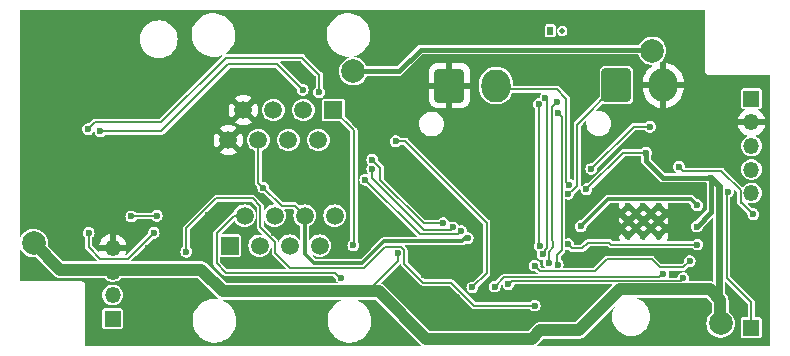
<source format=gbr>
G04 #@! TF.GenerationSoftware,KiCad,Pcbnew,7.99.0-1900-g89780d353a*
G04 #@! TF.CreationDate,2023-07-18T18:24:49+03:00*
G04 #@! TF.ProjectId,RP2040_minimal,52503230-3430-45f6-9d69-6e696d616c2e,REV1*
G04 #@! TF.SameCoordinates,Original*
G04 #@! TF.FileFunction,Copper,L2,Bot*
G04 #@! TF.FilePolarity,Positive*
%FSLAX46Y46*%
G04 Gerber Fmt 4.6, Leading zero omitted, Abs format (unit mm)*
G04 Created by KiCad (PCBNEW 7.99.0-1900-g89780d353a) date 2023-07-18 18:24:49*
%MOMM*%
%LPD*%
G01*
G04 APERTURE LIST*
G04 Aperture macros list*
%AMRoundRect*
0 Rectangle with rounded corners*
0 $1 Rounding radius*
0 $2 $3 $4 $5 $6 $7 $8 $9 X,Y pos of 4 corners*
0 Add a 4 corners polygon primitive as box body*
4,1,4,$2,$3,$4,$5,$6,$7,$8,$9,$2,$3,0*
0 Add four circle primitives for the rounded corners*
1,1,$1+$1,$2,$3*
1,1,$1+$1,$4,$5*
1,1,$1+$1,$6,$7*
1,1,$1+$1,$8,$9*
0 Add four rect primitives between the rounded corners*
20,1,$1+$1,$2,$3,$4,$5,0*
20,1,$1+$1,$4,$5,$6,$7,0*
20,1,$1+$1,$6,$7,$8,$9,0*
20,1,$1+$1,$8,$9,$2,$3,0*%
G04 Aperture macros list end*
G04 #@! TA.AperFunction,ComponentPad*
%ADD10C,0.600000*%
G04 #@! TD*
G04 #@! TA.AperFunction,ComponentPad*
%ADD11R,1.350000X1.350000*%
G04 #@! TD*
G04 #@! TA.AperFunction,ComponentPad*
%ADD12O,1.350000X1.350000*%
G04 #@! TD*
G04 #@! TA.AperFunction,ComponentPad*
%ADD13R,0.500000X0.700000*%
G04 #@! TD*
G04 #@! TA.AperFunction,ComponentPad*
%ADD14O,0.500000X0.500000*%
G04 #@! TD*
G04 #@! TA.AperFunction,ComponentPad*
%ADD15RoundRect,0.250000X-0.980000X-1.150000X0.980000X-1.150000X0.980000X1.150000X-0.980000X1.150000X0*%
G04 #@! TD*
G04 #@! TA.AperFunction,ComponentPad*
%ADD16O,2.460000X2.800000*%
G04 #@! TD*
G04 #@! TA.AperFunction,ComponentPad*
%ADD17R,1.500000X1.500000*%
G04 #@! TD*
G04 #@! TA.AperFunction,ComponentPad*
%ADD18C,1.500000*%
G04 #@! TD*
G04 #@! TA.AperFunction,ViaPad*
%ADD19C,0.600000*%
G04 #@! TD*
G04 #@! TA.AperFunction,ViaPad*
%ADD20C,2.000000*%
G04 #@! TD*
G04 #@! TA.AperFunction,Conductor*
%ADD21C,0.400000*%
G04 #@! TD*
G04 #@! TA.AperFunction,Conductor*
%ADD22C,1.000000*%
G04 #@! TD*
G04 #@! TA.AperFunction,Conductor*
%ADD23C,0.200000*%
G04 #@! TD*
G04 #@! TA.AperFunction,Conductor*
%ADD24C,0.600000*%
G04 #@! TD*
G04 #@! TA.AperFunction,Conductor*
%ADD25C,0.150000*%
G04 #@! TD*
G04 #@! TA.AperFunction,Conductor*
%ADD26C,0.300000*%
G04 #@! TD*
G04 APERTURE END LIST*
D10*
X173909000Y-61295000D03*
X173909000Y-62570000D03*
X173909000Y-63845000D03*
X175184000Y-61295000D03*
X175184000Y-62570000D03*
X175184000Y-63845000D03*
X176459000Y-61295000D03*
X176459000Y-62570000D03*
X176459000Y-63845000D03*
D11*
X130236000Y-70858400D03*
D12*
X130236000Y-68858400D03*
X130236000Y-66858400D03*
X130236000Y-64858400D03*
D13*
X167292600Y-46481200D03*
D14*
X168292600Y-46481200D03*
D15*
X172898000Y-51090000D03*
D16*
X176858000Y-51090000D03*
D11*
X184302600Y-71612400D03*
D15*
X158751400Y-51115400D03*
D16*
X162711400Y-51115400D03*
D11*
X184328000Y-52220000D03*
D12*
X184328000Y-54220000D03*
X184328000Y-56220000D03*
X184328000Y-58220000D03*
X184328000Y-60220000D03*
D17*
X148935700Y-53179300D03*
D18*
X147665700Y-55719300D03*
X146395700Y-53179300D03*
X145125700Y-55719300D03*
X143855700Y-53179300D03*
X142585700Y-55719300D03*
X141315700Y-53179300D03*
X140045700Y-55719300D03*
D17*
X140142100Y-64666900D03*
D18*
X141412100Y-62126900D03*
X142682100Y-64666900D03*
X143952100Y-62126900D03*
X145222100Y-64666900D03*
X146492100Y-62126900D03*
X147762100Y-64666900D03*
X149032100Y-62126900D03*
D19*
X182042000Y-50632000D03*
X175946000Y-53172000D03*
X177292200Y-61884200D03*
X158928000Y-67269000D03*
X169037200Y-61223800D03*
X173152000Y-45806000D03*
X182296000Y-53934000D03*
X135687000Y-72349000D03*
X138354000Y-62062000D03*
X132766000Y-70190000D03*
X127330400Y-59928400D03*
X176200000Y-45806000D03*
X126695400Y-65211600D03*
X144323000Y-67523000D03*
X178994000Y-45806000D03*
X161722000Y-53934000D03*
X135052000Y-65110000D03*
X172009000Y-68183400D03*
X174472800Y-56093000D03*
X134137600Y-57718600D03*
X179756000Y-62062000D03*
X170231000Y-65719600D03*
X154102000Y-63332000D03*
X172999600Y-54746800D03*
X162230000Y-60792000D03*
X123876000Y-66634000D03*
X165735200Y-65211600D03*
X153467000Y-71206000D03*
X171831200Y-59369600D03*
X177266800Y-63128800D03*
X128702000Y-72730000D03*
X163246000Y-69047000D03*
X177470000Y-45806000D03*
X172517000Y-72526800D03*
X171424800Y-65719500D03*
X174472800Y-60055400D03*
X161264800Y-64017800D03*
X178486000Y-54696000D03*
X162331600Y-54873800D03*
X164262000Y-53172000D03*
X162230000Y-53172000D03*
X124384000Y-50124000D03*
X132766000Y-57490000D03*
X176860400Y-71510800D03*
X174803000Y-49438200D03*
X172237600Y-48879400D03*
X162839600Y-60080800D03*
X181026000Y-54188000D03*
X159436000Y-69047000D03*
X182981800Y-70545600D03*
X169379063Y-68183389D03*
X151054000Y-53172000D03*
X123622000Y-46060000D03*
X142672000Y-46568000D03*
X173025000Y-62900200D03*
X156642000Y-67142000D03*
X133274000Y-64856000D03*
X172999600Y-63611400D03*
X134290000Y-72476000D03*
X137947600Y-55432600D03*
X163093600Y-64017800D03*
X180772000Y-52664000D03*
X170358000Y-63840000D03*
X160452000Y-54442000D03*
X162179200Y-57083600D03*
X178486000Y-53172000D03*
X182931000Y-72222000D03*
X141656000Y-69936000D03*
X173431400Y-72857000D03*
X145974000Y-67523000D03*
X147371000Y-67523000D03*
X154610000Y-67142000D03*
X164770000Y-68666000D03*
X162738000Y-46060000D03*
X173442212Y-60095989D03*
X132639000Y-71333000D03*
X135560000Y-68412000D03*
X183312000Y-61935000D03*
X164516000Y-63967000D03*
X163754000Y-54188000D03*
X173406000Y-53680000D03*
X146482000Y-46568000D03*
X131750000Y-45044000D03*
X128702000Y-50124000D03*
X160706000Y-57744000D03*
X179984600Y-51876600D03*
X158674000Y-46060000D03*
X128586000Y-71198400D03*
X161214000Y-60665000D03*
X157658000Y-69428000D03*
X132385000Y-68158000D03*
X172390000Y-45806000D03*
X175641200Y-72755400D03*
X138862000Y-59776000D03*
X129718000Y-46568000D03*
X135737800Y-62265200D03*
X135306000Y-63586000D03*
X147498000Y-71460000D03*
X135306000Y-70698000D03*
X161036200Y-59979200D03*
X169723000Y-64094000D03*
X163246000Y-57236000D03*
X135890200Y-58455200D03*
X177825600Y-67091200D03*
X163449200Y-58455200D03*
X158801000Y-54162600D03*
X162230000Y-58252000D03*
X161214000Y-56728000D03*
X137769800Y-59979200D03*
X170866000Y-45806000D03*
X173025000Y-61757200D03*
X174523600Y-53400600D03*
X179756000Y-66786400D03*
X143942000Y-63586000D03*
X138150800Y-63535200D03*
X143434000Y-47584000D03*
X134163000Y-59979200D03*
D20*
X150622200Y-49895400D03*
X175920600Y-48168200D03*
D19*
X170358000Y-59903000D03*
D20*
X123545800Y-64449600D03*
D19*
X180924400Y-58912400D03*
X175384000Y-56782000D03*
D20*
X181713174Y-71246774D03*
D19*
X159817000Y-72552200D03*
X179705200Y-63052600D03*
X154406800Y-65287800D03*
X165966000Y-69738400D03*
X136486000Y-65178400D03*
X167970400Y-53451400D03*
X167919600Y-66287300D03*
X167189589Y-66117481D03*
X167843400Y-52511600D03*
X166640089Y-65414800D03*
X166878200Y-52181400D03*
X166392142Y-64706268D03*
X166319400Y-52689400D03*
X168824147Y-60269044D03*
X168884800Y-59522000D03*
X143002200Y-59750600D03*
X179730600Y-61249200D03*
X160299600Y-64027100D03*
X169875400Y-63027200D03*
X165963800Y-66354600D03*
X179095600Y-65973600D03*
X170764400Y-58175800D03*
X175717400Y-54594400D03*
X154203600Y-55813600D03*
X160706000Y-68208800D03*
X163754000Y-67929400D03*
X178562200Y-67415793D03*
X162585600Y-68132600D03*
X176860400Y-67074700D03*
X128168600Y-54797600D03*
X147726600Y-51673400D03*
X129210000Y-54975400D03*
X146329600Y-51470200D03*
X131826000Y-62198400D03*
X152222400Y-57388400D03*
X133976000Y-62138400D03*
X158242200Y-62776420D03*
X152236234Y-58179345D03*
X159055000Y-63128800D03*
X182372200Y-60106200D03*
X149606200Y-67370600D03*
X150622200Y-64635500D03*
X184480400Y-62011200D03*
X178181200Y-57998000D03*
X168807528Y-64544972D03*
X151638200Y-59090200D03*
X133711000Y-63583400D03*
X179756000Y-64576600D03*
X128206000Y-63586011D03*
X159740800Y-63437540D03*
D21*
X156311489Y-48066911D02*
X175209089Y-48066911D01*
X150622200Y-49895400D02*
X154483000Y-49895400D01*
X175209089Y-48066911D02*
X175514200Y-47761800D01*
X154483000Y-49895400D02*
X156311489Y-48066911D01*
X175514200Y-47761800D02*
X175920600Y-48168200D01*
X180924400Y-61833400D02*
X180924400Y-58912400D01*
D22*
X166446400Y-71841000D02*
X165735200Y-72552200D01*
X148590200Y-68539000D02*
X152755800Y-68539000D01*
D21*
X176835000Y-58912400D02*
X175384000Y-57461400D01*
D22*
X180776093Y-68365293D02*
X173173307Y-68365293D01*
D23*
X175384000Y-56782000D02*
X173479000Y-56782000D01*
D22*
X137726726Y-66692500D02*
X125788700Y-66692500D01*
D23*
X151832498Y-68539000D02*
X154406800Y-65964698D01*
D24*
X181610200Y-59598200D02*
X180924400Y-58912400D01*
D22*
X181686400Y-71206000D02*
X181686400Y-69275600D01*
X152755800Y-68539000D02*
X156769000Y-72552200D01*
X173009311Y-68525901D02*
X169694212Y-71841000D01*
D21*
X175384000Y-57461400D02*
X175384000Y-56782000D01*
D23*
X173479000Y-56782000D02*
X170358000Y-59903000D01*
D22*
X125788700Y-66692500D02*
X123545800Y-64449600D01*
D23*
X148590200Y-68539000D02*
X151832498Y-68539000D01*
D22*
X156769000Y-72552200D02*
X159817000Y-72552200D01*
X148590200Y-68539000D02*
X139573226Y-68539000D01*
X139573226Y-68539000D02*
X137726726Y-66692500D01*
X181686400Y-69275600D02*
X180776093Y-68365293D01*
X165735200Y-72552200D02*
X159817000Y-72552200D01*
D23*
X154406800Y-65964698D02*
X154406800Y-65287800D01*
D24*
X181610200Y-71129800D02*
X181610200Y-59598200D01*
D22*
X169694212Y-71841000D02*
X166446400Y-71841000D01*
D24*
X181686400Y-71206000D02*
X181610200Y-71129800D01*
D21*
X180924400Y-58912400D02*
X176835000Y-58912400D01*
X179705200Y-63052600D02*
X180924400Y-61833400D01*
D25*
X143986000Y-64358400D02*
X143738111Y-64110511D01*
X154931311Y-66183711D02*
X154931311Y-65070539D01*
X142756000Y-61328400D02*
X142086000Y-60658400D01*
X143724739Y-64110511D02*
X143417489Y-63803261D01*
X143417489Y-63803261D02*
X143417489Y-63789889D01*
X136486000Y-63188228D02*
X136486000Y-65178400D01*
X143738111Y-64110511D02*
X143724739Y-64110511D01*
X143986000Y-65288400D02*
X143986000Y-64358400D01*
X154624061Y-64763289D02*
X153301963Y-64763289D01*
X143417489Y-63789889D02*
X142756000Y-63128400D01*
X139015828Y-60658400D02*
X136486000Y-63188228D01*
X142756000Y-63128400D02*
X142756000Y-61328400D01*
X165966000Y-69738400D02*
X160869172Y-69738400D01*
X145266000Y-66568400D02*
X143986000Y-65288400D01*
X153301963Y-64763289D02*
X151496852Y-66568400D01*
X154931311Y-65070539D02*
X154624061Y-64763289D01*
X160869172Y-69738400D02*
X158924283Y-67793511D01*
X156541111Y-67793511D02*
X154931311Y-66183711D01*
X142086000Y-60658400D02*
X139015828Y-60658400D01*
X158924283Y-67793511D02*
X156541111Y-67793511D01*
X151496852Y-66568400D02*
X145266000Y-66568400D01*
D23*
X168258002Y-53739002D02*
X167970400Y-53451400D01*
D25*
X167897814Y-66265514D02*
X167897814Y-65388156D01*
X167919600Y-66287300D02*
X167897814Y-66265514D01*
D23*
X167931925Y-65389400D02*
X168258002Y-65063323D01*
X167919600Y-65389400D02*
X167931925Y-65389400D01*
X168258002Y-65063323D02*
X168258002Y-53739002D01*
X167420889Y-64215162D02*
X167420889Y-52934111D01*
X167554711Y-64348984D02*
X167420889Y-64215162D01*
X167189589Y-66117481D02*
X167189589Y-65169338D01*
X167554711Y-64804216D02*
X167554711Y-64348984D01*
X167189589Y-65169338D02*
X167554711Y-64804216D01*
X167420889Y-52934111D02*
X167843400Y-52511600D01*
X167005200Y-52308400D02*
X167005200Y-64859432D01*
X167005200Y-64859432D02*
X166840069Y-65024563D01*
X166878200Y-52181400D02*
X167005200Y-52308400D01*
X166840069Y-65214820D02*
X166640089Y-65414800D01*
X166840069Y-65024563D02*
X166840069Y-65214820D01*
X166319400Y-52689400D02*
X166319400Y-64633526D01*
X166319400Y-64633526D02*
X166392142Y-64706268D01*
X169021680Y-60071511D02*
X169112416Y-60071511D01*
X168824147Y-60269044D02*
X169021680Y-60071511D01*
X169570600Y-54417400D02*
X172898000Y-51090000D01*
X169570600Y-59613327D02*
X169570600Y-54417400D01*
X169112416Y-60071511D02*
X169570600Y-59613327D01*
X167868800Y-51444800D02*
X163040800Y-51444800D01*
X168656200Y-59293400D02*
X168656200Y-52232200D01*
X168656200Y-52232200D02*
X167868800Y-51444800D01*
X163040800Y-51444800D02*
X162686000Y-51090000D01*
X168884800Y-59522000D02*
X168656200Y-59293400D01*
X145661689Y-61296489D02*
X146517500Y-62152300D01*
D26*
X172207111Y-60695489D02*
X169875400Y-63027200D01*
D23*
X143002200Y-59750600D02*
X144548089Y-61296489D01*
X144548089Y-61296489D02*
X145661689Y-61296489D01*
D26*
X179730600Y-61249200D02*
X179176889Y-60695489D01*
D23*
X142585700Y-59334100D02*
X142585700Y-55719300D01*
D26*
X153238400Y-64297200D02*
X151384200Y-66151400D01*
D23*
X143002200Y-59750600D02*
X142585700Y-59334100D01*
D26*
X147294800Y-66151400D02*
X146492100Y-65348700D01*
X146492100Y-62321400D02*
X146517500Y-62296000D01*
D23*
X146517500Y-62152300D02*
X146517500Y-62296000D01*
D26*
X160112500Y-64027100D02*
X159842400Y-64297200D01*
X151384200Y-66151400D02*
X147294800Y-66151400D01*
X160299600Y-64027100D02*
X160112500Y-64027100D01*
X179176889Y-60695489D02*
X172207111Y-60695489D01*
X146492100Y-65348700D02*
X146492100Y-62321400D01*
X159842400Y-64297200D02*
X153238400Y-64297200D01*
D25*
X177026861Y-66490489D02*
X176592339Y-66490489D01*
X177043372Y-66507000D02*
X177026861Y-66490489D01*
X166421000Y-66811800D02*
X165963800Y-66354600D01*
X171074272Y-66811800D02*
X166421000Y-66811800D01*
X179095600Y-65973600D02*
X178562200Y-66507000D01*
X175897650Y-65795800D02*
X172090272Y-65795800D01*
X178562200Y-66507000D02*
X177043372Y-66507000D01*
X176592339Y-66490489D02*
X175897650Y-65795800D01*
X172090272Y-65795800D02*
X171074272Y-66811800D01*
D23*
X174345800Y-54594400D02*
X170764400Y-58175800D01*
X175717400Y-54594400D02*
X174345800Y-54594400D01*
X161925200Y-62722400D02*
X155016400Y-55813600D01*
X160706000Y-68208800D02*
X161925200Y-66989600D01*
X155016400Y-55813600D02*
X154203600Y-55813600D01*
X161925200Y-66989600D02*
X161925200Y-62722400D01*
D25*
X164042627Y-67640773D02*
X178337220Y-67640773D01*
X178337220Y-67640773D02*
X178562200Y-67415793D01*
X163754000Y-67929400D02*
X164042627Y-67640773D01*
X176800700Y-67074700D02*
X176534147Y-67341253D01*
X176534147Y-67341253D02*
X163376947Y-67341253D01*
X163376947Y-67341253D02*
X162585600Y-68132600D01*
X176860400Y-67074700D02*
X176800700Y-67074700D01*
D23*
X139817911Y-48761689D02*
X134366200Y-54213400D01*
X128752800Y-54213400D02*
X128168600Y-54797600D01*
X147726600Y-51673400D02*
X147726600Y-50185073D01*
X134366200Y-54213400D02*
X128752800Y-54213400D01*
X147726600Y-50185073D02*
X146303216Y-48761689D01*
X146303216Y-48761689D02*
X139817911Y-48761689D01*
X144170600Y-49311200D02*
X140030400Y-49311200D01*
X146329600Y-51470200D02*
X144170600Y-49311200D01*
X140030400Y-49311200D02*
X134366200Y-54975400D01*
X134366200Y-54975400D02*
X129210000Y-54975400D01*
X158242200Y-62776420D02*
X156569020Y-62776420D01*
D25*
X133976000Y-62138400D02*
X131886000Y-62138400D01*
D23*
X156569020Y-62776420D02*
X152908200Y-59115600D01*
D25*
X131886000Y-62138400D02*
X131826000Y-62198400D01*
D23*
X152908200Y-59115600D02*
X152908200Y-58074200D01*
X152908200Y-58074200D02*
X152222400Y-57388400D01*
X152236234Y-58951634D02*
X152236234Y-58179345D01*
X159055000Y-63128800D02*
X158851800Y-63332000D01*
X158851800Y-63332000D02*
X157962800Y-63332000D01*
X157962800Y-63332000D02*
X157956720Y-63325920D01*
X156610520Y-63325920D02*
X152236234Y-58951634D01*
X157956720Y-63325920D02*
X156610520Y-63325920D01*
X182219800Y-67370600D02*
X184302600Y-69453400D01*
X182219800Y-60258600D02*
X182219800Y-67370600D01*
X182372200Y-60106200D02*
X182219800Y-60258600D01*
X184302600Y-69453400D02*
X184302600Y-71612400D01*
X149606200Y-67524592D02*
X149045808Y-66964200D01*
X139039800Y-66151400D02*
X139039800Y-63633040D01*
X149606200Y-67370600D02*
X149606200Y-67524592D01*
X140545940Y-62126900D02*
X141412100Y-62126900D01*
X139852600Y-66964200D02*
X139039800Y-66151400D01*
X139039800Y-63633040D02*
X140545940Y-62126900D01*
X149045808Y-66964200D02*
X139852600Y-66964200D01*
X150673000Y-64584700D02*
X150673000Y-54916600D01*
X150622200Y-64635500D02*
X150673000Y-64584700D01*
X150673000Y-54916600D02*
X148935700Y-53179300D01*
X183403489Y-60985089D02*
X183403489Y-59994489D01*
X183464400Y-61046000D02*
X183403489Y-60985089D01*
X181771881Y-58362881D02*
X178546081Y-58362881D01*
X183403489Y-59994489D02*
X181771881Y-58362881D01*
X184480400Y-62011200D02*
X183515200Y-61046000D01*
X183515200Y-61046000D02*
X183464400Y-61046000D01*
X178546081Y-58362881D02*
X178181200Y-57998000D01*
X128206000Y-64788400D02*
X129200511Y-65782911D01*
X156229520Y-63681520D02*
X151638200Y-59090200D01*
X169160067Y-64897511D02*
X170001416Y-64897511D01*
X159740800Y-63437540D02*
X159496820Y-63681520D01*
X170474727Y-64424200D02*
X172298673Y-64424200D01*
X129200511Y-65782911D02*
X131521489Y-65782911D01*
X179739889Y-64592711D02*
X179756000Y-64576600D01*
X168807528Y-64544972D02*
X169160067Y-64897511D01*
X128206000Y-63586011D02*
X128206000Y-64788400D01*
X172298673Y-64424200D02*
X172467184Y-64592711D01*
X170001416Y-64897511D02*
X170474727Y-64424200D01*
X159496820Y-63681520D02*
X156229520Y-63681520D01*
X131521489Y-65782911D02*
X133746000Y-63558400D01*
X172467184Y-64592711D02*
X179739889Y-64592711D01*
G04 #@! TA.AperFunction,Conductor*
G36*
X122480148Y-65008464D02*
G01*
X122489361Y-65021269D01*
X122496972Y-65036553D01*
X122520740Y-65084286D01*
X122520741Y-65084288D01*
X122520742Y-65084289D01*
X122527271Y-65092935D01*
X122654816Y-65261833D01*
X122654819Y-65261836D01*
X122819233Y-65411720D01*
X122819234Y-65411721D01*
X122819238Y-65411724D01*
X123008399Y-65528847D01*
X123215860Y-65609218D01*
X123434557Y-65650100D01*
X123434559Y-65650100D01*
X123657040Y-65650100D01*
X123657043Y-65650100D01*
X123714727Y-65639316D01*
X123751420Y-65647057D01*
X123758377Y-65652834D01*
X125277889Y-67172345D01*
X125278888Y-67173407D01*
X125320767Y-67220680D01*
X125320770Y-67220682D01*
X125320771Y-67220683D01*
X125372758Y-67256567D01*
X125373935Y-67257433D01*
X125423644Y-67296378D01*
X125439094Y-67303331D01*
X125446814Y-67307685D01*
X125460770Y-67317318D01*
X125476401Y-67323246D01*
X125519807Y-67339708D01*
X125521175Y-67340274D01*
X125578766Y-67366194D01*
X125578767Y-67366194D01*
X125578769Y-67366195D01*
X125595447Y-67369251D01*
X125603983Y-67371630D01*
X125619828Y-67377640D01*
X125682534Y-67385253D01*
X125683940Y-67385467D01*
X125746094Y-67396858D01*
X125809137Y-67393045D01*
X125810617Y-67393000D01*
X129517440Y-67393000D01*
X129552088Y-67407352D01*
X129553854Y-67409213D01*
X129646945Y-67512603D01*
X129646948Y-67512605D01*
X129646950Y-67512607D01*
X129795839Y-67620781D01*
X129963966Y-67695636D01*
X130143981Y-67733900D01*
X130328019Y-67733900D01*
X130508034Y-67695636D01*
X130676161Y-67620781D01*
X130825050Y-67512607D01*
X130861281Y-67472369D01*
X130918146Y-67409213D01*
X130951995Y-67393067D01*
X130954560Y-67393000D01*
X137416273Y-67393000D01*
X137450921Y-67407352D01*
X139062422Y-69018853D01*
X139063421Y-69019915D01*
X139105293Y-69067180D01*
X139105298Y-69067184D01*
X139141485Y-69092162D01*
X139161847Y-69123655D01*
X139153976Y-69160323D01*
X139122483Y-69180685D01*
X139106516Y-69180966D01*
X139007544Y-69166400D01*
X139007539Y-69166400D01*
X138804469Y-69166400D01*
X138804464Y-69166400D01*
X138601955Y-69181221D01*
X138601947Y-69181222D01*
X138469923Y-69210632D01*
X138337547Y-69240120D01*
X138337545Y-69240120D01*
X138337539Y-69240122D01*
X138084539Y-69336887D01*
X137848323Y-69469458D01*
X137848315Y-69469464D01*
X137633924Y-69635009D01*
X137633923Y-69635011D01*
X137445919Y-69830013D01*
X137445908Y-69830026D01*
X137288304Y-70050316D01*
X137288303Y-70050317D01*
X137164444Y-70291224D01*
X137164442Y-70291228D01*
X137076982Y-70547591D01*
X137027781Y-70813964D01*
X137027780Y-70813978D01*
X137017887Y-71084662D01*
X137047514Y-71353918D01*
X137116027Y-71615987D01*
X137221970Y-71865290D01*
X137363078Y-72096505D01*
X137363081Y-72096509D01*
X137363082Y-72096510D01*
X137536355Y-72304720D01*
X137738098Y-72485482D01*
X137964010Y-72634944D01*
X138209276Y-72749920D01*
X138468669Y-72827960D01*
X138736661Y-72867400D01*
X138736662Y-72867400D01*
X138939736Y-72867400D01*
X139142244Y-72852578D01*
X139142246Y-72852577D01*
X139142256Y-72852577D01*
X139406653Y-72793680D01*
X139659658Y-72696914D01*
X139895877Y-72564341D01*
X140039215Y-72453660D01*
X140110275Y-72398790D01*
X140110275Y-72398789D01*
X140110277Y-72398788D01*
X140298286Y-72203781D01*
X140455899Y-71983479D01*
X140579756Y-71742575D01*
X140667218Y-71486205D01*
X140716419Y-71219833D01*
X140726312Y-70949135D01*
X140696686Y-70679882D01*
X140628172Y-70417812D01*
X140522230Y-70168510D01*
X140438194Y-70030812D01*
X140381121Y-69937294D01*
X140381118Y-69937290D01*
X140207845Y-69729080D01*
X140006102Y-69548318D01*
X139780190Y-69398856D01*
X139780188Y-69398855D01*
X139780185Y-69398853D01*
X139639423Y-69332867D01*
X139614142Y-69305166D01*
X139615854Y-69267702D01*
X139643555Y-69242421D01*
X139660221Y-69239500D01*
X148547828Y-69239500D01*
X149503886Y-69239500D01*
X149538534Y-69253852D01*
X149552886Y-69288500D01*
X149538534Y-69323148D01*
X149521390Y-69334267D01*
X149514539Y-69336887D01*
X149278323Y-69469458D01*
X149278315Y-69469464D01*
X149063924Y-69635009D01*
X149063923Y-69635011D01*
X148875919Y-69830013D01*
X148875908Y-69830026D01*
X148718304Y-70050316D01*
X148718303Y-70050317D01*
X148594444Y-70291224D01*
X148594442Y-70291228D01*
X148506982Y-70547591D01*
X148457781Y-70813964D01*
X148457780Y-70813978D01*
X148447887Y-71084662D01*
X148477514Y-71353918D01*
X148546027Y-71615987D01*
X148651970Y-71865290D01*
X148793078Y-72096505D01*
X148793081Y-72096509D01*
X148793082Y-72096510D01*
X148966355Y-72304720D01*
X149168098Y-72485482D01*
X149394010Y-72634944D01*
X149639276Y-72749920D01*
X149898669Y-72827960D01*
X150166661Y-72867400D01*
X150166662Y-72867400D01*
X150369736Y-72867400D01*
X150572244Y-72852578D01*
X150572246Y-72852577D01*
X150572256Y-72852577D01*
X150836653Y-72793680D01*
X151089658Y-72696914D01*
X151325877Y-72564341D01*
X151469215Y-72453660D01*
X151540275Y-72398790D01*
X151540275Y-72398789D01*
X151540277Y-72398788D01*
X151728286Y-72203781D01*
X151885899Y-71983479D01*
X152009756Y-71742575D01*
X152097218Y-71486205D01*
X152146419Y-71219833D01*
X152156312Y-70949135D01*
X152126686Y-70679882D01*
X152058172Y-70417812D01*
X151952230Y-70168510D01*
X151868194Y-70030812D01*
X151811121Y-69937294D01*
X151811118Y-69937290D01*
X151637845Y-69729080D01*
X151436102Y-69548318D01*
X151210190Y-69398856D01*
X151210188Y-69398855D01*
X151210185Y-69398853D01*
X151069423Y-69332867D01*
X151044142Y-69305166D01*
X151045854Y-69267702D01*
X151073555Y-69242421D01*
X151090221Y-69239500D01*
X152445347Y-69239500D01*
X152479995Y-69253852D01*
X156258196Y-73032053D01*
X156259195Y-73033115D01*
X156301069Y-73080382D01*
X156332640Y-73102174D01*
X156353002Y-73133668D01*
X156345131Y-73170335D01*
X156313637Y-73190697D01*
X156304805Y-73191500D01*
X127945500Y-73191500D01*
X127910852Y-73177148D01*
X127896500Y-73142500D01*
X127896500Y-71553148D01*
X129360500Y-71553148D01*
X129372133Y-71611631D01*
X129388188Y-71635658D01*
X129416447Y-71677952D01*
X129443012Y-71695701D01*
X129482769Y-71722267D01*
X129541252Y-71733900D01*
X129541255Y-71733900D01*
X130930745Y-71733900D01*
X130930748Y-71733900D01*
X130989231Y-71722267D01*
X131055552Y-71677952D01*
X131099867Y-71611631D01*
X131111500Y-71553148D01*
X131111500Y-70163652D01*
X131099867Y-70105169D01*
X131073301Y-70065412D01*
X131055552Y-70038847D01*
X131015032Y-70011773D01*
X130989231Y-69994533D01*
X130930748Y-69982900D01*
X129541252Y-69982900D01*
X129482768Y-69994533D01*
X129482769Y-69994533D01*
X129416447Y-70038847D01*
X129372132Y-70105169D01*
X129372133Y-70105169D01*
X129360500Y-70163652D01*
X129360500Y-71553148D01*
X127896500Y-71553148D01*
X127896499Y-68858400D01*
X129355678Y-68858400D01*
X129374915Y-69041429D01*
X129431786Y-69216459D01*
X129523805Y-69375840D01*
X129530619Y-69383408D01*
X129646945Y-69512603D01*
X129646948Y-69512605D01*
X129646950Y-69512607D01*
X129795839Y-69620781D01*
X129963966Y-69695636D01*
X130143981Y-69733900D01*
X130328019Y-69733900D01*
X130508034Y-69695636D01*
X130676161Y-69620781D01*
X130825050Y-69512607D01*
X130827029Y-69510410D01*
X130867893Y-69465025D01*
X130948195Y-69375840D01*
X131040214Y-69216459D01*
X131097085Y-69041429D01*
X131116322Y-68858400D01*
X131097085Y-68675371D01*
X131040214Y-68500341D01*
X130948195Y-68340960D01*
X130888856Y-68275057D01*
X130825054Y-68204196D01*
X130825051Y-68204194D01*
X130823100Y-68202776D01*
X130676161Y-68096019D01*
X130508034Y-68021164D01*
X130508031Y-68021163D01*
X130508027Y-68021162D01*
X130328019Y-67982900D01*
X130143981Y-67982900D01*
X129963972Y-68021162D01*
X129963963Y-68021165D01*
X129795837Y-68096020D01*
X129646948Y-68204194D01*
X129646945Y-68204196D01*
X129523808Y-68340956D01*
X129523802Y-68340964D01*
X129431788Y-68500337D01*
X129431786Y-68500340D01*
X129374915Y-68675370D01*
X129369847Y-68723594D01*
X129355678Y-68858400D01*
X127896499Y-68858400D01*
X127896499Y-68040753D01*
X127898370Y-68027342D01*
X127900401Y-68020207D01*
X127896605Y-67979236D01*
X127896500Y-67976974D01*
X127896500Y-67964155D01*
X127896499Y-67964153D01*
X127895405Y-67958300D01*
X127894140Y-67951537D01*
X127893833Y-67949329D01*
X127890035Y-67908340D01*
X127886725Y-67901693D01*
X127882424Y-67888862D01*
X127881061Y-67881567D01*
X127859398Y-67846581D01*
X127858306Y-67844621D01*
X127839958Y-67807772D01*
X127834474Y-67802772D01*
X127825824Y-67792356D01*
X127821919Y-67786048D01*
X127821916Y-67786045D01*
X127789080Y-67761249D01*
X127787344Y-67759808D01*
X127756933Y-67732084D01*
X127756932Y-67732083D01*
X127750008Y-67729401D01*
X127738186Y-67722816D01*
X127732264Y-67718344D01*
X127732262Y-67718343D01*
X127708825Y-67711675D01*
X127692686Y-67707083D01*
X127690545Y-67706365D01*
X127652173Y-67691500D01*
X127644754Y-67691500D01*
X127631346Y-67689630D01*
X127624207Y-67687599D01*
X127624205Y-67687598D01*
X127583236Y-67691395D01*
X127580974Y-67691500D01*
X122445500Y-67691500D01*
X122410852Y-67677148D01*
X122396500Y-67642500D01*
X122396500Y-65043112D01*
X122410852Y-65008464D01*
X122445500Y-64994112D01*
X122480148Y-65008464D01*
G37*
G04 #@! TD.AperFunction*
G04 #@! TA.AperFunction,Conductor*
G36*
X180381148Y-44706852D02*
G01*
X180395500Y-44741500D01*
X180395500Y-49843246D01*
X180393630Y-49856654D01*
X180391599Y-49863792D01*
X180391599Y-49863793D01*
X180395395Y-49904762D01*
X180395500Y-49907024D01*
X180395500Y-49919844D01*
X180395568Y-49920207D01*
X180397854Y-49932444D01*
X180398166Y-49934684D01*
X180401964Y-49975658D01*
X180401965Y-49975660D01*
X180405275Y-49982308D01*
X180409574Y-49995136D01*
X180410938Y-50002430D01*
X180410938Y-50002432D01*
X180410939Y-50002433D01*
X180432605Y-50037426D01*
X180433696Y-50039384D01*
X180443654Y-50059383D01*
X180452041Y-50076227D01*
X180452044Y-50076231D01*
X180457522Y-50081224D01*
X180466173Y-50091641D01*
X180470080Y-50097951D01*
X180502918Y-50122749D01*
X180504652Y-50124188D01*
X180535067Y-50151916D01*
X180535068Y-50151916D01*
X180535069Y-50151917D01*
X180535379Y-50152037D01*
X180541984Y-50154595D01*
X180553814Y-50161184D01*
X180559736Y-50165656D01*
X180599313Y-50176916D01*
X180601459Y-50177635D01*
X180639827Y-50192500D01*
X180647246Y-50192500D01*
X180660654Y-50194370D01*
X180661960Y-50194741D01*
X180667793Y-50196401D01*
X180667793Y-50196400D01*
X180667794Y-50196401D01*
X180708764Y-50192605D01*
X180711026Y-50192500D01*
X185846500Y-50192500D01*
X185881148Y-50206852D01*
X185895500Y-50241500D01*
X185895500Y-73142500D01*
X185881148Y-73177148D01*
X185846500Y-73191500D01*
X166199394Y-73191500D01*
X166164746Y-73177148D01*
X166150394Y-73142500D01*
X166164746Y-73107852D01*
X166171552Y-73102178D01*
X166203129Y-73080383D01*
X166245016Y-73033100D01*
X166245985Y-73032070D01*
X166722204Y-72555852D01*
X166756853Y-72541500D01*
X169672295Y-72541500D01*
X169673775Y-72541545D01*
X169736817Y-72545358D01*
X169736817Y-72545357D01*
X169736818Y-72545358D01*
X169798971Y-72533967D01*
X169800377Y-72533753D01*
X169863084Y-72526140D01*
X169878930Y-72520129D01*
X169887460Y-72517751D01*
X169904144Y-72514695D01*
X169961752Y-72488766D01*
X169963109Y-72488206D01*
X169981014Y-72481415D01*
X170022142Y-72465818D01*
X170036090Y-72456189D01*
X170043818Y-72451831D01*
X170059269Y-72444878D01*
X170109001Y-72405914D01*
X170110141Y-72405075D01*
X170162141Y-72369183D01*
X170204028Y-72321900D01*
X170204997Y-72320870D01*
X172664634Y-69861234D01*
X172699281Y-69846883D01*
X172733929Y-69861235D01*
X172748281Y-69895883D01*
X172741061Y-69921485D01*
X172715534Y-69963141D01*
X172619126Y-70195890D01*
X172560317Y-70440848D01*
X172540551Y-70691999D01*
X172560317Y-70943151D01*
X172619126Y-71188109D01*
X172630754Y-71216181D01*
X172715534Y-71420859D01*
X172847164Y-71635659D01*
X173010775Y-71827224D01*
X173174386Y-71966961D01*
X173202341Y-71990836D01*
X173417141Y-72122466D01*
X173649889Y-72218873D01*
X173894852Y-72277683D01*
X174146000Y-72297449D01*
X174397148Y-72277683D01*
X174642111Y-72218873D01*
X174874859Y-72122466D01*
X175089659Y-71990836D01*
X175281224Y-71827224D01*
X175444836Y-71635659D01*
X175576466Y-71420859D01*
X175672873Y-71188111D01*
X175731683Y-70943148D01*
X175751449Y-70692000D01*
X175731683Y-70440852D01*
X175672873Y-70195889D01*
X175576466Y-69963141D01*
X175444836Y-69748341D01*
X175348043Y-69635011D01*
X175281224Y-69556775D01*
X175089659Y-69393164D01*
X175073735Y-69383406D01*
X174874859Y-69261534D01*
X174693650Y-69186475D01*
X174642107Y-69165125D01*
X174630917Y-69162439D01*
X174600576Y-69140396D01*
X174594709Y-69103355D01*
X174616752Y-69073014D01*
X174642355Y-69065793D01*
X180465640Y-69065793D01*
X180500288Y-69080145D01*
X180971548Y-69551404D01*
X180985900Y-69586052D01*
X180985900Y-70263663D01*
X180971548Y-70298311D01*
X180969911Y-70299874D01*
X180822193Y-70434537D01*
X180822190Y-70434540D01*
X180688117Y-70612083D01*
X180688114Y-70612087D01*
X180588947Y-70811240D01*
X180588944Y-70811247D01*
X180528059Y-71025235D01*
X180528058Y-71025241D01*
X180507531Y-71246773D01*
X180528058Y-71468306D01*
X180528059Y-71468312D01*
X180588944Y-71682300D01*
X180588947Y-71682307D01*
X180688114Y-71881460D01*
X180688117Y-71881464D01*
X180822190Y-72059007D01*
X180822193Y-72059010D01*
X180986607Y-72208894D01*
X180986608Y-72208895D01*
X180986612Y-72208898D01*
X181175773Y-72326021D01*
X181383234Y-72406392D01*
X181601931Y-72447274D01*
X181601933Y-72447274D01*
X181824415Y-72447274D01*
X181824417Y-72447274D01*
X182043114Y-72406392D01*
X182250575Y-72326021D01*
X182439736Y-72208898D01*
X182604155Y-72059010D01*
X182738232Y-71881463D01*
X182837403Y-71682302D01*
X182898289Y-71468310D01*
X182918817Y-71246774D01*
X182898289Y-71025238D01*
X182837403Y-70811246D01*
X182738232Y-70612085D01*
X182651329Y-70497007D01*
X182604157Y-70434540D01*
X182604154Y-70434537D01*
X182439739Y-70284652D01*
X182410104Y-70266302D01*
X182388201Y-70235860D01*
X182386900Y-70224642D01*
X182386900Y-69297515D01*
X182386945Y-69296035D01*
X182388658Y-69267702D01*
X182390758Y-69232994D01*
X182379367Y-69170840D01*
X182379153Y-69169434D01*
X182371540Y-69106728D01*
X182365530Y-69090883D01*
X182363151Y-69082347D01*
X182360095Y-69065669D01*
X182360094Y-69065666D01*
X182334174Y-69008075D01*
X182333608Y-69006707D01*
X182311218Y-68947671D01*
X182311218Y-68947670D01*
X182301585Y-68933714D01*
X182297231Y-68925994D01*
X182290278Y-68910544D01*
X182251333Y-68860835D01*
X182250467Y-68859658D01*
X182214583Y-68807671D01*
X182214582Y-68807670D01*
X182214580Y-68807667D01*
X182167316Y-68765796D01*
X182166238Y-68764781D01*
X182125051Y-68723594D01*
X182110700Y-68688946D01*
X182110700Y-67804766D01*
X182125052Y-67770118D01*
X182159700Y-67755766D01*
X182194346Y-67770117D01*
X183057329Y-68633099D01*
X183987748Y-69563518D01*
X184002100Y-69598166D01*
X184002100Y-70687900D01*
X183987748Y-70722548D01*
X183953100Y-70736900D01*
X183607852Y-70736900D01*
X183549369Y-70748532D01*
X183549369Y-70748533D01*
X183483047Y-70792847D01*
X183438732Y-70859168D01*
X183438733Y-70859169D01*
X183427100Y-70917652D01*
X183427100Y-72307148D01*
X183438733Y-72365631D01*
X183456482Y-72392195D01*
X183483047Y-72431952D01*
X183509612Y-72449701D01*
X183549369Y-72476267D01*
X183607852Y-72487900D01*
X183607855Y-72487900D01*
X184997345Y-72487900D01*
X184997348Y-72487900D01*
X185055831Y-72476267D01*
X185122152Y-72431952D01*
X185166467Y-72365631D01*
X185178100Y-72307148D01*
X185178100Y-70917652D01*
X185166467Y-70859169D01*
X185136271Y-70813978D01*
X185122152Y-70792847D01*
X185082395Y-70766282D01*
X185055831Y-70748533D01*
X184997348Y-70736900D01*
X184997345Y-70736900D01*
X184652100Y-70736900D01*
X184617452Y-70722548D01*
X184603100Y-70687900D01*
X184603100Y-69510410D01*
X184604775Y-69500141D01*
X184604745Y-69500137D01*
X184605371Y-69495639D01*
X184605373Y-69495635D01*
X184603126Y-69447024D01*
X184603100Y-69445893D01*
X184603100Y-69425557D01*
X184603100Y-69425556D01*
X184602126Y-69420353D01*
X184601736Y-69416984D01*
X184600185Y-69383408D01*
X184596845Y-69375843D01*
X184593872Y-69369110D01*
X184590532Y-69358327D01*
X184587661Y-69342967D01*
X184569967Y-69314389D01*
X184568383Y-69311384D01*
X184565637Y-69305166D01*
X184554806Y-69280635D01*
X184554805Y-69280634D01*
X184554805Y-69280633D01*
X184543758Y-69269586D01*
X184536746Y-69260734D01*
X184528520Y-69247450D01*
X184528519Y-69247448D01*
X184528517Y-69247446D01*
X184528516Y-69247445D01*
X184501693Y-69227190D01*
X184499130Y-69224959D01*
X183526087Y-68251916D01*
X182534650Y-67260478D01*
X182520300Y-67225834D01*
X182520300Y-60621021D01*
X182534651Y-60586376D01*
X182555492Y-60574010D01*
X182582253Y-60566153D01*
X182703328Y-60488343D01*
X182797577Y-60379573D01*
X182857365Y-60248657D01*
X182857365Y-60248655D01*
X182857366Y-60248654D01*
X182877847Y-60106202D01*
X182877847Y-60106200D01*
X182863135Y-60003876D01*
X182872409Y-59967539D01*
X182904662Y-59948402D01*
X182941000Y-59957676D01*
X182946284Y-59962255D01*
X183088636Y-60104607D01*
X183102988Y-60139255D01*
X183102988Y-60928079D01*
X183101313Y-60938350D01*
X183101343Y-60938355D01*
X183100716Y-60942848D01*
X183102963Y-60991463D01*
X183102989Y-60992594D01*
X183102989Y-61012932D01*
X183103960Y-61018127D01*
X183104351Y-61021501D01*
X183105904Y-61055079D01*
X183105904Y-61055083D01*
X183112217Y-61069380D01*
X183115556Y-61080164D01*
X183118216Y-61094389D01*
X183118428Y-61095522D01*
X183136120Y-61124097D01*
X183137701Y-61127095D01*
X183151282Y-61157853D01*
X183151282Y-61157854D01*
X183162331Y-61168902D01*
X183169341Y-61177751D01*
X183177020Y-61190153D01*
X183177570Y-61191041D01*
X183204394Y-61211298D01*
X183206957Y-61213528D01*
X183211600Y-61218171D01*
X183217681Y-61226621D01*
X183217705Y-61226604D01*
X183220440Y-61230225D01*
X183220442Y-61230228D01*
X183256426Y-61263032D01*
X183257199Y-61263770D01*
X183264410Y-61270981D01*
X183271599Y-61278171D01*
X183271602Y-61278173D01*
X183271603Y-61278174D01*
X183275962Y-61281160D01*
X183278621Y-61283267D01*
X183299483Y-61302284D01*
X183303467Y-61305916D01*
X183318046Y-61311563D01*
X183328030Y-61316827D01*
X183340919Y-61325656D01*
X183365222Y-61331372D01*
X183388651Y-61344422D01*
X183967550Y-61923321D01*
X183981902Y-61957969D01*
X183981403Y-61964942D01*
X183974752Y-62011198D01*
X183974753Y-62011202D01*
X183995233Y-62153654D01*
X184024256Y-62217204D01*
X184055023Y-62284573D01*
X184055024Y-62284574D01*
X184055025Y-62284576D01*
X184082658Y-62316466D01*
X184149272Y-62393343D01*
X184270347Y-62471153D01*
X184342712Y-62492401D01*
X184408434Y-62511699D01*
X184408437Y-62511699D01*
X184408439Y-62511700D01*
X184408440Y-62511700D01*
X184552360Y-62511700D01*
X184552361Y-62511700D01*
X184552363Y-62511699D01*
X184552365Y-62511699D01*
X184581831Y-62503047D01*
X184690453Y-62471153D01*
X184811528Y-62393343D01*
X184905777Y-62284573D01*
X184965565Y-62153657D01*
X184965565Y-62153655D01*
X184965566Y-62153654D01*
X184986047Y-62011202D01*
X184986047Y-62011197D01*
X184965566Y-61868745D01*
X184953278Y-61841838D01*
X184905777Y-61737827D01*
X184902064Y-61733542D01*
X184811528Y-61629057D01*
X184761629Y-61596989D01*
X184690453Y-61551247D01*
X184690450Y-61551246D01*
X184552365Y-61510700D01*
X184552361Y-61510700D01*
X184425167Y-61510700D01*
X184390519Y-61496348D01*
X184040153Y-61145982D01*
X184025801Y-61111334D01*
X184040153Y-61076686D01*
X184074801Y-61062334D01*
X184084987Y-61063404D01*
X184235981Y-61095500D01*
X184420019Y-61095500D01*
X184600034Y-61057236D01*
X184768161Y-60982381D01*
X184917050Y-60874207D01*
X185040195Y-60737440D01*
X185132214Y-60578059D01*
X185189085Y-60403029D01*
X185208322Y-60220000D01*
X185189085Y-60036971D01*
X185132214Y-59861941D01*
X185040195Y-59702560D01*
X184994682Y-59652012D01*
X184917054Y-59565796D01*
X184917051Y-59565794D01*
X184916106Y-59565107D01*
X184768161Y-59457619D01*
X184600034Y-59382764D01*
X184600031Y-59382763D01*
X184600027Y-59382762D01*
X184420019Y-59344500D01*
X184235981Y-59344500D01*
X184055972Y-59382762D01*
X184055963Y-59382765D01*
X184000767Y-59407340D01*
X183920571Y-59443046D01*
X183887837Y-59457620D01*
X183738948Y-59565794D01*
X183738945Y-59565796D01*
X183614087Y-59704468D01*
X183613341Y-59703796D01*
X183584181Y-59721657D01*
X183547716Y-59712895D01*
X183541878Y-59707907D01*
X182053971Y-58220000D01*
X183447678Y-58220000D01*
X183466915Y-58403029D01*
X183523786Y-58578059D01*
X183615805Y-58737440D01*
X183615808Y-58737443D01*
X183738945Y-58874203D01*
X183738948Y-58874205D01*
X183738950Y-58874207D01*
X183887839Y-58982381D01*
X184055966Y-59057236D01*
X184235981Y-59095500D01*
X184420019Y-59095500D01*
X184600034Y-59057236D01*
X184768161Y-58982381D01*
X184917050Y-58874207D01*
X185040195Y-58737440D01*
X185132214Y-58578059D01*
X185189085Y-58403029D01*
X185208322Y-58220000D01*
X185189085Y-58036971D01*
X185132214Y-57861941D01*
X185040195Y-57702560D01*
X184988809Y-57645490D01*
X184917054Y-57565796D01*
X184917051Y-57565794D01*
X184897397Y-57551514D01*
X184768161Y-57457619D01*
X184600034Y-57382764D01*
X184600031Y-57382763D01*
X184600027Y-57382762D01*
X184420019Y-57344500D01*
X184235981Y-57344500D01*
X184055972Y-57382762D01*
X184055963Y-57382765D01*
X183887837Y-57457620D01*
X183738948Y-57565794D01*
X183738945Y-57565796D01*
X183615808Y-57702556D01*
X183615802Y-57702564D01*
X183523788Y-57861937D01*
X183523786Y-57861940D01*
X183466915Y-58036970D01*
X183450757Y-58190709D01*
X183447678Y-58220000D01*
X182053971Y-58220000D01*
X182024680Y-58190709D01*
X182018599Y-58182258D01*
X182018575Y-58182277D01*
X182015840Y-58178655D01*
X182015839Y-58178653D01*
X182012709Y-58175800D01*
X182007917Y-58171431D01*
X181979854Y-58145848D01*
X181979079Y-58145108D01*
X181971869Y-58137898D01*
X181964681Y-58130709D01*
X181964675Y-58130704D01*
X181961520Y-58128543D01*
X181960318Y-58127720D01*
X181957659Y-58125614D01*
X181932814Y-58102965D01*
X181932812Y-58102964D01*
X181918236Y-58097317D01*
X181908247Y-58092051D01*
X181895363Y-58083225D01*
X181895357Y-58083223D01*
X181862648Y-58075529D01*
X181859404Y-58074525D01*
X181836987Y-58065841D01*
X181828054Y-58062381D01*
X181828053Y-58062381D01*
X181812427Y-58062381D01*
X181801208Y-58061079D01*
X181786000Y-58057502D01*
X181752708Y-58062146D01*
X181749322Y-58062381D01*
X178734139Y-58062381D01*
X178699491Y-58048029D01*
X178685139Y-58013381D01*
X178685638Y-58006406D01*
X178685955Y-58004207D01*
X178686847Y-57998000D01*
X178685684Y-57989911D01*
X178666366Y-57855545D01*
X178661897Y-57845759D01*
X178606577Y-57724627D01*
X178604568Y-57722309D01*
X178512328Y-57615857D01*
X178511209Y-57615138D01*
X178391253Y-57538047D01*
X178391250Y-57538046D01*
X178253165Y-57497500D01*
X178253161Y-57497500D01*
X178109239Y-57497500D01*
X178109234Y-57497500D01*
X177971149Y-57538046D01*
X177850071Y-57615857D01*
X177755825Y-57724623D01*
X177755824Y-57724625D01*
X177696033Y-57855545D01*
X177675553Y-57997997D01*
X177675553Y-57998002D01*
X177696033Y-58140454D01*
X177728135Y-58210746D01*
X177755823Y-58271373D01*
X177755824Y-58271374D01*
X177755825Y-58271376D01*
X177850071Y-58380142D01*
X177850072Y-58380143D01*
X177914702Y-58421678D01*
X177936091Y-58452484D01*
X177929433Y-58489391D01*
X177898627Y-58510780D01*
X177888211Y-58511900D01*
X177021189Y-58511900D01*
X176986541Y-58497548D01*
X175798852Y-57309859D01*
X175784500Y-57275211D01*
X175784500Y-57102358D01*
X175796468Y-57070270D01*
X175809377Y-57055373D01*
X175869165Y-56924457D01*
X175869165Y-56924455D01*
X175869166Y-56924454D01*
X175889647Y-56782002D01*
X175889647Y-56781997D01*
X175869166Y-56639545D01*
X175856067Y-56610862D01*
X175809377Y-56508627D01*
X175799249Y-56496939D01*
X175715128Y-56399857D01*
X175707035Y-56394656D01*
X175594053Y-56322047D01*
X175594050Y-56322046D01*
X175455965Y-56281500D01*
X175455961Y-56281500D01*
X175312039Y-56281500D01*
X175312034Y-56281500D01*
X175173949Y-56322046D01*
X175052871Y-56399857D01*
X174996782Y-56464588D01*
X174963246Y-56481375D01*
X174959750Y-56481500D01*
X173536014Y-56481500D01*
X173525739Y-56479823D01*
X173525735Y-56479853D01*
X173521240Y-56479226D01*
X173521236Y-56479226D01*
X173495056Y-56480436D01*
X173472604Y-56481474D01*
X173471473Y-56481500D01*
X173451156Y-56481500D01*
X173451145Y-56481501D01*
X173445960Y-56482469D01*
X173442593Y-56482859D01*
X173409009Y-56484414D01*
X173409008Y-56484414D01*
X173394708Y-56490728D01*
X173383924Y-56494067D01*
X173368566Y-56496938D01*
X173339996Y-56514628D01*
X173336993Y-56516211D01*
X173306239Y-56529791D01*
X173306234Y-56529795D01*
X173295185Y-56540843D01*
X173286338Y-56547850D01*
X173273048Y-56556080D01*
X173252790Y-56582904D01*
X173250561Y-56585466D01*
X170447880Y-59388148D01*
X170413232Y-59402500D01*
X170286034Y-59402500D01*
X170147949Y-59443046D01*
X170147947Y-59443046D01*
X170147947Y-59443047D01*
X170125271Y-59457620D01*
X170026871Y-59520857D01*
X169957132Y-59601341D01*
X169923596Y-59618128D01*
X169888012Y-59606285D01*
X169871225Y-59572749D01*
X169871100Y-59569253D01*
X169871100Y-58175802D01*
X170258753Y-58175802D01*
X170279233Y-58318254D01*
X170307497Y-58380142D01*
X170339023Y-58449173D01*
X170339024Y-58449174D01*
X170339025Y-58449176D01*
X170426375Y-58549983D01*
X170433272Y-58557943D01*
X170554347Y-58635753D01*
X170631185Y-58658314D01*
X170692434Y-58676299D01*
X170692437Y-58676299D01*
X170692439Y-58676300D01*
X170692440Y-58676300D01*
X170836360Y-58676300D01*
X170836361Y-58676300D01*
X170836363Y-58676299D01*
X170836365Y-58676299D01*
X170859195Y-58669595D01*
X170974453Y-58635753D01*
X171095528Y-58557943D01*
X171189777Y-58449173D01*
X171249565Y-58318257D01*
X171249565Y-58318255D01*
X171249566Y-58318254D01*
X171270047Y-58175801D01*
X171270047Y-58175800D01*
X171265688Y-58145487D01*
X171263395Y-58129541D01*
X171272669Y-58093206D01*
X171277241Y-58087928D01*
X174455918Y-54909252D01*
X174490567Y-54894900D01*
X175293150Y-54894900D01*
X175327798Y-54909252D01*
X175330182Y-54911812D01*
X175386271Y-54976542D01*
X175386272Y-54976543D01*
X175507347Y-55054353D01*
X175584185Y-55076914D01*
X175645434Y-55094899D01*
X175645437Y-55094899D01*
X175645439Y-55094900D01*
X175645440Y-55094900D01*
X175789360Y-55094900D01*
X175789361Y-55094900D01*
X175789363Y-55094899D01*
X175789365Y-55094899D01*
X175813218Y-55087895D01*
X175927453Y-55054353D01*
X176048528Y-54976543D01*
X176142777Y-54867773D01*
X176202565Y-54736857D01*
X176202565Y-54736855D01*
X176202566Y-54736854D01*
X176223047Y-54594402D01*
X176223047Y-54594397D01*
X176205737Y-54474000D01*
X183170316Y-54474000D01*
X183220158Y-54649177D01*
X183317882Y-54845434D01*
X183317885Y-54845438D01*
X183450004Y-55020393D01*
X183450007Y-55020396D01*
X183612024Y-55168095D01*
X183798436Y-55283516D01*
X183945512Y-55340494D01*
X183972636Y-55366393D01*
X183973502Y-55403886D01*
X183947741Y-55430949D01*
X183887837Y-55457620D01*
X183738948Y-55565794D01*
X183738945Y-55565796D01*
X183615808Y-55702556D01*
X183615802Y-55702564D01*
X183523788Y-55861937D01*
X183523786Y-55861940D01*
X183466915Y-56036970D01*
X183450228Y-56195742D01*
X183447678Y-56220000D01*
X183466915Y-56403029D01*
X183523786Y-56578059D01*
X183615805Y-56737440D01*
X183615808Y-56737443D01*
X183738945Y-56874203D01*
X183738948Y-56874205D01*
X183738950Y-56874207D01*
X183887839Y-56982381D01*
X184055966Y-57057236D01*
X184235981Y-57095500D01*
X184420019Y-57095500D01*
X184600034Y-57057236D01*
X184768161Y-56982381D01*
X184917050Y-56874207D01*
X185040195Y-56737440D01*
X185132214Y-56578059D01*
X185189085Y-56403029D01*
X185208322Y-56220000D01*
X185189085Y-56036971D01*
X185132214Y-55861941D01*
X185040195Y-55702560D01*
X185011285Y-55670453D01*
X184917054Y-55565796D01*
X184917051Y-55565794D01*
X184892610Y-55548036D01*
X184768161Y-55457619D01*
X184708257Y-55430948D01*
X184682443Y-55403745D01*
X184683424Y-55366255D01*
X184710487Y-55340494D01*
X184857563Y-55283516D01*
X185043975Y-55168095D01*
X185205992Y-55020396D01*
X185205995Y-55020393D01*
X185338114Y-54845438D01*
X185338117Y-54845434D01*
X185435841Y-54649177D01*
X185485683Y-54474000D01*
X184727472Y-54474000D01*
X184692824Y-54459648D01*
X184678472Y-54425000D01*
X184683813Y-54402754D01*
X184702565Y-54365951D01*
X184713165Y-54345148D01*
X184732986Y-54220000D01*
X184713165Y-54094852D01*
X184683812Y-54037245D01*
X184680870Y-53999858D01*
X184705226Y-53971341D01*
X184727472Y-53966000D01*
X185485683Y-53966000D01*
X185485683Y-53965999D01*
X185435841Y-53790822D01*
X185338117Y-53594565D01*
X185338114Y-53594561D01*
X185205995Y-53419606D01*
X185205992Y-53419603D01*
X185043975Y-53271904D01*
X184905495Y-53186161D01*
X184883592Y-53155719D01*
X184889629Y-53118705D01*
X184920071Y-53096802D01*
X184931290Y-53095500D01*
X185022745Y-53095500D01*
X185022748Y-53095500D01*
X185081231Y-53083867D01*
X185147552Y-53039552D01*
X185191867Y-52973231D01*
X185203500Y-52914748D01*
X185203500Y-51525252D01*
X185191867Y-51466769D01*
X185165301Y-51427012D01*
X185147552Y-51400447D01*
X185099483Y-51368329D01*
X185081231Y-51356133D01*
X185022748Y-51344500D01*
X183633252Y-51344500D01*
X183580224Y-51355048D01*
X183574769Y-51356133D01*
X183508447Y-51400447D01*
X183464132Y-51466769D01*
X183464133Y-51466769D01*
X183452500Y-51525252D01*
X183452500Y-52914748D01*
X183464133Y-52973231D01*
X183477321Y-52992968D01*
X183508447Y-53039552D01*
X183532399Y-53055556D01*
X183574769Y-53083867D01*
X183633252Y-53095500D01*
X183633255Y-53095500D01*
X183724710Y-53095500D01*
X183759358Y-53109852D01*
X183773710Y-53144500D01*
X183759358Y-53179148D01*
X183750505Y-53186161D01*
X183612024Y-53271904D01*
X183450007Y-53419603D01*
X183450004Y-53419606D01*
X183317885Y-53594561D01*
X183317882Y-53594565D01*
X183220158Y-53790822D01*
X183170316Y-53965999D01*
X183170317Y-53966000D01*
X183928528Y-53966000D01*
X183963176Y-53980352D01*
X183977528Y-54015000D01*
X183972187Y-54037246D01*
X183942835Y-54094850D01*
X183923014Y-54220000D01*
X183942835Y-54345149D01*
X183972187Y-54402754D01*
X183975130Y-54440142D01*
X183950774Y-54468659D01*
X183928528Y-54474000D01*
X183170316Y-54474000D01*
X176205737Y-54474000D01*
X176202566Y-54451945D01*
X176189310Y-54422919D01*
X176142777Y-54321027D01*
X176132649Y-54309339D01*
X176048528Y-54212257D01*
X176044103Y-54209413D01*
X175927453Y-54134447D01*
X175927290Y-54134399D01*
X175789365Y-54093900D01*
X175789361Y-54093900D01*
X175645439Y-54093900D01*
X175645434Y-54093900D01*
X175507349Y-54134446D01*
X175507347Y-54134446D01*
X175507347Y-54134447D01*
X175492246Y-54144152D01*
X175386271Y-54212257D01*
X175330182Y-54276988D01*
X175296646Y-54293775D01*
X175293150Y-54293900D01*
X174402810Y-54293900D01*
X174392538Y-54292224D01*
X174392534Y-54292254D01*
X174388039Y-54291627D01*
X174388035Y-54291627D01*
X174361892Y-54292835D01*
X174339424Y-54293874D01*
X174338293Y-54293900D01*
X174317956Y-54293900D01*
X174312755Y-54294871D01*
X174309386Y-54295261D01*
X174275808Y-54296815D01*
X174261505Y-54303129D01*
X174250724Y-54306467D01*
X174235370Y-54309338D01*
X174235365Y-54309339D01*
X174206792Y-54327030D01*
X174203788Y-54328614D01*
X174178003Y-54340000D01*
X174173034Y-54342194D01*
X174173032Y-54342195D01*
X174173033Y-54342195D01*
X174161981Y-54353246D01*
X174153133Y-54360254D01*
X174139847Y-54368481D01*
X174119593Y-54395300D01*
X174117364Y-54397862D01*
X170854280Y-57660948D01*
X170819632Y-57675300D01*
X170692434Y-57675300D01*
X170554349Y-57715846D01*
X170554347Y-57715846D01*
X170554347Y-57715847D01*
X170540688Y-57724625D01*
X170433271Y-57793657D01*
X170339025Y-57902423D01*
X170339024Y-57902425D01*
X170279233Y-58033345D01*
X170258753Y-58175797D01*
X170258753Y-58175802D01*
X169871100Y-58175802D01*
X169871100Y-54562166D01*
X169885452Y-54527518D01*
X170075324Y-54337646D01*
X170275020Y-54137949D01*
X170309667Y-54123598D01*
X170344315Y-54137950D01*
X170358667Y-54172598D01*
X170358431Y-54177401D01*
X170342417Y-54339999D01*
X170342417Y-54340000D01*
X170362700Y-54545934D01*
X170362700Y-54545935D01*
X170370405Y-54571334D01*
X170422768Y-54743954D01*
X170520315Y-54926450D01*
X170651590Y-55086410D01*
X170811550Y-55217685D01*
X170994046Y-55315232D01*
X171192066Y-55375300D01*
X171331191Y-55389002D01*
X171346391Y-55390500D01*
X171346392Y-55390500D01*
X171449609Y-55390500D01*
X171463446Y-55389137D01*
X171603934Y-55375300D01*
X171801954Y-55315232D01*
X171984450Y-55217685D01*
X172144410Y-55086410D01*
X172275685Y-54926450D01*
X172373232Y-54743954D01*
X172433300Y-54545934D01*
X172453583Y-54340000D01*
X172433300Y-54134066D01*
X172373232Y-53936046D01*
X172275685Y-53753550D01*
X172144410Y-53593590D01*
X171984450Y-53462315D01*
X171825524Y-53377366D01*
X171801956Y-53364769D01*
X171801955Y-53364768D01*
X171801954Y-53364768D01*
X171603934Y-53304700D01*
X171560591Y-53300431D01*
X171449609Y-53289500D01*
X171449608Y-53289500D01*
X171346392Y-53289500D01*
X171346391Y-53289500D01*
X171235401Y-53300431D01*
X171199513Y-53289544D01*
X171181834Y-53256470D01*
X171192721Y-53220582D01*
X171195940Y-53217029D01*
X171731543Y-52681426D01*
X171766190Y-52667075D01*
X171782369Y-52669824D01*
X171833301Y-52687646D01*
X171863734Y-52690500D01*
X171863744Y-52690500D01*
X173932256Y-52690500D01*
X173932266Y-52690500D01*
X173962699Y-52687646D01*
X174090882Y-52642793D01*
X174115902Y-52624328D01*
X174200150Y-52562150D01*
X174280791Y-52452885D01*
X174280791Y-52452884D01*
X174280793Y-52452882D01*
X174325646Y-52324699D01*
X174328500Y-52294266D01*
X174328500Y-49885734D01*
X174325646Y-49855301D01*
X174323945Y-49850441D01*
X174280795Y-49727123D01*
X174280791Y-49727114D01*
X174200150Y-49617849D01*
X174090885Y-49537208D01*
X174090876Y-49537204D01*
X173962698Y-49492353D01*
X173932275Y-49489500D01*
X173932266Y-49489500D01*
X171863734Y-49489500D01*
X171863724Y-49489500D01*
X171833301Y-49492353D01*
X171833300Y-49492353D01*
X171705123Y-49537204D01*
X171705114Y-49537208D01*
X171595849Y-49617849D01*
X171515208Y-49727114D01*
X171515204Y-49727123D01*
X171470353Y-49855300D01*
X171470353Y-49855301D01*
X171467500Y-49885724D01*
X171467500Y-52075231D01*
X171453148Y-52109879D01*
X169398425Y-54164602D01*
X169389974Y-54170684D01*
X169389993Y-54170708D01*
X169386368Y-54173445D01*
X169353577Y-54209413D01*
X169352797Y-54210230D01*
X169338433Y-54224594D01*
X169338423Y-54224606D01*
X169335432Y-54228970D01*
X169333328Y-54231626D01*
X169310685Y-54256465D01*
X169310683Y-54256468D01*
X169305036Y-54271044D01*
X169299772Y-54281030D01*
X169290943Y-54293919D01*
X169290943Y-54293920D01*
X169283247Y-54326636D01*
X169282243Y-54329879D01*
X169270100Y-54361228D01*
X169270100Y-54376853D01*
X169268798Y-54388072D01*
X169265221Y-54403276D01*
X169265221Y-54403281D01*
X169267960Y-54422919D01*
X169269865Y-54436569D01*
X169270100Y-54439957D01*
X169270100Y-59084934D01*
X169255748Y-59119582D01*
X169221100Y-59133934D01*
X169194609Y-59126156D01*
X169181374Y-59117651D01*
X169094853Y-59062047D01*
X169094850Y-59062046D01*
X168991895Y-59031815D01*
X168962694Y-59008283D01*
X168956700Y-58984800D01*
X168956700Y-52289211D01*
X168958375Y-52278942D01*
X168958345Y-52278938D01*
X168958971Y-52274440D01*
X168958973Y-52274436D01*
X168956726Y-52225825D01*
X168956700Y-52224694D01*
X168956700Y-52204357D01*
X168956700Y-52204356D01*
X168955726Y-52199153D01*
X168955336Y-52195784D01*
X168954968Y-52187822D01*
X168953785Y-52162209D01*
X168951822Y-52157763D01*
X168947472Y-52147911D01*
X168944131Y-52137121D01*
X168941261Y-52121767D01*
X168941260Y-52121764D01*
X168928393Y-52100985D01*
X168923564Y-52093185D01*
X168921986Y-52090191D01*
X168908406Y-52059435D01*
X168908404Y-52059433D01*
X168908402Y-52059430D01*
X168897358Y-52048386D01*
X168890346Y-52039534D01*
X168882120Y-52026250D01*
X168882119Y-52026248D01*
X168882117Y-52026246D01*
X168882116Y-52026245D01*
X168855293Y-52005990D01*
X168852730Y-52003759D01*
X168121599Y-51272628D01*
X168115518Y-51264177D01*
X168115494Y-51264196D01*
X168112759Y-51260574D01*
X168112758Y-51260572D01*
X168076773Y-51227767D01*
X168075998Y-51227027D01*
X168068788Y-51219817D01*
X168061600Y-51212628D01*
X168061594Y-51212623D01*
X168057755Y-51209994D01*
X168057237Y-51209639D01*
X168054578Y-51207533D01*
X168029733Y-51184884D01*
X168029731Y-51184883D01*
X168015155Y-51179236D01*
X168005166Y-51173970D01*
X167992282Y-51165144D01*
X167992276Y-51165142D01*
X167959567Y-51157448D01*
X167956323Y-51156444D01*
X167933906Y-51147760D01*
X167924973Y-51144300D01*
X167924972Y-51144300D01*
X167909346Y-51144300D01*
X167898127Y-51142998D01*
X167882919Y-51139421D01*
X167849627Y-51144065D01*
X167846241Y-51144300D01*
X164190900Y-51144300D01*
X164156252Y-51129948D01*
X164141900Y-51095300D01*
X164141900Y-50886232D01*
X164141798Y-50885000D01*
X164127226Y-50709140D01*
X164069029Y-50479325D01*
X163982054Y-50281044D01*
X163973800Y-50262226D01*
X163973793Y-50262214D01*
X163844136Y-50063758D01*
X163683572Y-49889340D01*
X163496495Y-49743732D01*
X163496494Y-49743731D01*
X163496491Y-49743729D01*
X163496486Y-49743726D01*
X163496481Y-49743723D01*
X163288002Y-49630899D01*
X163287996Y-49630896D01*
X163287995Y-49630896D01*
X163217730Y-49606774D01*
X163063772Y-49553920D01*
X163005312Y-49544165D01*
X162829935Y-49514900D01*
X162592865Y-49514900D01*
X162452563Y-49538311D01*
X162359027Y-49553920D01*
X162134807Y-49630895D01*
X162134797Y-49630899D01*
X161926318Y-49743723D01*
X161926304Y-49743732D01*
X161739227Y-49889340D01*
X161739226Y-49889340D01*
X161578663Y-50063758D01*
X161449006Y-50262214D01*
X161448999Y-50262226D01*
X161353772Y-50479322D01*
X161295956Y-50707633D01*
X161295574Y-50709140D01*
X161280900Y-50886229D01*
X161280900Y-51344571D01*
X161295574Y-51521660D01*
X161353056Y-51748652D01*
X161353772Y-51751477D01*
X161448999Y-51968573D01*
X161449006Y-51968585D01*
X161578663Y-52167041D01*
X161648177Y-52242553D01*
X161739228Y-52341460D01*
X161926309Y-52487071D01*
X161926316Y-52487075D01*
X161926318Y-52487076D01*
X162134797Y-52599900D01*
X162134799Y-52599900D01*
X162134805Y-52599904D01*
X162359029Y-52676880D01*
X162592865Y-52715900D01*
X162592868Y-52715900D01*
X162829932Y-52715900D01*
X162829935Y-52715900D01*
X163063771Y-52676880D01*
X163287995Y-52599904D01*
X163496491Y-52487071D01*
X163683572Y-52341460D01*
X163844135Y-52167043D01*
X163973799Y-51968576D01*
X164058877Y-51774617D01*
X164085939Y-51748652D01*
X164103751Y-51745300D01*
X166486531Y-51745300D01*
X166521179Y-51759652D01*
X166535531Y-51794300D01*
X166523563Y-51826388D01*
X166452825Y-51908023D01*
X166452824Y-51908025D01*
X166393033Y-52038945D01*
X166377517Y-52146873D01*
X166358381Y-52179126D01*
X166329016Y-52188900D01*
X166247434Y-52188900D01*
X166109349Y-52229446D01*
X166109347Y-52229446D01*
X166109347Y-52229447D01*
X166088954Y-52242553D01*
X165988271Y-52307257D01*
X165894025Y-52416023D01*
X165894024Y-52416025D01*
X165834233Y-52546945D01*
X165813753Y-52689397D01*
X165813753Y-52689402D01*
X165834233Y-52831854D01*
X165848930Y-52864035D01*
X165894023Y-52962773D01*
X165894024Y-52962774D01*
X165894025Y-52962776D01*
X165968723Y-53048982D01*
X165988272Y-53071543D01*
X165996391Y-53076761D01*
X166017780Y-53107565D01*
X166018900Y-53117982D01*
X166018900Y-64354451D01*
X166006932Y-64386539D01*
X165966766Y-64432894D01*
X165966765Y-64432894D01*
X165906975Y-64563813D01*
X165886495Y-64706265D01*
X165886495Y-64706270D01*
X165906975Y-64848722D01*
X165933848Y-64907563D01*
X165966765Y-64979641D01*
X165966766Y-64979642D01*
X165966767Y-64979644D01*
X166055230Y-65081736D01*
X166061014Y-65088411D01*
X166162837Y-65153848D01*
X166184225Y-65184653D01*
X166180917Y-65215424D01*
X166154922Y-65272344D01*
X166134442Y-65414797D01*
X166134442Y-65414802D01*
X166154922Y-65557254D01*
X166178654Y-65609218D01*
X166214712Y-65688173D01*
X166214713Y-65688174D01*
X166214714Y-65688176D01*
X166299954Y-65786548D01*
X166308961Y-65796943D01*
X166430036Y-65874753D01*
X166497786Y-65894646D01*
X166568123Y-65915299D01*
X166568126Y-65915299D01*
X166568128Y-65915300D01*
X166568129Y-65915300D01*
X166656504Y-65915300D01*
X166691152Y-65929652D01*
X166705504Y-65964300D01*
X166704467Y-65971489D01*
X166704922Y-65971555D01*
X166683942Y-66117478D01*
X166683942Y-66117483D01*
X166704422Y-66259935D01*
X166718704Y-66291207D01*
X166764212Y-66390854D01*
X166764213Y-66390855D01*
X166764214Y-66390857D01*
X166819978Y-66455212D01*
X166831821Y-66490796D01*
X166815034Y-66524332D01*
X166782946Y-66536300D01*
X166555412Y-66536300D01*
X166520764Y-66521948D01*
X166472204Y-66473388D01*
X166457852Y-66438740D01*
X166458350Y-66431778D01*
X166469447Y-66354600D01*
X166466660Y-66335213D01*
X166448966Y-66212145D01*
X166433940Y-66179243D01*
X166389177Y-66081227D01*
X166387974Y-66079839D01*
X166294928Y-65972457D01*
X166276688Y-65960735D01*
X166173853Y-65894647D01*
X166173850Y-65894646D01*
X166035765Y-65854100D01*
X166035761Y-65854100D01*
X165891839Y-65854100D01*
X165891834Y-65854100D01*
X165753749Y-65894646D01*
X165632671Y-65972457D01*
X165538425Y-66081223D01*
X165538424Y-66081225D01*
X165478633Y-66212145D01*
X165458153Y-66354597D01*
X165458153Y-66354602D01*
X165478633Y-66497054D01*
X165496557Y-66536300D01*
X165538423Y-66627973D01*
X165538424Y-66627974D01*
X165538425Y-66627976D01*
X165632671Y-66736742D01*
X165632672Y-66736743D01*
X165753747Y-66814553D01*
X165830585Y-66837114D01*
X165891834Y-66855099D01*
X165891837Y-66855099D01*
X165891839Y-66855100D01*
X165891840Y-66855100D01*
X166035758Y-66855100D01*
X166035761Y-66855100D01*
X166037946Y-66854458D01*
X166075233Y-66858459D01*
X166086406Y-66866822D01*
X166201689Y-66982105D01*
X166216041Y-67016753D01*
X166201689Y-67051401D01*
X166167041Y-67065753D01*
X163408909Y-67065753D01*
X163399351Y-67064812D01*
X163376947Y-67060356D01*
X163269451Y-67081737D01*
X163202609Y-67126398D01*
X163202601Y-67126406D01*
X163178322Y-67142629D01*
X163178321Y-67142630D01*
X163165633Y-67161618D01*
X163159541Y-67169041D01*
X162708206Y-67620376D01*
X162673558Y-67634728D01*
X162659754Y-67632743D01*
X162657567Y-67632100D01*
X162657561Y-67632100D01*
X162513639Y-67632100D01*
X162513634Y-67632100D01*
X162375549Y-67672646D01*
X162375547Y-67672646D01*
X162375547Y-67672647D01*
X162346211Y-67691500D01*
X162254471Y-67750457D01*
X162160225Y-67859223D01*
X162160224Y-67859225D01*
X162100433Y-67990145D01*
X162079953Y-68132597D01*
X162079953Y-68132602D01*
X162100433Y-68275054D01*
X162130530Y-68340956D01*
X162160223Y-68405973D01*
X162160224Y-68405974D01*
X162160225Y-68405976D01*
X162254471Y-68514742D01*
X162254472Y-68514743D01*
X162375547Y-68592553D01*
X162452385Y-68615114D01*
X162513634Y-68633099D01*
X162513637Y-68633099D01*
X162513639Y-68633100D01*
X162513640Y-68633100D01*
X162657560Y-68633100D01*
X162657561Y-68633100D01*
X162657563Y-68633099D01*
X162657565Y-68633099D01*
X162680395Y-68626395D01*
X162795653Y-68592553D01*
X162916728Y-68514743D01*
X163010977Y-68405973D01*
X163070765Y-68275057D01*
X163070765Y-68275055D01*
X163070766Y-68275054D01*
X163091247Y-68132601D01*
X163091247Y-68132598D01*
X163088059Y-68110428D01*
X163080151Y-68055430D01*
X163089425Y-68019094D01*
X163093997Y-68013817D01*
X163170344Y-67937470D01*
X163204991Y-67923119D01*
X163239639Y-67937471D01*
X163253492Y-67965146D01*
X163268833Y-68071854D01*
X163296574Y-68132597D01*
X163328623Y-68202773D01*
X163328624Y-68202774D01*
X163328625Y-68202776D01*
X163406371Y-68292500D01*
X163422872Y-68311543D01*
X163543947Y-68389353D01*
X163620785Y-68411914D01*
X163682034Y-68429899D01*
X163682037Y-68429899D01*
X163682039Y-68429900D01*
X163682040Y-68429900D01*
X163825960Y-68429900D01*
X163825961Y-68429900D01*
X163825963Y-68429899D01*
X163825965Y-68429899D01*
X163848795Y-68423195D01*
X163964053Y-68389353D01*
X164085128Y-68311543D01*
X164179377Y-68202773D01*
X164239165Y-68071857D01*
X164239165Y-68071855D01*
X164239166Y-68071854D01*
X164255492Y-67958300D01*
X164274628Y-67926047D01*
X164303993Y-67916273D01*
X172509986Y-67916273D01*
X172544634Y-67930625D01*
X172558986Y-67965273D01*
X172544634Y-67999921D01*
X169418407Y-71126148D01*
X169383759Y-71140500D01*
X166468317Y-71140500D01*
X166466837Y-71140455D01*
X166403794Y-71136642D01*
X166341678Y-71148024D01*
X166340216Y-71148246D01*
X166277527Y-71155860D01*
X166277528Y-71155860D01*
X166261679Y-71161869D01*
X166253146Y-71164248D01*
X166236471Y-71167304D01*
X166236468Y-71167305D01*
X166178887Y-71193220D01*
X166177520Y-71193786D01*
X166118471Y-71216181D01*
X166104516Y-71225813D01*
X166096795Y-71230167D01*
X166081347Y-71237119D01*
X166081341Y-71237124D01*
X166031639Y-71276061D01*
X166030448Y-71276937D01*
X165978470Y-71312817D01*
X165936595Y-71360084D01*
X165935580Y-71361161D01*
X165459395Y-71837348D01*
X165424747Y-71851700D01*
X157079453Y-71851700D01*
X157044805Y-71837348D01*
X155158497Y-69951040D01*
X153266601Y-68059144D01*
X153265603Y-68058083D01*
X153223729Y-68010817D01*
X153171752Y-67974938D01*
X153170560Y-67974061D01*
X153120856Y-67935121D01*
X153105404Y-67928167D01*
X153097679Y-67923810D01*
X153083731Y-67914182D01*
X153083732Y-67914182D01*
X153024683Y-67891788D01*
X153023334Y-67891229D01*
X153015220Y-67887577D01*
X153006624Y-67883708D01*
X152980920Y-67856399D01*
X152982055Y-67818913D01*
X152992086Y-67804381D01*
X154578972Y-66217495D01*
X154591832Y-66208255D01*
X154592241Y-66208052D01*
X154629658Y-66205503D01*
X154657917Y-66230158D01*
X154662084Y-66242384D01*
X154671794Y-66291202D01*
X154671796Y-66291207D01*
X154683268Y-66308376D01*
X154683269Y-66308376D01*
X154715993Y-66357352D01*
X154732687Y-66382335D01*
X154751675Y-66395022D01*
X154759100Y-66401116D01*
X156323701Y-67965717D01*
X156329793Y-67973140D01*
X156342485Y-67992133D01*
X156342487Y-67992135D01*
X156364885Y-68007101D01*
X156364903Y-68007114D01*
X156391644Y-68024982D01*
X156405017Y-68033917D01*
X156433616Y-68053026D01*
X156513978Y-68069011D01*
X156513979Y-68069011D01*
X156541111Y-68074408D01*
X156541112Y-68074408D01*
X156563508Y-68069953D01*
X156573068Y-68069011D01*
X158789871Y-68069011D01*
X158824519Y-68083363D01*
X160651765Y-69910609D01*
X160657859Y-69918034D01*
X160670547Y-69937024D01*
X160691524Y-69951040D01*
X160691527Y-69951042D01*
X160761676Y-69997915D01*
X160763995Y-69998618D01*
X160766411Y-69998856D01*
X160842039Y-70013900D01*
X160842042Y-70013900D01*
X160844390Y-70014367D01*
X160844395Y-70014367D01*
X160869172Y-70019296D01*
X160887905Y-70015569D01*
X160891571Y-70014841D01*
X160901129Y-70013900D01*
X165520088Y-70013900D01*
X165554736Y-70028252D01*
X165557120Y-70030812D01*
X165564083Y-70038848D01*
X165634872Y-70120543D01*
X165755947Y-70198353D01*
X165832785Y-70220914D01*
X165894034Y-70238899D01*
X165894037Y-70238899D01*
X165894039Y-70238900D01*
X165894040Y-70238900D01*
X166037960Y-70238900D01*
X166037961Y-70238900D01*
X166037963Y-70238899D01*
X166037965Y-70238899D01*
X166060795Y-70232195D01*
X166176053Y-70198353D01*
X166297128Y-70120543D01*
X166391377Y-70011773D01*
X166451165Y-69880857D01*
X166451165Y-69880855D01*
X166451166Y-69880854D01*
X166471647Y-69738402D01*
X166471647Y-69738397D01*
X166451166Y-69595945D01*
X166413104Y-69512603D01*
X166391377Y-69465027D01*
X166375777Y-69447024D01*
X166297128Y-69356257D01*
X166276447Y-69342966D01*
X166176053Y-69278447D01*
X166176050Y-69278446D01*
X166037965Y-69237900D01*
X166037961Y-69237900D01*
X165894039Y-69237900D01*
X165894034Y-69237900D01*
X165755949Y-69278446D01*
X165755947Y-69278446D01*
X165755947Y-69278447D01*
X165727439Y-69296768D01*
X165634871Y-69356257D01*
X165557120Y-69445988D01*
X165523584Y-69462775D01*
X165520088Y-69462900D01*
X161003584Y-69462900D01*
X160968936Y-69448548D01*
X159141689Y-67621301D01*
X159135595Y-67613875D01*
X159122909Y-67594888D01*
X159101907Y-67580855D01*
X159101907Y-67580854D01*
X159059375Y-67552436D01*
X159031778Y-67533996D01*
X159010435Y-67529750D01*
X158949051Y-67517540D01*
X158924283Y-67512614D01*
X158924282Y-67512614D01*
X158924281Y-67512614D01*
X158901886Y-67517069D01*
X158892326Y-67518011D01*
X156675523Y-67518011D01*
X156640875Y-67503659D01*
X155221163Y-66083947D01*
X155206811Y-66049299D01*
X155206811Y-65102495D01*
X155207753Y-65092935D01*
X155212208Y-65070540D01*
X155212208Y-65070539D01*
X155206149Y-65040077D01*
X155202408Y-65021271D01*
X155190826Y-64963044D01*
X155158256Y-64914300D01*
X155145305Y-64894917D01*
X155145304Y-64894916D01*
X155143968Y-64892916D01*
X155143967Y-64892916D01*
X155129936Y-64871915D01*
X155110945Y-64859226D01*
X155103520Y-64853132D01*
X154981736Y-64731348D01*
X154967384Y-64696700D01*
X154981736Y-64662052D01*
X155016384Y-64647700D01*
X159800967Y-64647700D01*
X159811022Y-64648743D01*
X159814966Y-64649569D01*
X159827715Y-64652243D01*
X159862650Y-64647888D01*
X159865684Y-64647700D01*
X159871437Y-64647700D01*
X159871440Y-64647700D01*
X159892940Y-64644112D01*
X159943793Y-64637773D01*
X159944040Y-64637652D01*
X159957505Y-64633337D01*
X159957781Y-64633292D01*
X160002844Y-64608904D01*
X160048884Y-64586398D01*
X160049080Y-64586201D01*
X160060414Y-64577749D01*
X160060658Y-64577618D01*
X160087913Y-64548011D01*
X160095357Y-64539925D01*
X160114350Y-64520931D01*
X160148998Y-64506578D01*
X160162804Y-64508563D01*
X160227634Y-64527599D01*
X160227637Y-64527599D01*
X160227639Y-64527600D01*
X160227640Y-64527600D01*
X160371560Y-64527600D01*
X160371561Y-64527600D01*
X160371563Y-64527599D01*
X160371565Y-64527599D01*
X160394395Y-64520895D01*
X160509653Y-64487053D01*
X160630728Y-64409243D01*
X160724977Y-64300473D01*
X160784765Y-64169557D01*
X160784765Y-64169555D01*
X160784766Y-64169554D01*
X160805247Y-64027100D01*
X160805247Y-64027097D01*
X160784766Y-63884645D01*
X160776136Y-63865748D01*
X160724977Y-63753727D01*
X160704550Y-63730153D01*
X160630728Y-63644957D01*
X160629567Y-63644211D01*
X160509653Y-63567147D01*
X160508165Y-63566710D01*
X160371565Y-63526600D01*
X160371561Y-63526600D01*
X160290191Y-63526600D01*
X160255543Y-63512248D01*
X160241191Y-63477600D01*
X160241690Y-63470626D01*
X160246447Y-63437541D01*
X160246447Y-63437538D01*
X160225966Y-63295085D01*
X160185966Y-63207499D01*
X160166177Y-63164167D01*
X160130892Y-63123446D01*
X160071928Y-63055397D01*
X160058369Y-63046683D01*
X159950853Y-62977587D01*
X159948561Y-62976914D01*
X159812765Y-62937040D01*
X159812761Y-62937040D01*
X159668839Y-62937040D01*
X159668832Y-62937040D01*
X159576263Y-62964221D01*
X159538975Y-62960212D01*
X159517887Y-62937562D01*
X159514073Y-62929210D01*
X159480377Y-62855427D01*
X159472963Y-62846871D01*
X159386128Y-62746657D01*
X159383548Y-62744999D01*
X159265053Y-62668847D01*
X159265050Y-62668846D01*
X159126965Y-62628300D01*
X159126961Y-62628300D01*
X158983039Y-62628300D01*
X158983034Y-62628300D01*
X158844946Y-62668846D01*
X158806042Y-62693848D01*
X158769135Y-62700506D01*
X158738330Y-62679116D01*
X158731051Y-62659598D01*
X158727366Y-62633965D01*
X158711102Y-62598353D01*
X158667577Y-62503047D01*
X158661635Y-62496190D01*
X158573328Y-62394277D01*
X158565212Y-62389061D01*
X158452253Y-62316467D01*
X158452250Y-62316466D01*
X158314165Y-62275920D01*
X158314161Y-62275920D01*
X158170239Y-62275920D01*
X158170234Y-62275920D01*
X158032149Y-62316466D01*
X157911071Y-62394277D01*
X157854982Y-62459008D01*
X157821446Y-62475795D01*
X157817950Y-62475920D01*
X156713787Y-62475920D01*
X156679139Y-62461568D01*
X153223052Y-59005481D01*
X153208700Y-58970833D01*
X153208700Y-58131211D01*
X153210375Y-58120942D01*
X153210345Y-58120938D01*
X153210971Y-58116440D01*
X153210973Y-58116436D01*
X153208726Y-58067825D01*
X153208700Y-58066694D01*
X153208700Y-58046357D01*
X153208700Y-58046356D01*
X153207726Y-58041153D01*
X153207336Y-58037784D01*
X153205785Y-58004209D01*
X153199472Y-57989911D01*
X153196131Y-57979121D01*
X153193261Y-57963767D01*
X153193260Y-57963764D01*
X153175566Y-57935189D01*
X153173986Y-57932191D01*
X153160406Y-57901435D01*
X153160404Y-57901433D01*
X153160402Y-57901430D01*
X153149358Y-57890386D01*
X153142346Y-57881534D01*
X153134120Y-57868250D01*
X153134119Y-57868248D01*
X153134117Y-57868246D01*
X153134116Y-57868245D01*
X153107293Y-57847990D01*
X153104730Y-57845759D01*
X152735248Y-57476277D01*
X152720896Y-57441629D01*
X152721393Y-57434670D01*
X152728047Y-57388400D01*
X152727237Y-57382764D01*
X152707566Y-57245945D01*
X152703151Y-57236279D01*
X152647777Y-57115027D01*
X152636799Y-57102358D01*
X152553528Y-57006257D01*
X152515945Y-56982104D01*
X152432453Y-56928447D01*
X152432450Y-56928446D01*
X152294365Y-56887900D01*
X152294361Y-56887900D01*
X152150439Y-56887900D01*
X152150434Y-56887900D01*
X152012349Y-56928446D01*
X151891271Y-57006257D01*
X151797025Y-57115023D01*
X151797024Y-57115025D01*
X151737233Y-57245945D01*
X151716753Y-57388397D01*
X151716753Y-57388402D01*
X151737233Y-57530854D01*
X151753190Y-57565793D01*
X151797023Y-57661773D01*
X151797024Y-57661774D01*
X151797025Y-57661776D01*
X151881934Y-57759767D01*
X151893777Y-57795351D01*
X151881934Y-57823943D01*
X151810859Y-57905968D01*
X151810858Y-57905970D01*
X151751067Y-58036890D01*
X151730587Y-58179342D01*
X151730587Y-58179347D01*
X151751067Y-58321799D01*
X151777712Y-58380142D01*
X151810857Y-58452718D01*
X151810858Y-58452719D01*
X151810859Y-58452721D01*
X151895136Y-58549983D01*
X151906979Y-58585567D01*
X151890192Y-58619103D01*
X151854608Y-58630946D01*
X151844299Y-58629086D01*
X151710165Y-58589700D01*
X151710161Y-58589700D01*
X151566239Y-58589700D01*
X151566234Y-58589700D01*
X151428149Y-58630246D01*
X151428147Y-58630246D01*
X151428147Y-58630247D01*
X151390921Y-58654169D01*
X151307071Y-58708057D01*
X151212825Y-58816823D01*
X151212824Y-58816825D01*
X151153033Y-58947745D01*
X151132553Y-59090197D01*
X151132553Y-59090202D01*
X151153033Y-59232654D01*
X151176977Y-59285083D01*
X151212823Y-59363573D01*
X151212824Y-59363574D01*
X151212825Y-59363576D01*
X151303736Y-59468493D01*
X151307072Y-59472343D01*
X151428147Y-59550153D01*
X151504985Y-59572714D01*
X151566234Y-59590699D01*
X151566237Y-59590699D01*
X151566239Y-59590700D01*
X151566240Y-59590700D01*
X151693433Y-59590700D01*
X151728081Y-59605052D01*
X155976720Y-63853691D01*
X155982801Y-63862141D01*
X155982825Y-63862124D01*
X155987391Y-63868170D01*
X155996819Y-63904468D01*
X155977819Y-63936802D01*
X155948289Y-63946700D01*
X153279833Y-63946700D01*
X153269778Y-63945657D01*
X153253085Y-63942157D01*
X153218149Y-63946512D01*
X153215116Y-63946700D01*
X153209360Y-63946700D01*
X153187859Y-63950287D01*
X153137007Y-63956627D01*
X153137005Y-63956627D01*
X153137004Y-63956628D01*
X153136745Y-63956755D01*
X153123306Y-63961060D01*
X153123023Y-63961107D01*
X153123015Y-63961109D01*
X153077955Y-63985495D01*
X153031916Y-64008002D01*
X153031914Y-64008003D01*
X153031705Y-64008213D01*
X153020400Y-64016642D01*
X153020141Y-64016782D01*
X152985442Y-64054475D01*
X152112516Y-64927402D01*
X151253370Y-65786548D01*
X151218722Y-65800900D01*
X147460278Y-65800900D01*
X147425630Y-65786548D01*
X147182860Y-65543778D01*
X147168508Y-65509130D01*
X147182860Y-65474482D01*
X147217508Y-65460130D01*
X147240603Y-65465915D01*
X147396599Y-65549296D01*
X147575769Y-65603647D01*
X147743591Y-65620176D01*
X147762099Y-65621999D01*
X147762099Y-65621998D01*
X147762100Y-65621999D01*
X147948431Y-65603647D01*
X148127601Y-65549296D01*
X148292725Y-65461036D01*
X148437457Y-65342257D01*
X148556236Y-65197525D01*
X148644496Y-65032401D01*
X148698847Y-64853231D01*
X148717199Y-64666900D01*
X148698847Y-64480569D01*
X148644496Y-64301399D01*
X148599459Y-64217141D01*
X148556236Y-64136275D01*
X148556230Y-64136267D01*
X148492002Y-64058006D01*
X148437457Y-63991543D01*
X148347409Y-63917642D01*
X148292731Y-63872768D01*
X148292724Y-63872763D01*
X148127602Y-63784504D01*
X147948431Y-63730153D01*
X147762100Y-63711801D01*
X147575768Y-63730153D01*
X147575767Y-63730153D01*
X147396597Y-63784504D01*
X147231475Y-63872763D01*
X147231468Y-63872768D01*
X147086743Y-63991543D01*
X146967970Y-64136267D01*
X146967966Y-64136271D01*
X146967963Y-64136275D01*
X146967964Y-64136275D01*
X146934823Y-64198279D01*
X146934814Y-64198295D01*
X146905824Y-64222086D01*
X146868501Y-64218410D01*
X146844710Y-64189420D01*
X146842600Y-64175196D01*
X146842600Y-63046683D01*
X146856952Y-63012035D01*
X146868500Y-63003470D01*
X147022725Y-62921036D01*
X147167457Y-62802257D01*
X147286236Y-62657525D01*
X147374496Y-62492401D01*
X147428847Y-62313231D01*
X147447199Y-62126900D01*
X148077001Y-62126900D01*
X148095353Y-62313231D01*
X148095353Y-62313232D01*
X148149704Y-62492402D01*
X148237963Y-62657524D01*
X148237968Y-62657531D01*
X148285515Y-62715466D01*
X148356743Y-62802257D01*
X148411105Y-62846871D01*
X148501468Y-62921031D01*
X148501475Y-62921036D01*
X148604648Y-62976183D01*
X148666599Y-63009296D01*
X148845769Y-63063647D01*
X149013747Y-63080191D01*
X149032099Y-63081999D01*
X149032099Y-63081998D01*
X149032100Y-63081999D01*
X149218431Y-63063647D01*
X149397601Y-63009296D01*
X149562725Y-62921036D01*
X149707457Y-62802257D01*
X149826236Y-62657525D01*
X149914496Y-62492401D01*
X149968847Y-62313231D01*
X149987199Y-62126900D01*
X149968847Y-61940569D01*
X149914496Y-61761399D01*
X149902227Y-61738446D01*
X149826236Y-61596275D01*
X149826231Y-61596268D01*
X149775530Y-61534490D01*
X149707457Y-61451543D01*
X149594588Y-61358913D01*
X149562731Y-61332768D01*
X149562724Y-61332763D01*
X149397602Y-61244504D01*
X149218431Y-61190153D01*
X149032100Y-61171801D01*
X148845768Y-61190153D01*
X148845767Y-61190153D01*
X148666597Y-61244504D01*
X148501475Y-61332763D01*
X148501468Y-61332768D01*
X148356743Y-61451543D01*
X148237968Y-61596268D01*
X148237963Y-61596275D01*
X148149704Y-61761397D01*
X148095353Y-61940567D01*
X148095353Y-61940568D01*
X148077001Y-62126899D01*
X148077001Y-62126900D01*
X147447199Y-62126900D01*
X147428847Y-61940569D01*
X147374496Y-61761399D01*
X147362227Y-61738446D01*
X147286236Y-61596275D01*
X147286231Y-61596268D01*
X147235530Y-61534490D01*
X147167457Y-61451543D01*
X147054588Y-61358913D01*
X147022731Y-61332768D01*
X147022724Y-61332763D01*
X146857602Y-61244504D01*
X146678431Y-61190153D01*
X146492100Y-61171801D01*
X146305768Y-61190153D01*
X146305767Y-61190153D01*
X146126602Y-61244503D01*
X146126593Y-61244506D01*
X146098742Y-61259393D01*
X146061420Y-61263068D01*
X146040997Y-61250826D01*
X145914488Y-61124317D01*
X145908407Y-61115866D01*
X145908383Y-61115885D01*
X145905648Y-61112263D01*
X145905647Y-61112261D01*
X145904452Y-61111172D01*
X145887261Y-61095500D01*
X145869662Y-61079456D01*
X145868887Y-61078716D01*
X145859551Y-61069380D01*
X145854489Y-61064317D01*
X145854483Y-61064312D01*
X145851328Y-61062151D01*
X145850126Y-61061328D01*
X145847467Y-61059222D01*
X145845288Y-61057236D01*
X145822622Y-61036573D01*
X145822620Y-61036572D01*
X145808044Y-61030925D01*
X145798055Y-61025659D01*
X145785171Y-61016833D01*
X145785165Y-61016831D01*
X145752456Y-61009137D01*
X145749212Y-61008133D01*
X145726795Y-60999449D01*
X145717862Y-60995989D01*
X145717861Y-60995989D01*
X145702235Y-60995989D01*
X145691016Y-60994687D01*
X145675808Y-60991110D01*
X145642516Y-60995754D01*
X145639130Y-60995989D01*
X144692856Y-60995989D01*
X144658208Y-60981637D01*
X143515048Y-59838477D01*
X143500696Y-59803829D01*
X143501193Y-59796870D01*
X143507847Y-59750600D01*
X143501709Y-59707907D01*
X143487366Y-59608145D01*
X143479399Y-59590700D01*
X143427577Y-59477227D01*
X143424530Y-59473711D01*
X143333328Y-59368457D01*
X143325728Y-59363573D01*
X143212253Y-59290647D01*
X143212250Y-59290646D01*
X143074165Y-59250100D01*
X143074161Y-59250100D01*
X142946968Y-59250100D01*
X142912320Y-59235748D01*
X142912318Y-59235747D01*
X142900550Y-59223978D01*
X142886200Y-59189331D01*
X142886200Y-56657753D01*
X142900552Y-56623105D01*
X142920972Y-56610865D01*
X142951201Y-56601696D01*
X143116325Y-56513436D01*
X143261057Y-56394657D01*
X143379836Y-56249925D01*
X143468096Y-56084801D01*
X143522447Y-55905631D01*
X143540799Y-55719300D01*
X144170601Y-55719300D01*
X144188953Y-55905631D01*
X144188953Y-55905632D01*
X144243304Y-56084802D01*
X144331563Y-56249924D01*
X144331568Y-56249931D01*
X144357477Y-56281500D01*
X144450343Y-56394657D01*
X144533290Y-56462730D01*
X144595068Y-56513431D01*
X144595075Y-56513436D01*
X144729834Y-56585466D01*
X144760199Y-56601696D01*
X144939369Y-56656047D01*
X145125700Y-56674399D01*
X145312031Y-56656047D01*
X145491201Y-56601696D01*
X145656325Y-56513436D01*
X145801057Y-56394657D01*
X145919836Y-56249925D01*
X146008096Y-56084801D01*
X146062447Y-55905631D01*
X146080799Y-55719300D01*
X146710601Y-55719300D01*
X146728953Y-55905631D01*
X146728953Y-55905632D01*
X146783304Y-56084802D01*
X146871563Y-56249924D01*
X146871568Y-56249931D01*
X146897477Y-56281500D01*
X146990343Y-56394657D01*
X147073290Y-56462730D01*
X147135068Y-56513431D01*
X147135075Y-56513436D01*
X147269834Y-56585466D01*
X147300199Y-56601696D01*
X147479369Y-56656047D01*
X147665700Y-56674399D01*
X147852031Y-56656047D01*
X148031201Y-56601696D01*
X148196325Y-56513436D01*
X148341057Y-56394657D01*
X148459836Y-56249925D01*
X148548096Y-56084801D01*
X148602447Y-55905631D01*
X148620799Y-55719300D01*
X148602447Y-55532969D01*
X148548096Y-55353799D01*
X148518324Y-55298100D01*
X148459836Y-55188675D01*
X148459831Y-55188668D01*
X148396753Y-55111809D01*
X148341057Y-55043943D01*
X148258929Y-54976542D01*
X148196331Y-54925168D01*
X148196324Y-54925163D01*
X148031202Y-54836904D01*
X147852031Y-54782553D01*
X147665700Y-54764201D01*
X147479368Y-54782553D01*
X147479367Y-54782553D01*
X147300197Y-54836904D01*
X147135075Y-54925163D01*
X147135068Y-54925168D01*
X146990343Y-55043943D01*
X146871568Y-55188668D01*
X146871563Y-55188675D01*
X146783304Y-55353797D01*
X146728953Y-55532967D01*
X146728953Y-55532968D01*
X146710601Y-55719299D01*
X146710601Y-55719300D01*
X146080799Y-55719300D01*
X146062447Y-55532969D01*
X146008096Y-55353799D01*
X145978324Y-55298100D01*
X145919836Y-55188675D01*
X145919831Y-55188668D01*
X145856753Y-55111809D01*
X145801057Y-55043943D01*
X145718929Y-54976542D01*
X145656331Y-54925168D01*
X145656324Y-54925163D01*
X145491202Y-54836904D01*
X145312031Y-54782553D01*
X145125700Y-54764201D01*
X144939368Y-54782553D01*
X144939367Y-54782553D01*
X144760197Y-54836904D01*
X144595075Y-54925163D01*
X144595068Y-54925168D01*
X144450343Y-55043943D01*
X144331568Y-55188668D01*
X144331563Y-55188675D01*
X144243304Y-55353797D01*
X144188953Y-55532967D01*
X144188953Y-55532968D01*
X144170601Y-55719299D01*
X144170601Y-55719300D01*
X143540799Y-55719300D01*
X143522447Y-55532969D01*
X143468096Y-55353799D01*
X143438324Y-55298100D01*
X143379836Y-55188675D01*
X143379831Y-55188668D01*
X143316753Y-55111809D01*
X143261057Y-55043943D01*
X143178929Y-54976542D01*
X143116331Y-54925168D01*
X143116324Y-54925163D01*
X142951202Y-54836904D01*
X142772031Y-54782553D01*
X142585700Y-54764201D01*
X142399368Y-54782553D01*
X142399367Y-54782553D01*
X142220197Y-54836904D01*
X142055075Y-54925163D01*
X142055068Y-54925168D01*
X141910343Y-55043943D01*
X141791568Y-55188668D01*
X141791563Y-55188675D01*
X141703304Y-55353797D01*
X141648953Y-55532967D01*
X141648953Y-55532968D01*
X141630601Y-55719299D01*
X141630601Y-55719300D01*
X141648953Y-55905631D01*
X141648953Y-55905632D01*
X141703304Y-56084802D01*
X141791563Y-56249924D01*
X141791568Y-56249931D01*
X141817477Y-56281500D01*
X141910343Y-56394657D01*
X141993290Y-56462730D01*
X142055068Y-56513431D01*
X142055075Y-56513436D01*
X142220199Y-56601696D01*
X142250425Y-56610864D01*
X142279413Y-56634653D01*
X142285200Y-56657753D01*
X142285200Y-59277090D01*
X142283524Y-59287361D01*
X142283554Y-59287366D01*
X142282927Y-59291859D01*
X142282927Y-59291864D01*
X142282927Y-59291865D01*
X142284451Y-59324823D01*
X142285174Y-59340474D01*
X142285200Y-59341605D01*
X142285200Y-59361943D01*
X142286171Y-59367138D01*
X142286562Y-59370512D01*
X142288115Y-59404090D01*
X142288115Y-59404094D01*
X142294428Y-59418391D01*
X142297767Y-59429175D01*
X142300361Y-59443046D01*
X142300639Y-59444533D01*
X142318331Y-59473108D01*
X142319912Y-59476106D01*
X142333493Y-59506864D01*
X142333493Y-59506865D01*
X142344542Y-59517913D01*
X142351552Y-59526762D01*
X142359781Y-59540052D01*
X142386605Y-59560309D01*
X142389168Y-59562539D01*
X142489350Y-59662721D01*
X142503702Y-59697369D01*
X142503203Y-59704342D01*
X142496553Y-59750598D01*
X142496553Y-59750602D01*
X142517033Y-59893054D01*
X142542310Y-59948402D01*
X142576823Y-60023973D01*
X142576824Y-60023974D01*
X142576825Y-60023976D01*
X142648074Y-60106202D01*
X142671072Y-60132743D01*
X142792147Y-60210553D01*
X142868985Y-60233114D01*
X142930234Y-60251099D01*
X142930237Y-60251099D01*
X142930239Y-60251100D01*
X142930240Y-60251100D01*
X143057433Y-60251100D01*
X143092081Y-60265452D01*
X143921018Y-61094389D01*
X143935370Y-61129037D01*
X143921018Y-61163685D01*
X143891173Y-61177801D01*
X143765769Y-61190153D01*
X143765767Y-61190153D01*
X143586597Y-61244504D01*
X143421475Y-61332763D01*
X143421468Y-61332768D01*
X143276743Y-61451543D01*
X143157968Y-61596268D01*
X143157966Y-61596271D01*
X143123714Y-61660353D01*
X143094724Y-61684144D01*
X143057401Y-61680468D01*
X143033610Y-61651478D01*
X143031500Y-61637254D01*
X143031500Y-61360356D01*
X143032442Y-61350796D01*
X143036897Y-61328401D01*
X143036897Y-61328398D01*
X143027095Y-61279124D01*
X143020209Y-61244506D01*
X143015515Y-61220905D01*
X142996612Y-61192614D01*
X142987471Y-61178933D01*
X142969605Y-61152194D01*
X142969590Y-61152175D01*
X142954624Y-61129776D01*
X142953518Y-61129037D01*
X142935634Y-61117087D01*
X142928209Y-61110993D01*
X142303406Y-60486190D01*
X142297312Y-60478764D01*
X142284626Y-60459777D01*
X142263624Y-60445744D01*
X142263624Y-60445743D01*
X142229006Y-60422613D01*
X142193495Y-60398885D01*
X142172152Y-60394639D01*
X142110768Y-60382429D01*
X142086000Y-60377503D01*
X142085999Y-60377503D01*
X142085998Y-60377503D01*
X142063603Y-60381958D01*
X142054043Y-60382900D01*
X139047785Y-60382900D01*
X139038225Y-60381958D01*
X139015829Y-60377503D01*
X139015828Y-60377503D01*
X139008003Y-60379059D01*
X138992565Y-60382130D01*
X138992563Y-60382130D01*
X138988696Y-60382900D01*
X138988695Y-60382900D01*
X138936626Y-60393257D01*
X138908332Y-60398885D01*
X138872821Y-60422613D01*
X138841484Y-60443551D01*
X138841482Y-60443553D01*
X138817203Y-60459776D01*
X138817202Y-60459777D01*
X138804514Y-60478765D01*
X138798422Y-60486188D01*
X136313788Y-62970822D01*
X136306365Y-62976914D01*
X136287377Y-62989602D01*
X136287376Y-62989603D01*
X136272005Y-63012607D01*
X136259382Y-63031499D01*
X136226485Y-63080733D01*
X136213150Y-63147772D01*
X136205103Y-63188226D01*
X136205103Y-63188229D01*
X136209558Y-63210624D01*
X136210500Y-63220184D01*
X136210500Y-64733751D01*
X136196148Y-64768399D01*
X136187992Y-64774971D01*
X136177590Y-64781657D01*
X136154871Y-64796257D01*
X136060625Y-64905023D01*
X136060624Y-64905025D01*
X136000833Y-65035945D01*
X135980353Y-65178397D01*
X135980353Y-65178402D01*
X136000833Y-65320854D01*
X136026813Y-65377740D01*
X136060623Y-65451773D01*
X136060624Y-65451774D01*
X136060625Y-65451776D01*
X136145126Y-65549296D01*
X136154872Y-65560543D01*
X136275947Y-65638353D01*
X136352785Y-65660914D01*
X136414034Y-65678899D01*
X136414037Y-65678899D01*
X136414039Y-65678900D01*
X136414040Y-65678900D01*
X136557960Y-65678900D01*
X136557961Y-65678900D01*
X136557963Y-65678899D01*
X136557965Y-65678899D01*
X136588473Y-65669941D01*
X136696053Y-65638353D01*
X136817128Y-65560543D01*
X136911377Y-65451773D01*
X136971165Y-65320857D01*
X136971165Y-65320855D01*
X136971166Y-65320854D01*
X136991647Y-65178402D01*
X136991647Y-65178397D01*
X136971166Y-65035945D01*
X136964464Y-65021271D01*
X136911377Y-64905027D01*
X136906006Y-64898829D01*
X136817128Y-64796257D01*
X136794410Y-64781657D01*
X136784008Y-64774972D01*
X136762620Y-64744167D01*
X136761500Y-64733751D01*
X136761500Y-63322640D01*
X136775852Y-63287992D01*
X139115592Y-60948252D01*
X139150240Y-60933900D01*
X141951588Y-60933900D01*
X141986236Y-60948252D01*
X142466148Y-61428163D01*
X142480500Y-61462811D01*
X142480500Y-63096439D01*
X142479559Y-63105998D01*
X142476069Y-63123546D01*
X142475103Y-63128400D01*
X142480500Y-63155532D01*
X142480500Y-63155533D01*
X142496485Y-63235895D01*
X142520113Y-63271257D01*
X142539701Y-63300573D01*
X142547762Y-63312636D01*
X142557375Y-63327023D01*
X142576364Y-63339711D01*
X142583789Y-63345805D01*
X142882195Y-63644211D01*
X142896547Y-63678859D01*
X142882195Y-63713507D01*
X142847547Y-63727859D01*
X142842744Y-63727623D01*
X142682100Y-63711801D01*
X142495768Y-63730153D01*
X142495767Y-63730153D01*
X142316597Y-63784504D01*
X142151475Y-63872763D01*
X142151468Y-63872768D01*
X142006743Y-63991543D01*
X141887970Y-64136267D01*
X141887963Y-64136275D01*
X141799704Y-64301397D01*
X141745353Y-64480567D01*
X141745353Y-64480568D01*
X141727001Y-64666899D01*
X141727001Y-64666900D01*
X141745353Y-64853231D01*
X141745353Y-64853232D01*
X141799704Y-65032402D01*
X141887963Y-65197524D01*
X141887968Y-65197531D01*
X141947852Y-65270498D01*
X142006743Y-65342257D01*
X142072100Y-65395894D01*
X142151468Y-65461031D01*
X142151475Y-65461036D01*
X142260588Y-65519358D01*
X142316599Y-65549296D01*
X142495769Y-65603647D01*
X142663591Y-65620176D01*
X142682099Y-65621999D01*
X142682099Y-65621998D01*
X142682100Y-65621999D01*
X142868431Y-65603647D01*
X143047601Y-65549296D01*
X143212725Y-65461036D01*
X143357457Y-65342257D01*
X143476236Y-65197525D01*
X143564496Y-65032401D01*
X143614610Y-64867197D01*
X143638402Y-64838208D01*
X143675724Y-64834532D01*
X143704714Y-64858324D01*
X143710500Y-64881422D01*
X143710500Y-65256439D01*
X143709559Y-65265997D01*
X143705103Y-65288400D01*
X143710500Y-65315532D01*
X143710500Y-65315533D01*
X143726485Y-65395895D01*
X143754603Y-65437976D01*
X143787376Y-65487025D01*
X143806364Y-65499712D01*
X143813790Y-65505806D01*
X144888036Y-66580052D01*
X144902388Y-66614700D01*
X144888036Y-66649348D01*
X144853388Y-66663700D01*
X139997367Y-66663700D01*
X139962719Y-66649348D01*
X139354652Y-66041281D01*
X139340300Y-66006633D01*
X139340300Y-65666400D01*
X139354652Y-65631752D01*
X139389300Y-65617400D01*
X140911845Y-65617400D01*
X140911848Y-65617400D01*
X140970331Y-65605767D01*
X141036652Y-65561452D01*
X141080967Y-65495131D01*
X141092600Y-65436648D01*
X141092600Y-63897152D01*
X141080967Y-63838669D01*
X141044775Y-63784504D01*
X141036652Y-63772347D01*
X140996895Y-63745782D01*
X140970331Y-63728033D01*
X140911848Y-63716400D01*
X140911845Y-63716400D01*
X139499707Y-63716400D01*
X139465059Y-63702048D01*
X139450707Y-63667400D01*
X139465059Y-63632752D01*
X139985798Y-63112013D01*
X140509357Y-62588453D01*
X140544004Y-62574102D01*
X140578652Y-62588454D01*
X140587217Y-62600002D01*
X140617963Y-62657524D01*
X140617966Y-62657528D01*
X140617968Y-62657531D01*
X140665515Y-62715466D01*
X140736743Y-62802257D01*
X140791105Y-62846871D01*
X140881468Y-62921031D01*
X140881475Y-62921036D01*
X140984648Y-62976183D01*
X141046599Y-63009296D01*
X141225769Y-63063647D01*
X141393746Y-63080191D01*
X141412099Y-63081999D01*
X141412099Y-63081998D01*
X141412100Y-63081999D01*
X141598431Y-63063647D01*
X141777601Y-63009296D01*
X141942725Y-62921036D01*
X142087457Y-62802257D01*
X142206236Y-62657525D01*
X142294496Y-62492401D01*
X142348847Y-62313231D01*
X142367199Y-62126900D01*
X142348847Y-61940569D01*
X142294496Y-61761399D01*
X142282227Y-61738446D01*
X142206236Y-61596275D01*
X142206231Y-61596268D01*
X142155530Y-61534490D01*
X142087457Y-61451543D01*
X141974588Y-61358913D01*
X141942731Y-61332768D01*
X141942724Y-61332763D01*
X141777602Y-61244504D01*
X141598431Y-61190153D01*
X141412100Y-61171801D01*
X141225768Y-61190153D01*
X141225767Y-61190153D01*
X141046597Y-61244504D01*
X140881475Y-61332763D01*
X140881468Y-61332768D01*
X140736743Y-61451543D01*
X140617968Y-61596268D01*
X140617963Y-61596275D01*
X140529705Y-61761396D01*
X140519621Y-61794636D01*
X140495828Y-61823626D01*
X140480282Y-61827904D01*
X140480370Y-61828275D01*
X140475948Y-61829315D01*
X140461644Y-61835629D01*
X140450864Y-61838967D01*
X140435510Y-61841838D01*
X140435508Y-61841838D01*
X140406934Y-61859529D01*
X140403931Y-61861112D01*
X140373179Y-61874691D01*
X140373174Y-61874695D01*
X140362125Y-61885743D01*
X140353278Y-61892750D01*
X140339988Y-61900980D01*
X140319730Y-61927804D01*
X140317501Y-61930366D01*
X138867625Y-63380242D01*
X138859174Y-63386324D01*
X138859193Y-63386348D01*
X138855568Y-63389085D01*
X138822777Y-63425053D01*
X138821997Y-63425870D01*
X138807633Y-63440234D01*
X138807623Y-63440246D01*
X138804632Y-63444610D01*
X138802528Y-63447266D01*
X138779885Y-63472105D01*
X138779883Y-63472108D01*
X138774236Y-63486684D01*
X138768972Y-63496670D01*
X138760143Y-63509559D01*
X138760143Y-63509560D01*
X138752447Y-63542276D01*
X138751443Y-63545519D01*
X138748507Y-63553099D01*
X138739677Y-63575896D01*
X138739300Y-63576868D01*
X138739300Y-63592493D01*
X138737998Y-63603712D01*
X138734421Y-63618916D01*
X138734421Y-63618921D01*
X138736350Y-63632752D01*
X138739065Y-63652209D01*
X138739300Y-63655597D01*
X138739300Y-66094390D01*
X138737624Y-66104661D01*
X138737654Y-66104666D01*
X138737027Y-66109159D01*
X138737027Y-66109164D01*
X138737027Y-66109165D01*
X138737899Y-66128023D01*
X138739274Y-66157774D01*
X138739300Y-66158905D01*
X138739300Y-66179243D01*
X138740271Y-66184438D01*
X138740662Y-66187812D01*
X138742215Y-66221390D01*
X138742215Y-66221394D01*
X138748528Y-66235691D01*
X138751867Y-66246475D01*
X138754738Y-66261829D01*
X138754739Y-66261833D01*
X138772431Y-66290408D01*
X138774012Y-66293406D01*
X138787593Y-66324164D01*
X138787593Y-66324165D01*
X138798642Y-66335213D01*
X138805652Y-66344062D01*
X138812175Y-66354597D01*
X138813881Y-66357352D01*
X138840705Y-66377609D01*
X138843268Y-66379839D01*
X139599800Y-67136371D01*
X139605881Y-67144821D01*
X139605905Y-67144804D01*
X139608640Y-67148425D01*
X139608642Y-67148428D01*
X139644626Y-67181232D01*
X139645399Y-67181970D01*
X139652610Y-67189181D01*
X139659799Y-67196371D01*
X139659802Y-67196373D01*
X139659803Y-67196374D01*
X139664162Y-67199360D01*
X139666821Y-67201467D01*
X139691667Y-67224116D01*
X139706236Y-67229760D01*
X139716227Y-67235026D01*
X139729116Y-67243855D01*
X139729118Y-67243855D01*
X139729120Y-67243857D01*
X139761849Y-67251555D01*
X139765066Y-67252551D01*
X139796427Y-67264700D01*
X139812053Y-67264700D01*
X139823272Y-67266002D01*
X139838476Y-67269578D01*
X139838477Y-67269578D01*
X139838481Y-67269579D01*
X139871772Y-67264934D01*
X139875159Y-67264700D01*
X148901041Y-67264700D01*
X148935689Y-67279052D01*
X149101332Y-67444695D01*
X149115185Y-67472369D01*
X149121035Y-67513057D01*
X149121035Y-67513058D01*
X149139019Y-67552436D01*
X149180823Y-67643973D01*
X149180824Y-67643974D01*
X149180825Y-67643976D01*
X149277367Y-67755392D01*
X149276565Y-67756086D01*
X149291541Y-67786006D01*
X149279696Y-67821590D01*
X149246160Y-67838375D01*
X149242666Y-67838500D01*
X139883679Y-67838500D01*
X139849031Y-67824148D01*
X139043808Y-67018925D01*
X138237527Y-66212644D01*
X138236529Y-66211583D01*
X138194655Y-66164317D01*
X138142678Y-66128438D01*
X138141486Y-66127561D01*
X138091782Y-66088621D01*
X138076330Y-66081667D01*
X138068605Y-66077310D01*
X138054657Y-66067682D01*
X138054658Y-66067682D01*
X137995610Y-66045288D01*
X137994265Y-66044731D01*
X137954709Y-66026929D01*
X137936659Y-66018805D01*
X137919981Y-66015748D01*
X137911441Y-66013368D01*
X137895599Y-66007360D01*
X137832909Y-65999746D01*
X137831447Y-65999524D01*
X137769338Y-65988142D01*
X137769331Y-65988141D01*
X137706289Y-65991955D01*
X137704809Y-65992000D01*
X131855666Y-65992000D01*
X131821018Y-65977648D01*
X131806666Y-65943000D01*
X131821018Y-65908352D01*
X132223565Y-65505806D01*
X133631119Y-64098252D01*
X133665768Y-64083900D01*
X133782960Y-64083900D01*
X133782961Y-64083900D01*
X133782963Y-64083899D01*
X133782965Y-64083899D01*
X133828955Y-64070395D01*
X133921053Y-64043353D01*
X134042128Y-63965543D01*
X134136377Y-63856773D01*
X134196165Y-63725857D01*
X134196165Y-63725855D01*
X134196166Y-63725854D01*
X134206992Y-63650552D01*
X134216647Y-63583400D01*
X134204177Y-63496670D01*
X134196166Y-63440945D01*
X134188908Y-63425053D01*
X134136377Y-63310027D01*
X134128185Y-63300573D01*
X134042128Y-63201257D01*
X134042128Y-63201256D01*
X133921053Y-63123447D01*
X133921050Y-63123446D01*
X133782965Y-63082900D01*
X133782961Y-63082900D01*
X133639039Y-63082900D01*
X133639034Y-63082900D01*
X133500949Y-63123446D01*
X133500947Y-63123446D01*
X133500947Y-63123447D01*
X133493242Y-63128399D01*
X133379871Y-63201257D01*
X133285625Y-63310023D01*
X133285624Y-63310025D01*
X133285623Y-63310026D01*
X133285623Y-63310027D01*
X133284431Y-63312638D01*
X133225833Y-63440945D01*
X133205353Y-63583397D01*
X133205353Y-63583401D01*
X133213260Y-63638399D01*
X133203985Y-63674737D01*
X133199407Y-63680020D01*
X131411370Y-65468059D01*
X131376722Y-65482411D01*
X131325964Y-65482411D01*
X131291316Y-65468059D01*
X131276964Y-65433411D01*
X131282101Y-65411570D01*
X131343841Y-65287577D01*
X131393683Y-65112400D01*
X130635472Y-65112400D01*
X130600824Y-65098048D01*
X130586472Y-65063400D01*
X130591813Y-65041154D01*
X130593018Y-65038789D01*
X130621165Y-64983548D01*
X130640986Y-64858400D01*
X130621165Y-64733252D01*
X130591812Y-64675645D01*
X130588870Y-64638258D01*
X130613226Y-64609741D01*
X130635472Y-64604400D01*
X131393683Y-64604400D01*
X131393683Y-64604399D01*
X131343841Y-64429222D01*
X131246117Y-64232965D01*
X131246114Y-64232961D01*
X131113995Y-64058006D01*
X131113992Y-64058003D01*
X130951975Y-63910304D01*
X130765563Y-63794883D01*
X130561134Y-63715688D01*
X130561126Y-63715686D01*
X130490000Y-63702389D01*
X130490000Y-64458927D01*
X130475648Y-64493575D01*
X130441000Y-64507927D01*
X130418755Y-64502587D01*
X130361148Y-64473235D01*
X130356608Y-64472516D01*
X130267481Y-64458400D01*
X130204519Y-64458400D01*
X130201192Y-64458927D01*
X130110851Y-64473235D01*
X130053245Y-64502587D01*
X130015858Y-64505529D01*
X129987340Y-64481172D01*
X129982000Y-64458927D01*
X129982000Y-63702389D01*
X129910873Y-63715686D01*
X129910865Y-63715688D01*
X129706436Y-63794883D01*
X129520024Y-63910304D01*
X129358007Y-64058003D01*
X129358004Y-64058006D01*
X129225885Y-64232961D01*
X129225882Y-64232965D01*
X129128158Y-64429222D01*
X129078316Y-64604399D01*
X129078317Y-64604400D01*
X129836528Y-64604400D01*
X129871176Y-64618752D01*
X129885528Y-64653400D01*
X129880187Y-64675646D01*
X129850835Y-64733250D01*
X129831015Y-64858392D01*
X129831014Y-64858400D01*
X129838399Y-64905027D01*
X129850835Y-64983549D01*
X129865725Y-65012771D01*
X129877842Y-65036553D01*
X129880187Y-65041154D01*
X129883130Y-65078542D01*
X129858774Y-65107059D01*
X129836528Y-65112400D01*
X129078317Y-65112400D01*
X129074023Y-65118085D01*
X129071413Y-65140583D01*
X129042015Y-65163869D01*
X129004762Y-65159546D01*
X128993958Y-65151387D01*
X128520852Y-64678281D01*
X128506500Y-64643633D01*
X128506500Y-64014593D01*
X128520852Y-63979945D01*
X128529005Y-63973374D01*
X128537128Y-63968154D01*
X128631377Y-63859384D01*
X128691165Y-63728468D01*
X128691165Y-63728466D01*
X128691166Y-63728465D01*
X128701642Y-63655597D01*
X128711647Y-63586011D01*
X128702555Y-63522775D01*
X128691166Y-63443556D01*
X128683089Y-63425870D01*
X128631377Y-63312638D01*
X128629111Y-63310023D01*
X128537128Y-63203868D01*
X128512793Y-63188229D01*
X128416053Y-63126058D01*
X128407161Y-63123447D01*
X128277965Y-63085511D01*
X128277961Y-63085511D01*
X128134039Y-63085511D01*
X128134034Y-63085511D01*
X127995949Y-63126057D01*
X127995947Y-63126057D01*
X127995947Y-63126058D01*
X127992303Y-63128400D01*
X127874871Y-63203868D01*
X127780625Y-63312634D01*
X127780624Y-63312636D01*
X127720833Y-63443556D01*
X127700353Y-63586008D01*
X127700353Y-63586013D01*
X127720833Y-63728465D01*
X127746426Y-63784504D01*
X127780623Y-63859384D01*
X127780624Y-63859385D01*
X127780625Y-63859387D01*
X127873693Y-63966793D01*
X127874872Y-63968154D01*
X127882990Y-63973371D01*
X127904379Y-64004176D01*
X127905499Y-64014593D01*
X127905499Y-64731390D01*
X127903824Y-64741661D01*
X127903854Y-64741666D01*
X127903227Y-64746159D01*
X127905474Y-64794774D01*
X127905500Y-64795905D01*
X127905500Y-64816244D01*
X127905891Y-64818335D01*
X127906471Y-64821438D01*
X127906862Y-64824812D01*
X127907266Y-64833541D01*
X127908409Y-64858272D01*
X127908415Y-64858390D01*
X127908415Y-64858394D01*
X127914728Y-64872691D01*
X127918067Y-64883475D01*
X127920800Y-64898089D01*
X127920939Y-64898833D01*
X127938631Y-64927408D01*
X127940212Y-64930406D01*
X127953793Y-64961164D01*
X127953793Y-64961165D01*
X127964842Y-64972213D01*
X127971852Y-64981062D01*
X127978160Y-64991249D01*
X127980081Y-64994352D01*
X128006905Y-65014609D01*
X128009468Y-65016839D01*
X128900981Y-65908352D01*
X128915333Y-65943000D01*
X128900981Y-65977648D01*
X128866333Y-65992000D01*
X126099152Y-65992000D01*
X126064504Y-65977648D01*
X124749476Y-64662619D01*
X124735124Y-64627971D01*
X124735333Y-64623450D01*
X124735620Y-64620355D01*
X124751443Y-64449600D01*
X124730915Y-64228064D01*
X124670029Y-64014072D01*
X124570858Y-63814911D01*
X124473062Y-63685408D01*
X124436783Y-63637366D01*
X124436780Y-63637363D01*
X124272366Y-63487479D01*
X124272363Y-63487477D01*
X124272362Y-63487476D01*
X124083201Y-63370353D01*
X124083198Y-63370352D01*
X124083197Y-63370351D01*
X123960040Y-63322640D01*
X123875740Y-63289982D01*
X123657043Y-63249100D01*
X123434557Y-63249100D01*
X123215860Y-63289982D01*
X123215854Y-63289984D01*
X123215855Y-63289984D01*
X123008402Y-63370351D01*
X122819233Y-63487479D01*
X122654819Y-63637363D01*
X122654816Y-63637366D01*
X122520743Y-63814909D01*
X122520740Y-63814913D01*
X122489363Y-63877928D01*
X122461072Y-63902547D01*
X122423659Y-63899950D01*
X122399040Y-63871659D01*
X122396500Y-63856087D01*
X122396500Y-62198402D01*
X131320353Y-62198402D01*
X131340833Y-62340854D01*
X131372598Y-62410407D01*
X131400623Y-62471773D01*
X131400624Y-62471774D01*
X131400625Y-62471776D01*
X131489291Y-62574102D01*
X131494872Y-62580543D01*
X131615947Y-62658353D01*
X131663740Y-62672386D01*
X131754034Y-62698899D01*
X131754037Y-62698899D01*
X131754039Y-62698900D01*
X131754040Y-62698900D01*
X131897960Y-62698900D01*
X131897961Y-62698900D01*
X131897963Y-62698899D01*
X131897965Y-62698899D01*
X131930441Y-62689363D01*
X132036053Y-62658353D01*
X132157128Y-62580543D01*
X132251377Y-62471773D01*
X132264725Y-62442544D01*
X132292173Y-62416989D01*
X132309297Y-62413900D01*
X133530088Y-62413900D01*
X133564736Y-62428252D01*
X133567120Y-62430812D01*
X133637771Y-62512348D01*
X133644872Y-62520543D01*
X133765947Y-62598353D01*
X133812313Y-62611967D01*
X133904034Y-62638899D01*
X133904037Y-62638899D01*
X133904039Y-62638900D01*
X133904040Y-62638900D01*
X134047960Y-62638900D01*
X134047961Y-62638900D01*
X134047963Y-62638899D01*
X134047965Y-62638899D01*
X134070795Y-62632195D01*
X134186053Y-62598353D01*
X134307128Y-62520543D01*
X134401377Y-62411773D01*
X134461165Y-62280857D01*
X134461165Y-62280855D01*
X134461166Y-62280854D01*
X134481647Y-62138402D01*
X134481647Y-62138397D01*
X134461166Y-61995945D01*
X134447007Y-61964942D01*
X134401377Y-61865027D01*
X134377891Y-61837923D01*
X134307128Y-61756257D01*
X134296925Y-61749700D01*
X134186053Y-61678447D01*
X134177028Y-61675797D01*
X134047965Y-61637900D01*
X134047961Y-61637900D01*
X133904039Y-61637900D01*
X133904034Y-61637900D01*
X133765949Y-61678446D01*
X133765947Y-61678446D01*
X133765947Y-61678447D01*
X133730085Y-61701494D01*
X133644871Y-61756257D01*
X133567120Y-61845988D01*
X133533584Y-61862775D01*
X133530088Y-61862900D01*
X132219922Y-61862900D01*
X132185274Y-61848548D01*
X132182890Y-61845988D01*
X132157128Y-61816257D01*
X132123485Y-61794636D01*
X132036053Y-61738447D01*
X132036050Y-61738446D01*
X131897965Y-61697900D01*
X131897961Y-61697900D01*
X131754039Y-61697900D01*
X131754034Y-61697900D01*
X131615949Y-61738446D01*
X131494871Y-61816257D01*
X131400625Y-61925023D01*
X131400624Y-61925025D01*
X131340833Y-62055945D01*
X131320353Y-62198397D01*
X131320353Y-62198402D01*
X122396500Y-62198402D01*
X122396500Y-55719299D01*
X138782895Y-55719299D01*
X138802080Y-55938586D01*
X138802081Y-55938592D01*
X138859048Y-56151197D01*
X138859049Y-56151202D01*
X138952075Y-56350694D01*
X138952080Y-56350704D01*
X138994501Y-56411286D01*
X138994502Y-56411286D01*
X139599351Y-55806437D01*
X139633999Y-55792085D01*
X139668647Y-55806437D01*
X139681499Y-55829054D01*
X139692895Y-55874055D01*
X139762259Y-55980225D01*
X139762260Y-55980226D01*
X139762261Y-55980227D01*
X139862338Y-56058120D01*
X139862341Y-56058122D01*
X139890710Y-56067860D01*
X139939775Y-56084704D01*
X139967885Y-56109528D01*
X139970209Y-56146959D01*
X139958512Y-56165697D01*
X139353712Y-56770496D01*
X139353712Y-56770497D01*
X139414295Y-56812919D01*
X139414305Y-56812924D01*
X139613797Y-56905950D01*
X139613802Y-56905951D01*
X139826407Y-56962918D01*
X139826413Y-56962919D01*
X140045700Y-56982104D01*
X140264986Y-56962919D01*
X140264992Y-56962918D01*
X140477597Y-56905951D01*
X140477602Y-56905949D01*
X140677094Y-56812925D01*
X140677101Y-56812921D01*
X140737686Y-56770497D01*
X140737686Y-56770496D01*
X140135330Y-56168140D01*
X140120978Y-56133492D01*
X140135330Y-56098844D01*
X140161912Y-56085161D01*
X140170792Y-56083680D01*
X140282328Y-56023320D01*
X140368222Y-55930014D01*
X140414846Y-55823719D01*
X140441906Y-55797755D01*
X140479400Y-55798530D01*
X140494366Y-55808755D01*
X141096896Y-56411286D01*
X141096897Y-56411286D01*
X141139321Y-56350701D01*
X141139325Y-56350694D01*
X141232349Y-56151202D01*
X141232351Y-56151197D01*
X141289318Y-55938592D01*
X141289319Y-55938586D01*
X141308504Y-55719299D01*
X141289319Y-55500013D01*
X141289318Y-55500007D01*
X141232351Y-55287402D01*
X141232350Y-55287397D01*
X141139324Y-55087906D01*
X141139320Y-55087898D01*
X141096897Y-55027312D01*
X140492048Y-55632160D01*
X140457400Y-55646512D01*
X140422752Y-55632160D01*
X140409900Y-55609542D01*
X140398505Y-55564545D01*
X140329141Y-55458375D01*
X140329138Y-55458373D01*
X140329138Y-55458372D01*
X140229061Y-55380479D01*
X140229058Y-55380477D01*
X140151625Y-55353895D01*
X140123514Y-55329071D01*
X140121190Y-55291640D01*
X140132887Y-55272902D01*
X140737686Y-54668102D01*
X140737686Y-54668099D01*
X140677110Y-54625684D01*
X140677094Y-54625675D01*
X140477602Y-54532649D01*
X140477597Y-54532648D01*
X140264992Y-54475681D01*
X140264986Y-54475680D01*
X140045700Y-54456495D01*
X139826413Y-54475680D01*
X139826407Y-54475681D01*
X139613802Y-54532648D01*
X139613797Y-54532649D01*
X139414299Y-54625677D01*
X139414295Y-54625680D01*
X139353712Y-54668100D01*
X139353712Y-54668101D01*
X139956069Y-55270459D01*
X139970421Y-55305107D01*
X139956069Y-55339755D01*
X139929488Y-55353438D01*
X139920608Y-55354920D01*
X139920607Y-55354920D01*
X139920604Y-55354921D01*
X139809073Y-55415278D01*
X139809070Y-55415281D01*
X139723177Y-55508587D01*
X139676554Y-55614879D01*
X139649493Y-55640844D01*
X139611998Y-55640069D01*
X139597033Y-55629844D01*
X138994501Y-55027312D01*
X138994500Y-55027312D01*
X138952080Y-55087895D01*
X138952077Y-55087899D01*
X138859049Y-55287397D01*
X138859048Y-55287402D01*
X138802081Y-55500007D01*
X138802080Y-55500013D01*
X138782895Y-55719299D01*
X122396500Y-55719299D01*
X122396500Y-54797602D01*
X127662953Y-54797602D01*
X127683433Y-54940054D01*
X127706478Y-54990514D01*
X127743223Y-55070973D01*
X127743224Y-55070974D01*
X127743225Y-55070976D01*
X127827379Y-55168095D01*
X127837472Y-55179743D01*
X127958547Y-55257553D01*
X128028770Y-55278172D01*
X128096634Y-55298099D01*
X128096637Y-55298099D01*
X128096639Y-55298100D01*
X128096640Y-55298100D01*
X128240560Y-55298100D01*
X128240561Y-55298100D01*
X128240563Y-55298099D01*
X128240565Y-55298099D01*
X128277012Y-55287397D01*
X128378653Y-55257553D01*
X128499728Y-55179743D01*
X128593977Y-55070973D01*
X128619051Y-55016067D01*
X128646498Y-54990514D01*
X128683977Y-54991852D01*
X128709532Y-55019300D01*
X128712123Y-55029450D01*
X128724834Y-55117855D01*
X128724835Y-55117857D01*
X128784623Y-55248773D01*
X128784624Y-55248774D01*
X128784625Y-55248776D01*
X128867570Y-55344500D01*
X128878872Y-55357543D01*
X128999947Y-55435353D01*
X129075779Y-55457619D01*
X129138034Y-55475899D01*
X129138037Y-55475899D01*
X129138039Y-55475900D01*
X129138040Y-55475900D01*
X129281960Y-55475900D01*
X129281961Y-55475900D01*
X129281963Y-55475899D01*
X129281965Y-55475899D01*
X129304795Y-55469195D01*
X129420053Y-55435353D01*
X129541128Y-55357543D01*
X129592636Y-55298100D01*
X129597218Y-55292812D01*
X129630754Y-55276025D01*
X129634250Y-55275900D01*
X134309190Y-55275900D01*
X134319461Y-55277575D01*
X134319466Y-55277546D01*
X134323960Y-55278172D01*
X134323961Y-55278171D01*
X134323965Y-55278173D01*
X134367018Y-55276182D01*
X134372576Y-55275926D01*
X134373707Y-55275900D01*
X134394042Y-55275900D01*
X134394044Y-55275900D01*
X134399240Y-55274927D01*
X134402610Y-55274537D01*
X134412010Y-55274102D01*
X134436192Y-55272985D01*
X134450493Y-55266669D01*
X134461271Y-55263332D01*
X134476633Y-55260461D01*
X134505224Y-55242758D01*
X134508206Y-55241186D01*
X134538965Y-55227606D01*
X134550019Y-55216550D01*
X134558862Y-55209546D01*
X134572152Y-55201319D01*
X134592415Y-55174485D01*
X134594625Y-55171944D01*
X136587269Y-53179300D01*
X140052895Y-53179300D01*
X140072080Y-53398586D01*
X140072081Y-53398592D01*
X140129048Y-53611197D01*
X140129049Y-53611202D01*
X140222075Y-53810694D01*
X140222080Y-53810704D01*
X140264501Y-53871286D01*
X140264502Y-53871286D01*
X140869351Y-53266437D01*
X140903999Y-53252085D01*
X140938647Y-53266437D01*
X140951499Y-53289054D01*
X140962895Y-53334055D01*
X141032259Y-53440225D01*
X141032260Y-53440226D01*
X141032261Y-53440227D01*
X141132338Y-53518120D01*
X141132341Y-53518122D01*
X141160710Y-53527860D01*
X141209775Y-53544704D01*
X141237885Y-53569528D01*
X141240209Y-53606959D01*
X141228512Y-53625697D01*
X140623712Y-54230496D01*
X140623712Y-54230497D01*
X140684295Y-54272919D01*
X140684305Y-54272924D01*
X140883797Y-54365950D01*
X140883802Y-54365951D01*
X141096407Y-54422918D01*
X141096413Y-54422919D01*
X141315699Y-54442104D01*
X141534986Y-54422919D01*
X141534992Y-54422918D01*
X141747597Y-54365951D01*
X141747602Y-54365949D01*
X141947094Y-54272925D01*
X141947101Y-54272921D01*
X142007686Y-54230497D01*
X142007686Y-54230496D01*
X141405330Y-53628140D01*
X141390978Y-53593492D01*
X141405330Y-53558844D01*
X141431912Y-53545161D01*
X141440792Y-53543680D01*
X141552328Y-53483320D01*
X141638222Y-53390014D01*
X141684846Y-53283719D01*
X141711906Y-53257755D01*
X141749400Y-53258530D01*
X141764366Y-53268755D01*
X142366896Y-53871286D01*
X142366897Y-53871286D01*
X142409321Y-53810701D01*
X142409325Y-53810694D01*
X142502349Y-53611202D01*
X142502351Y-53611197D01*
X142559318Y-53398592D01*
X142559319Y-53398586D01*
X142578504Y-53179300D01*
X142900601Y-53179300D01*
X142918953Y-53365631D01*
X142918953Y-53365632D01*
X142973304Y-53544802D01*
X143061563Y-53709924D01*
X143061568Y-53709931D01*
X143097366Y-53753550D01*
X143180343Y-53854657D01*
X143249427Y-53911353D01*
X143325068Y-53973431D01*
X143325075Y-53973436D01*
X143490199Y-54061696D01*
X143669369Y-54116047D01*
X143837347Y-54132591D01*
X143855699Y-54134399D01*
X143855699Y-54134398D01*
X143855700Y-54134399D01*
X144042031Y-54116047D01*
X144221201Y-54061696D01*
X144386325Y-53973436D01*
X144531057Y-53854657D01*
X144649836Y-53709925D01*
X144738096Y-53544801D01*
X144792447Y-53365631D01*
X144810799Y-53179300D01*
X145440601Y-53179300D01*
X145458953Y-53365631D01*
X145458953Y-53365632D01*
X145513304Y-53544802D01*
X145601563Y-53709924D01*
X145601568Y-53709931D01*
X145637366Y-53753550D01*
X145720343Y-53854657D01*
X145789427Y-53911353D01*
X145865068Y-53973431D01*
X145865075Y-53973436D01*
X146030199Y-54061696D01*
X146209369Y-54116047D01*
X146377346Y-54132591D01*
X146395699Y-54134399D01*
X146395699Y-54134398D01*
X146395700Y-54134399D01*
X146582031Y-54116047D01*
X146761201Y-54061696D01*
X146926325Y-53973436D01*
X146956042Y-53949048D01*
X147985200Y-53949048D01*
X147996833Y-54007531D01*
X148003071Y-54016866D01*
X148041147Y-54073852D01*
X148067712Y-54091601D01*
X148107469Y-54118167D01*
X148165952Y-54129800D01*
X149440933Y-54129800D01*
X149475581Y-54144152D01*
X150358148Y-55026719D01*
X150372500Y-55061366D01*
X150372500Y-64174269D01*
X150358148Y-64208917D01*
X150349992Y-64215490D01*
X150291072Y-64253356D01*
X150196825Y-64362123D01*
X150196824Y-64362125D01*
X150137033Y-64493045D01*
X150116553Y-64635497D01*
X150116553Y-64635502D01*
X150137033Y-64777954D01*
X150158467Y-64824886D01*
X150196823Y-64908873D01*
X150196824Y-64908874D01*
X150196825Y-64908876D01*
X150270682Y-64994112D01*
X150291072Y-65017643D01*
X150412147Y-65095453D01*
X150478392Y-65114904D01*
X150550234Y-65135999D01*
X150550237Y-65135999D01*
X150550239Y-65136000D01*
X150550240Y-65136000D01*
X150694160Y-65136000D01*
X150694161Y-65136000D01*
X150694163Y-65135999D01*
X150694165Y-65135999D01*
X150716995Y-65129295D01*
X150832253Y-65095453D01*
X150953328Y-65017643D01*
X151047577Y-64908873D01*
X151107365Y-64777957D01*
X151107365Y-64777955D01*
X151107366Y-64777954D01*
X151127847Y-64635502D01*
X151127847Y-64635497D01*
X151107366Y-64493045D01*
X151097991Y-64472516D01*
X151047577Y-64362127D01*
X150994155Y-64300474D01*
X150985468Y-64290448D01*
X150973500Y-64258360D01*
X150973500Y-55813602D01*
X153697953Y-55813602D01*
X153718433Y-55956054D01*
X153729472Y-55980225D01*
X153778223Y-56086973D01*
X153778224Y-56086974D01*
X153778225Y-56086976D01*
X153833873Y-56151197D01*
X153872472Y-56195743D01*
X153993547Y-56273553D01*
X154070385Y-56296114D01*
X154131634Y-56314099D01*
X154131637Y-56314099D01*
X154131639Y-56314100D01*
X154131640Y-56314100D01*
X154275560Y-56314100D01*
X154275561Y-56314100D01*
X154275563Y-56314099D01*
X154275565Y-56314099D01*
X154298395Y-56307395D01*
X154413653Y-56273553D01*
X154534728Y-56195743D01*
X154590817Y-56131012D01*
X154624354Y-56114225D01*
X154627850Y-56114100D01*
X154871633Y-56114100D01*
X154906281Y-56128452D01*
X161610348Y-62832519D01*
X161624700Y-62867167D01*
X161624700Y-66844832D01*
X161610348Y-66879480D01*
X160795880Y-67693948D01*
X160761232Y-67708300D01*
X160634034Y-67708300D01*
X160495949Y-67748846D01*
X160374871Y-67826657D01*
X160280625Y-67935423D01*
X160280624Y-67935425D01*
X160220833Y-68066345D01*
X160200353Y-68208797D01*
X160200353Y-68208802D01*
X160220833Y-68351254D01*
X160252935Y-68421546D01*
X160280623Y-68482173D01*
X160280624Y-68482174D01*
X160280625Y-68482176D01*
X160374871Y-68590942D01*
X160374872Y-68590943D01*
X160495947Y-68668753D01*
X160564719Y-68688946D01*
X160634034Y-68709299D01*
X160634037Y-68709299D01*
X160634039Y-68709300D01*
X160634040Y-68709300D01*
X160777960Y-68709300D01*
X160777961Y-68709300D01*
X160777963Y-68709299D01*
X160777965Y-68709299D01*
X160800795Y-68702595D01*
X160916053Y-68668753D01*
X161037128Y-68590943D01*
X161131377Y-68482173D01*
X161191165Y-68351257D01*
X161191165Y-68351255D01*
X161191166Y-68351254D01*
X161211647Y-68208801D01*
X161211647Y-68208800D01*
X161210985Y-68204194D01*
X161204995Y-68162541D01*
X161214269Y-68126206D01*
X161218841Y-68120928D01*
X162097372Y-67242397D01*
X162105821Y-67236320D01*
X162105803Y-67236296D01*
X162109424Y-67233561D01*
X162109425Y-67233559D01*
X162109428Y-67233558D01*
X162142222Y-67197583D01*
X162142982Y-67196787D01*
X162157374Y-67182397D01*
X162160364Y-67178031D01*
X162162468Y-67175376D01*
X162168243Y-67169041D01*
X162185116Y-67150533D01*
X162190763Y-67135956D01*
X162196025Y-67125971D01*
X162204856Y-67113081D01*
X162212551Y-67080360D01*
X162213556Y-67077119D01*
X162220050Y-67060356D01*
X162225700Y-67045773D01*
X162225700Y-67030144D01*
X162227002Y-67018925D01*
X162227513Y-67016753D01*
X162230579Y-67003719D01*
X162225934Y-66970426D01*
X162225700Y-66967040D01*
X162225700Y-62779411D01*
X162227375Y-62769142D01*
X162227345Y-62769138D01*
X162227971Y-62764640D01*
X162227973Y-62764636D01*
X162225726Y-62716025D01*
X162225700Y-62714894D01*
X162225700Y-62694557D01*
X162225700Y-62694556D01*
X162224726Y-62689353D01*
X162224336Y-62685984D01*
X162224019Y-62679116D01*
X162222785Y-62652409D01*
X162216472Y-62638111D01*
X162213131Y-62627321D01*
X162210261Y-62611967D01*
X162210260Y-62611964D01*
X162192566Y-62583389D01*
X162190986Y-62580391D01*
X162177406Y-62549635D01*
X162177404Y-62549633D01*
X162177402Y-62549630D01*
X162166358Y-62538586D01*
X162159346Y-62529734D01*
X162151120Y-62516450D01*
X162151119Y-62516448D01*
X162151117Y-62516446D01*
X162151116Y-62516445D01*
X162124293Y-62496190D01*
X162121730Y-62493959D01*
X155269199Y-55641428D01*
X155263118Y-55632977D01*
X155263094Y-55632996D01*
X155260359Y-55629374D01*
X155260358Y-55629372D01*
X155224373Y-55596567D01*
X155223598Y-55595827D01*
X155216388Y-55588617D01*
X155209200Y-55581428D01*
X155209194Y-55581423D01*
X155206039Y-55579262D01*
X155204837Y-55578439D01*
X155202178Y-55576333D01*
X155177333Y-55553684D01*
X155177331Y-55553683D01*
X155162755Y-55548036D01*
X155152766Y-55542770D01*
X155139882Y-55533944D01*
X155139876Y-55533942D01*
X155107167Y-55526248D01*
X155103923Y-55525244D01*
X155081506Y-55516560D01*
X155072573Y-55513100D01*
X155072572Y-55513100D01*
X155056946Y-55513100D01*
X155045727Y-55511798D01*
X155030519Y-55508221D01*
X154997227Y-55512865D01*
X154993841Y-55513100D01*
X154627850Y-55513100D01*
X154593202Y-55498748D01*
X154590818Y-55496188D01*
X154534728Y-55431457D01*
X154533938Y-55430949D01*
X154413653Y-55353647D01*
X154412945Y-55353439D01*
X154275565Y-55313100D01*
X154275561Y-55313100D01*
X154131639Y-55313100D01*
X154131634Y-55313100D01*
X153993549Y-55353646D01*
X153993547Y-55353646D01*
X153993547Y-55353647D01*
X153987485Y-55357543D01*
X153872471Y-55431457D01*
X153778225Y-55540223D01*
X153778224Y-55540225D01*
X153718433Y-55671145D01*
X153697953Y-55813597D01*
X153697953Y-55813602D01*
X150973500Y-55813602D01*
X150973500Y-54973610D01*
X150975175Y-54963341D01*
X150975145Y-54963337D01*
X150975771Y-54958839D01*
X150975773Y-54958835D01*
X150973526Y-54910224D01*
X150973500Y-54909093D01*
X150973500Y-54888757D01*
X150973500Y-54888756D01*
X150972526Y-54883553D01*
X150972136Y-54880184D01*
X150970585Y-54846608D01*
X150970583Y-54846603D01*
X150964272Y-54832310D01*
X150960932Y-54821527D01*
X150958061Y-54806167D01*
X150940367Y-54777589D01*
X150938783Y-54774584D01*
X150934198Y-54764201D01*
X150925206Y-54743835D01*
X150925205Y-54743834D01*
X150925205Y-54743833D01*
X150914158Y-54732786D01*
X150907146Y-54723934D01*
X150898920Y-54710650D01*
X150898919Y-54710648D01*
X150898917Y-54710646D01*
X150898916Y-54710645D01*
X150872093Y-54690390D01*
X150869530Y-54688159D01*
X150546771Y-54365400D01*
X156195817Y-54365400D01*
X156211857Y-54528252D01*
X156216100Y-54571334D01*
X156216100Y-54571335D01*
X156232585Y-54625680D01*
X156268426Y-54743833D01*
X156276169Y-54769356D01*
X156279797Y-54776144D01*
X156373715Y-54951850D01*
X156504990Y-55111810D01*
X156664950Y-55243085D01*
X156847446Y-55340632D01*
X157045466Y-55400700D01*
X157184590Y-55414402D01*
X157199791Y-55415900D01*
X157199792Y-55415900D01*
X157303009Y-55415900D01*
X157316846Y-55414537D01*
X157457334Y-55400700D01*
X157655354Y-55340632D01*
X157837850Y-55243085D01*
X157997810Y-55111810D01*
X158129085Y-54951850D01*
X158226632Y-54769354D01*
X158286700Y-54571334D01*
X158306983Y-54365400D01*
X158306476Y-54360254D01*
X158297874Y-54272919D01*
X158286700Y-54159466D01*
X158226632Y-53961446D01*
X158129085Y-53778950D01*
X157997810Y-53618990D01*
X157837850Y-53487715D01*
X157655354Y-53390168D01*
X157457334Y-53330100D01*
X157457333Y-53330100D01*
X157303009Y-53314900D01*
X157303008Y-53314900D01*
X157199792Y-53314900D01*
X157199791Y-53314900D01*
X157045465Y-53330100D01*
X157045464Y-53330100D01*
X156928331Y-53365632D01*
X156847961Y-53390012D01*
X156847443Y-53390169D01*
X156664948Y-53487716D01*
X156504990Y-53618990D01*
X156373716Y-53778948D01*
X156276169Y-53961443D01*
X156216100Y-54159464D01*
X156216100Y-54159465D01*
X156196324Y-54360254D01*
X156195817Y-54365400D01*
X150546771Y-54365400D01*
X149900552Y-53719181D01*
X149886200Y-53684533D01*
X149886200Y-52409555D01*
X149886200Y-52409552D01*
X149874567Y-52351069D01*
X149851074Y-52315910D01*
X157013400Y-52315910D01*
X157024005Y-52419721D01*
X157079742Y-52587925D01*
X157172764Y-52738738D01*
X157298061Y-52864035D01*
X157448874Y-52957057D01*
X157617078Y-53012794D01*
X157720890Y-53023400D01*
X158497400Y-53023400D01*
X158497400Y-52046628D01*
X158511752Y-52011980D01*
X158546400Y-51997628D01*
X158561543Y-52000027D01*
X158563249Y-52000582D01*
X158704236Y-52015400D01*
X158704237Y-52015400D01*
X158798563Y-52015400D01*
X158798564Y-52015400D01*
X158939551Y-52000582D01*
X158941252Y-52000029D01*
X158941908Y-52000080D01*
X158942062Y-52000048D01*
X158942071Y-52000093D01*
X158978637Y-52002964D01*
X159002999Y-52031477D01*
X159005400Y-52046628D01*
X159005400Y-53023400D01*
X159781910Y-53023400D01*
X159885721Y-53012794D01*
X160053925Y-52957057D01*
X160204738Y-52864035D01*
X160330035Y-52738738D01*
X160423057Y-52587925D01*
X160478794Y-52419721D01*
X160489400Y-52315910D01*
X160489400Y-51369400D01*
X159678027Y-51369400D01*
X159643379Y-51355048D01*
X159629027Y-51320400D01*
X159630098Y-51310212D01*
X159651400Y-51209994D01*
X159651400Y-51020805D01*
X159630098Y-50920588D01*
X159636932Y-50883713D01*
X159667839Y-50862471D01*
X159678027Y-50861400D01*
X160489400Y-50861400D01*
X160489400Y-49914889D01*
X160478794Y-49811078D01*
X160423057Y-49642874D01*
X160330035Y-49492061D01*
X160204738Y-49366764D01*
X160053925Y-49273742D01*
X159885721Y-49218005D01*
X159781910Y-49207400D01*
X159005400Y-49207400D01*
X159005400Y-50184171D01*
X158991048Y-50218819D01*
X158956400Y-50233171D01*
X158941262Y-50230774D01*
X158939555Y-50230219D01*
X158939553Y-50230218D01*
X158939551Y-50230218D01*
X158798564Y-50215400D01*
X158704236Y-50215400D01*
X158563249Y-50230218D01*
X158563247Y-50230218D01*
X158563244Y-50230219D01*
X158561538Y-50230774D01*
X158560881Y-50230722D01*
X158560741Y-50230752D01*
X158560732Y-50230710D01*
X158524150Y-50227828D01*
X158499797Y-50199309D01*
X158497400Y-50184171D01*
X158497400Y-49207400D01*
X157720890Y-49207400D01*
X157617078Y-49218005D01*
X157448874Y-49273742D01*
X157298061Y-49366764D01*
X157172764Y-49492061D01*
X157079742Y-49642874D01*
X157024005Y-49811078D01*
X157013400Y-49914889D01*
X157013400Y-50861400D01*
X157824773Y-50861400D01*
X157859421Y-50875752D01*
X157873773Y-50910400D01*
X157872702Y-50920588D01*
X157851400Y-51020805D01*
X157851400Y-51209994D01*
X157872702Y-51310212D01*
X157865868Y-51347087D01*
X157834961Y-51368329D01*
X157824773Y-51369400D01*
X157013400Y-51369400D01*
X157013400Y-52315910D01*
X149851074Y-52315910D01*
X149836612Y-52294266D01*
X149830252Y-52284747D01*
X149790495Y-52258182D01*
X149763931Y-52240433D01*
X149705448Y-52228800D01*
X148165952Y-52228800D01*
X148107469Y-52240432D01*
X148107469Y-52240433D01*
X148041147Y-52284747D01*
X147996833Y-52351069D01*
X147985200Y-52409552D01*
X147985200Y-53949048D01*
X146956042Y-53949048D01*
X147071057Y-53854657D01*
X147189836Y-53709925D01*
X147278096Y-53544801D01*
X147332447Y-53365631D01*
X147350799Y-53179300D01*
X147332447Y-52992969D01*
X147278096Y-52813799D01*
X147277421Y-52812537D01*
X147189836Y-52648675D01*
X147189831Y-52648668D01*
X147118826Y-52562150D01*
X147071057Y-52503943D01*
X146963932Y-52416027D01*
X146926331Y-52385168D01*
X146926324Y-52385163D01*
X146761202Y-52296904D01*
X146582031Y-52242553D01*
X146395700Y-52224201D01*
X146209368Y-52242553D01*
X146209367Y-52242553D01*
X146030197Y-52296904D01*
X145865075Y-52385163D01*
X145865068Y-52385168D01*
X145720343Y-52503943D01*
X145601568Y-52648668D01*
X145601563Y-52648675D01*
X145513304Y-52813797D01*
X145458953Y-52992967D01*
X145458953Y-52992968D01*
X145440601Y-53179299D01*
X145440601Y-53179300D01*
X144810799Y-53179300D01*
X144792447Y-52992969D01*
X144738096Y-52813799D01*
X144737421Y-52812537D01*
X144649836Y-52648675D01*
X144649831Y-52648668D01*
X144578826Y-52562150D01*
X144531057Y-52503943D01*
X144423932Y-52416027D01*
X144386331Y-52385168D01*
X144386324Y-52385163D01*
X144221202Y-52296904D01*
X144042031Y-52242553D01*
X143855700Y-52224201D01*
X143669368Y-52242553D01*
X143669367Y-52242553D01*
X143490197Y-52296904D01*
X143325075Y-52385163D01*
X143325068Y-52385168D01*
X143180343Y-52503943D01*
X143061568Y-52648668D01*
X143061563Y-52648675D01*
X142973304Y-52813797D01*
X142918953Y-52992967D01*
X142918953Y-52992968D01*
X142900601Y-53179299D01*
X142900601Y-53179300D01*
X142578504Y-53179300D01*
X142578504Y-53179299D01*
X142559319Y-52960013D01*
X142559318Y-52960007D01*
X142502351Y-52747402D01*
X142502350Y-52747397D01*
X142409324Y-52547906D01*
X142409320Y-52547898D01*
X142366897Y-52487312D01*
X141762048Y-53092160D01*
X141727400Y-53106512D01*
X141692752Y-53092160D01*
X141679900Y-53069542D01*
X141668505Y-53024545D01*
X141599141Y-52918375D01*
X141599138Y-52918373D01*
X141599138Y-52918372D01*
X141499061Y-52840479D01*
X141499058Y-52840477D01*
X141421625Y-52813895D01*
X141393514Y-52789071D01*
X141391190Y-52751640D01*
X141402887Y-52732902D01*
X142007686Y-52128102D01*
X142007686Y-52128099D01*
X141947110Y-52085684D01*
X141947094Y-52085675D01*
X141747602Y-51992649D01*
X141747597Y-51992648D01*
X141534992Y-51935681D01*
X141534986Y-51935680D01*
X141315700Y-51916495D01*
X141096413Y-51935680D01*
X141096407Y-51935681D01*
X140883802Y-51992648D01*
X140883797Y-51992649D01*
X140684299Y-52085677D01*
X140684295Y-52085680D01*
X140623712Y-52128100D01*
X140623712Y-52128101D01*
X141226069Y-52730459D01*
X141240421Y-52765107D01*
X141226069Y-52799755D01*
X141199488Y-52813438D01*
X141190608Y-52814920D01*
X141190607Y-52814920D01*
X141190604Y-52814921D01*
X141079073Y-52875278D01*
X141079070Y-52875281D01*
X140993177Y-52968587D01*
X140946554Y-53074879D01*
X140919493Y-53100844D01*
X140881998Y-53100069D01*
X140867033Y-53089844D01*
X140264501Y-52487312D01*
X140264500Y-52487312D01*
X140222080Y-52547895D01*
X140222077Y-52547899D01*
X140129049Y-52747397D01*
X140129048Y-52747402D01*
X140072081Y-52960007D01*
X140072080Y-52960013D01*
X140052895Y-53179300D01*
X136587269Y-53179300D01*
X140140518Y-49626052D01*
X140175167Y-49611700D01*
X144025833Y-49611700D01*
X144060481Y-49626052D01*
X145816750Y-51382321D01*
X145831102Y-51416969D01*
X145830603Y-51423942D01*
X145823953Y-51470198D01*
X145823953Y-51470202D01*
X145844433Y-51612654D01*
X145872174Y-51673397D01*
X145904223Y-51743573D01*
X145904224Y-51743574D01*
X145904225Y-51743576D01*
X145952473Y-51799257D01*
X145998472Y-51852343D01*
X146119547Y-51930153D01*
X146196385Y-51952714D01*
X146257634Y-51970699D01*
X146257637Y-51970699D01*
X146257639Y-51970700D01*
X146257640Y-51970700D01*
X146401560Y-51970700D01*
X146401561Y-51970700D01*
X146401563Y-51970699D01*
X146401565Y-51970699D01*
X146430850Y-51962100D01*
X146539653Y-51930153D01*
X146660728Y-51852343D01*
X146754977Y-51743573D01*
X146814765Y-51612657D01*
X146814765Y-51612655D01*
X146814766Y-51612654D01*
X146835247Y-51470202D01*
X146835247Y-51470197D01*
X146814766Y-51327745D01*
X146806759Y-51310212D01*
X146754977Y-51196827D01*
X146744628Y-51184884D01*
X146660728Y-51088057D01*
X146609318Y-51055018D01*
X146539653Y-51010247D01*
X146539650Y-51010246D01*
X146401565Y-50969700D01*
X146401561Y-50969700D01*
X146274367Y-50969700D01*
X146239719Y-50955348D01*
X144430208Y-49145837D01*
X144415856Y-49111189D01*
X144430208Y-49076541D01*
X144464856Y-49062189D01*
X146158449Y-49062189D01*
X146193097Y-49076541D01*
X147411748Y-50295192D01*
X147426100Y-50329839D01*
X147426100Y-51244817D01*
X147411748Y-51279465D01*
X147403594Y-51286037D01*
X147395472Y-51291257D01*
X147395468Y-51291260D01*
X147301225Y-51400023D01*
X147301224Y-51400025D01*
X147241433Y-51530945D01*
X147220953Y-51673397D01*
X147220953Y-51673402D01*
X147241433Y-51815854D01*
X147273535Y-51886146D01*
X147301223Y-51946773D01*
X147301224Y-51946774D01*
X147301225Y-51946776D01*
X147374619Y-52031477D01*
X147395472Y-52055543D01*
X147516547Y-52133353D01*
X147593385Y-52155914D01*
X147654634Y-52173899D01*
X147654637Y-52173899D01*
X147654639Y-52173900D01*
X147654640Y-52173900D01*
X147798560Y-52173900D01*
X147798561Y-52173900D01*
X147798563Y-52173899D01*
X147798565Y-52173899D01*
X147838384Y-52162207D01*
X147936653Y-52133353D01*
X148057728Y-52055543D01*
X148151977Y-51946773D01*
X148211765Y-51815857D01*
X148211765Y-51815855D01*
X148211766Y-51815854D01*
X148232247Y-51673402D01*
X148232247Y-51673397D01*
X148211766Y-51530945D01*
X148184023Y-51470198D01*
X148151977Y-51400027D01*
X148151663Y-51399665D01*
X148057731Y-51291260D01*
X148057729Y-51291259D01*
X148057728Y-51291257D01*
X148049606Y-51286037D01*
X148028219Y-51255230D01*
X148027100Y-51244817D01*
X148027100Y-50242084D01*
X148028775Y-50231815D01*
X148028745Y-50231811D01*
X148029371Y-50227313D01*
X148029373Y-50227309D01*
X148027125Y-50178696D01*
X148027099Y-50177563D01*
X148027099Y-50173909D01*
X148027100Y-50157229D01*
X148026126Y-50152024D01*
X148025736Y-50148656D01*
X148024185Y-50115081D01*
X148017872Y-50100783D01*
X148014532Y-50090000D01*
X148011661Y-50074640D01*
X147993967Y-50046062D01*
X147992383Y-50043057D01*
X147978805Y-50012306D01*
X147967758Y-50001259D01*
X147960746Y-49992407D01*
X147952520Y-49979123D01*
X147952519Y-49979121D01*
X147952517Y-49979119D01*
X147952516Y-49979118D01*
X147925693Y-49958863D01*
X147923130Y-49956632D01*
X146556015Y-48589517D01*
X146549934Y-48581066D01*
X146549910Y-48581085D01*
X146547175Y-48577463D01*
X146547174Y-48577461D01*
X146511189Y-48544656D01*
X146510414Y-48543916D01*
X146502268Y-48535770D01*
X146496016Y-48529517D01*
X146496010Y-48529512D01*
X146492855Y-48527351D01*
X146491653Y-48526528D01*
X146488994Y-48524422D01*
X146464149Y-48501773D01*
X146464147Y-48501772D01*
X146449571Y-48496125D01*
X146439582Y-48490859D01*
X146426698Y-48482033D01*
X146426692Y-48482031D01*
X146393983Y-48474337D01*
X146390739Y-48473333D01*
X146368322Y-48464649D01*
X146359389Y-48461189D01*
X146359388Y-48461189D01*
X146343762Y-48461189D01*
X146332543Y-48459887D01*
X146317335Y-48456310D01*
X146284043Y-48460954D01*
X146280657Y-48461189D01*
X139874922Y-48461189D01*
X139864650Y-48459513D01*
X139864646Y-48459543D01*
X139860150Y-48458916D01*
X139860147Y-48458916D01*
X139856641Y-48459078D01*
X139837525Y-48459961D01*
X139802252Y-48447223D01*
X139786317Y-48413273D01*
X139799055Y-48378000D01*
X139805306Y-48372239D01*
X140013877Y-48211188D01*
X140201886Y-48016181D01*
X140359499Y-47795879D01*
X140483356Y-47554975D01*
X140570818Y-47298605D01*
X140620019Y-47032233D01*
X140624959Y-46897062D01*
X148351487Y-46897062D01*
X148381114Y-47166318D01*
X148449627Y-47428387D01*
X148555570Y-47677690D01*
X148696678Y-47908905D01*
X148696681Y-47908909D01*
X148696682Y-47908910D01*
X148869955Y-48117120D01*
X149071698Y-48297882D01*
X149297610Y-48447344D01*
X149542876Y-48562320D01*
X149802269Y-48640360D01*
X150070261Y-48679800D01*
X150070262Y-48679800D01*
X150174640Y-48679800D01*
X150209288Y-48694152D01*
X150223640Y-48728800D01*
X150209288Y-48763448D01*
X150192341Y-48774491D01*
X150084802Y-48816151D01*
X149895633Y-48933279D01*
X149731219Y-49083163D01*
X149731216Y-49083166D01*
X149597143Y-49260709D01*
X149597140Y-49260713D01*
X149497973Y-49459866D01*
X149497970Y-49459873D01*
X149437085Y-49673861D01*
X149437084Y-49673867D01*
X149416557Y-49895400D01*
X149437084Y-50116932D01*
X149437085Y-50116938D01*
X149497970Y-50330926D01*
X149497973Y-50330933D01*
X149597140Y-50530086D01*
X149597143Y-50530090D01*
X149731216Y-50707633D01*
X149731219Y-50707636D01*
X149895633Y-50857520D01*
X149895634Y-50857521D01*
X149895638Y-50857524D01*
X150084799Y-50974647D01*
X150292260Y-51055018D01*
X150510957Y-51095900D01*
X150510959Y-51095900D01*
X150733441Y-51095900D01*
X150733443Y-51095900D01*
X150952140Y-51055018D01*
X151159601Y-50974647D01*
X151348762Y-50857524D01*
X151513181Y-50707636D01*
X151647258Y-50530089D01*
X151746429Y-50330928D01*
X151746430Y-50330922D01*
X151747249Y-50328813D01*
X151748120Y-50329150D01*
X151769560Y-50302090D01*
X151793399Y-50295900D01*
X154546433Y-50295900D01*
X154573117Y-50287229D01*
X154580583Y-50285436D01*
X154608304Y-50281046D01*
X154633306Y-50268305D01*
X154640392Y-50265369D01*
X154667090Y-50256696D01*
X154689793Y-50240200D01*
X154696344Y-50236186D01*
X154721342Y-50223450D01*
X154741117Y-50203673D01*
X154741122Y-50203670D01*
X154743907Y-50200884D01*
X154743909Y-50200884D01*
X156463030Y-48481762D01*
X156497678Y-48467411D01*
X174720582Y-48467411D01*
X174755230Y-48481763D01*
X174767711Y-48503001D01*
X174796369Y-48603723D01*
X174796373Y-48603733D01*
X174895540Y-48802886D01*
X174895541Y-48802888D01*
X174895542Y-48802889D01*
X174929061Y-48847275D01*
X175029616Y-48980433D01*
X175029619Y-48980436D01*
X175194033Y-49130320D01*
X175194034Y-49130321D01*
X175194038Y-49130324D01*
X175383199Y-49247447D01*
X175590660Y-49327818D01*
X175809357Y-49368700D01*
X175809359Y-49368700D01*
X175881084Y-49368700D01*
X175915732Y-49383052D01*
X175930084Y-49417700D01*
X175915732Y-49452348D01*
X175910789Y-49456669D01*
X175698268Y-49618665D01*
X175698259Y-49618673D01*
X175513211Y-49810949D01*
X175513210Y-49810951D01*
X175359667Y-50029242D01*
X175241256Y-50268394D01*
X175160738Y-50522818D01*
X175160737Y-50522820D01*
X175120000Y-50786569D01*
X175120000Y-50836000D01*
X175931373Y-50836000D01*
X175966021Y-50850352D01*
X175980373Y-50885000D01*
X175979302Y-50895188D01*
X175958000Y-50995405D01*
X175958000Y-51184594D01*
X175979302Y-51284812D01*
X175972468Y-51321687D01*
X175941561Y-51342929D01*
X175931373Y-51344000D01*
X175121334Y-51344000D01*
X175135314Y-51526086D01*
X175196119Y-51785933D01*
X175295879Y-52033453D01*
X175432256Y-52262848D01*
X175432257Y-52262849D01*
X175602046Y-52468730D01*
X175602046Y-52468731D01*
X175801275Y-52646284D01*
X176025277Y-52791346D01*
X176268803Y-52900517D01*
X176526119Y-52971228D01*
X176604000Y-52980219D01*
X176604000Y-52021228D01*
X176618352Y-51986580D01*
X176653000Y-51972228D01*
X176668143Y-51974627D01*
X176669849Y-51975182D01*
X176810836Y-51990000D01*
X176810837Y-51990000D01*
X176905163Y-51990000D01*
X176905164Y-51990000D01*
X177046151Y-51975182D01*
X177047852Y-51974629D01*
X177048508Y-51974680D01*
X177048662Y-51974648D01*
X177048671Y-51974693D01*
X177085237Y-51977564D01*
X177109599Y-52006077D01*
X177112000Y-52021228D01*
X177112000Y-52981121D01*
X177319892Y-52940804D01*
X177319897Y-52940803D01*
X177571054Y-52850598D01*
X177805498Y-52723111D01*
X177805502Y-52723109D01*
X178017731Y-52561334D01*
X178017740Y-52561326D01*
X178202788Y-52369050D01*
X178202789Y-52369048D01*
X178356332Y-52150757D01*
X178474743Y-51911605D01*
X178555261Y-51657181D01*
X178555262Y-51657179D01*
X178595999Y-51393430D01*
X178596000Y-51393429D01*
X178596000Y-51344000D01*
X177784627Y-51344000D01*
X177749979Y-51329648D01*
X177735627Y-51295000D01*
X177736698Y-51284812D01*
X177758000Y-51184594D01*
X177758000Y-50995405D01*
X177736698Y-50895188D01*
X177743532Y-50858313D01*
X177774439Y-50837071D01*
X177784627Y-50836000D01*
X178594666Y-50836000D01*
X178594666Y-50835999D01*
X178580685Y-50653913D01*
X178519880Y-50394066D01*
X178420120Y-50146546D01*
X178283743Y-49917151D01*
X178283742Y-49917150D01*
X178113953Y-49711269D01*
X178113953Y-49711268D01*
X177914724Y-49533715D01*
X177690722Y-49388653D01*
X177447196Y-49279482D01*
X177189883Y-49208772D01*
X177189875Y-49208770D01*
X177112000Y-49199779D01*
X177112000Y-50158771D01*
X177097648Y-50193419D01*
X177063000Y-50207771D01*
X177047862Y-50205374D01*
X177046155Y-50204819D01*
X177046153Y-50204818D01*
X177046151Y-50204818D01*
X176905164Y-50190000D01*
X176810836Y-50190000D01*
X176669849Y-50204818D01*
X176669847Y-50204818D01*
X176669844Y-50204819D01*
X176668138Y-50205374D01*
X176667481Y-50205322D01*
X176667341Y-50205352D01*
X176667332Y-50205310D01*
X176630750Y-50202428D01*
X176606397Y-50173909D01*
X176604000Y-50158771D01*
X176604000Y-49184341D01*
X176618352Y-49149693D01*
X176627200Y-49142683D01*
X176647162Y-49130324D01*
X176811581Y-48980436D01*
X176945658Y-48802889D01*
X177044829Y-48603728D01*
X177105715Y-48389736D01*
X177126243Y-48168200D01*
X177105715Y-47946664D01*
X177044829Y-47732672D01*
X176945658Y-47533511D01*
X176811581Y-47355964D01*
X176748665Y-47298608D01*
X176647166Y-47206079D01*
X176647163Y-47206077D01*
X176647162Y-47206076D01*
X176458001Y-47088953D01*
X176457998Y-47088952D01*
X176457997Y-47088951D01*
X176310214Y-47031700D01*
X176250540Y-47008582D01*
X176031843Y-46967700D01*
X175809357Y-46967700D01*
X175590660Y-47008582D01*
X175590654Y-47008584D01*
X175590655Y-47008584D01*
X175383202Y-47088951D01*
X175194033Y-47206079D01*
X175029619Y-47355963D01*
X175029616Y-47355966D01*
X174895543Y-47533509D01*
X174895540Y-47533513D01*
X174842889Y-47639252D01*
X174814598Y-47663871D01*
X174799026Y-47666411D01*
X156248054Y-47666411D01*
X156221374Y-47675079D01*
X156213902Y-47676873D01*
X156186189Y-47681264D01*
X156186184Y-47681265D01*
X156161182Y-47694003D01*
X156154084Y-47696943D01*
X156127398Y-47705615D01*
X156104697Y-47722107D01*
X156098147Y-47726121D01*
X156073148Y-47738860D01*
X156073146Y-47738862D01*
X156050582Y-47761425D01*
X154331459Y-49480548D01*
X154296811Y-49494900D01*
X151793399Y-49494900D01*
X151758751Y-49480548D01*
X151747731Y-49461800D01*
X151747249Y-49461987D01*
X151746430Y-49459875D01*
X151725429Y-49417700D01*
X151647258Y-49260711D01*
X151563421Y-49149693D01*
X151513183Y-49083166D01*
X151513180Y-49083163D01*
X151348766Y-48933279D01*
X151348763Y-48933277D01*
X151348762Y-48933276D01*
X151159601Y-48816153D01*
X151159598Y-48816152D01*
X151159597Y-48816151D01*
X151023554Y-48763448D01*
X150952140Y-48735782D01*
X150752705Y-48698500D01*
X150721285Y-48678026D01*
X150713544Y-48641331D01*
X150734019Y-48609910D01*
X150744206Y-48604568D01*
X150746389Y-48603733D01*
X150993258Y-48509314D01*
X151229477Y-48376741D01*
X151350879Y-48282997D01*
X151443875Y-48211190D01*
X151443875Y-48211189D01*
X151443877Y-48211188D01*
X151631886Y-48016181D01*
X151789499Y-47795879D01*
X151913356Y-47554975D01*
X152000818Y-47298605D01*
X152050019Y-47032233D01*
X152056644Y-46850948D01*
X166842100Y-46850948D01*
X166853733Y-46909431D01*
X166868612Y-46931699D01*
X166898047Y-46975752D01*
X166924612Y-46993501D01*
X166964369Y-47020067D01*
X167022852Y-47031700D01*
X167022855Y-47031700D01*
X167562345Y-47031700D01*
X167562348Y-47031700D01*
X167620831Y-47020067D01*
X167687152Y-46975752D01*
X167731467Y-46909431D01*
X167743100Y-46850948D01*
X167743100Y-46509970D01*
X167754397Y-46482695D01*
X167752872Y-46481790D01*
X167752060Y-46479350D01*
X167828762Y-46479350D01*
X167840600Y-46502999D01*
X167855902Y-46609424D01*
X167909718Y-46727263D01*
X167980982Y-46809508D01*
X167994551Y-46825167D01*
X168103531Y-46895204D01*
X168151985Y-46909431D01*
X168227823Y-46931699D01*
X168227828Y-46931700D01*
X168357372Y-46931700D01*
X168357376Y-46931699D01*
X168377924Y-46925665D01*
X168481669Y-46895204D01*
X168590649Y-46825167D01*
X168675482Y-46727263D01*
X168729297Y-46609426D01*
X168729297Y-46609424D01*
X168729298Y-46609423D01*
X168747733Y-46481202D01*
X168747733Y-46481197D01*
X168729298Y-46352976D01*
X168681512Y-46248341D01*
X168675482Y-46235137D01*
X168590649Y-46137233D01*
X168481669Y-46067196D01*
X168481666Y-46067195D01*
X168357376Y-46030700D01*
X168357372Y-46030700D01*
X168227828Y-46030700D01*
X168227823Y-46030700D01*
X168103533Y-46067195D01*
X167994550Y-46137233D01*
X167919710Y-46223604D01*
X167913986Y-46230212D01*
X167909719Y-46235136D01*
X167909718Y-46235136D01*
X167855902Y-46352975D01*
X167840600Y-46459400D01*
X167828762Y-46479350D01*
X167752060Y-46479350D01*
X167743100Y-46452429D01*
X167743100Y-46111452D01*
X167731467Y-46052969D01*
X167704901Y-46013212D01*
X167687152Y-45986647D01*
X167647395Y-45960082D01*
X167620831Y-45942333D01*
X167562348Y-45930700D01*
X167022852Y-45930700D01*
X166964369Y-45942333D01*
X166898047Y-45986647D01*
X166853732Y-46052968D01*
X166853733Y-46052969D01*
X166842100Y-46111452D01*
X166842100Y-46850948D01*
X152056644Y-46850948D01*
X152059912Y-46761535D01*
X152030286Y-46492282D01*
X151961772Y-46230212D01*
X151855830Y-45980910D01*
X151721947Y-45761535D01*
X151714721Y-45749694D01*
X151644344Y-45665127D01*
X151541445Y-45541480D01*
X151339702Y-45360718D01*
X151113790Y-45211256D01*
X151113788Y-45211255D01*
X151113785Y-45211253D01*
X150868524Y-45096280D01*
X150609133Y-45018240D01*
X150341142Y-44978800D01*
X150341139Y-44978800D01*
X150138069Y-44978800D01*
X150138064Y-44978800D01*
X149935555Y-44993621D01*
X149935547Y-44993622D01*
X149775971Y-45029169D01*
X149671147Y-45052520D01*
X149671145Y-45052520D01*
X149671139Y-45052522D01*
X149418139Y-45149287D01*
X149181923Y-45281858D01*
X149181915Y-45281864D01*
X148967524Y-45447409D01*
X148967523Y-45447411D01*
X148779519Y-45642413D01*
X148779508Y-45642426D01*
X148621904Y-45862716D01*
X148621903Y-45862717D01*
X148498044Y-46103624D01*
X148498042Y-46103628D01*
X148410582Y-46359991D01*
X148361381Y-46626364D01*
X148361380Y-46626378D01*
X148351487Y-46897062D01*
X140624959Y-46897062D01*
X140629912Y-46761535D01*
X140600286Y-46492282D01*
X140531772Y-46230212D01*
X140425830Y-45980910D01*
X140291947Y-45761535D01*
X140284721Y-45749694D01*
X140214344Y-45665127D01*
X140111445Y-45541480D01*
X139909702Y-45360718D01*
X139683790Y-45211256D01*
X139683788Y-45211255D01*
X139683785Y-45211253D01*
X139438524Y-45096280D01*
X139179133Y-45018240D01*
X138911142Y-44978800D01*
X138911139Y-44978800D01*
X138708069Y-44978800D01*
X138708064Y-44978800D01*
X138505555Y-44993621D01*
X138505547Y-44993622D01*
X138345971Y-45029169D01*
X138241147Y-45052520D01*
X138241145Y-45052520D01*
X138241139Y-45052522D01*
X137988139Y-45149287D01*
X137751923Y-45281858D01*
X137751915Y-45281864D01*
X137537524Y-45447409D01*
X137537523Y-45447411D01*
X137349519Y-45642413D01*
X137349508Y-45642426D01*
X137191904Y-45862716D01*
X137191903Y-45862717D01*
X137068044Y-46103624D01*
X137068042Y-46103628D01*
X136980582Y-46359991D01*
X136931381Y-46626364D01*
X136931380Y-46626378D01*
X136921487Y-46897062D01*
X136951114Y-47166318D01*
X137019627Y-47428387D01*
X137125570Y-47677690D01*
X137266678Y-47908905D01*
X137266681Y-47908909D01*
X137266682Y-47908910D01*
X137439955Y-48117120D01*
X137641698Y-48297882D01*
X137867610Y-48447344D01*
X138112876Y-48562320D01*
X138372269Y-48640360D01*
X138640261Y-48679800D01*
X138640262Y-48679800D01*
X138843336Y-48679800D01*
X139045844Y-48664978D01*
X139045846Y-48664977D01*
X139045856Y-48664977D01*
X139310253Y-48606080D01*
X139481465Y-48540597D01*
X139518951Y-48541624D01*
X139544734Y-48568859D01*
X139543707Y-48606348D01*
X139533615Y-48621012D01*
X134256081Y-53898548D01*
X134221433Y-53912900D01*
X128809814Y-53912900D01*
X128799540Y-53911224D01*
X128799536Y-53911254D01*
X128795036Y-53910626D01*
X128746413Y-53912874D01*
X128745282Y-53912900D01*
X128724950Y-53912900D01*
X128719752Y-53913871D01*
X128716388Y-53914260D01*
X128682808Y-53915815D01*
X128668507Y-53922129D01*
X128657729Y-53925466D01*
X128642366Y-53928339D01*
X128642367Y-53928339D01*
X128613794Y-53946029D01*
X128610791Y-53947612D01*
X128580039Y-53961191D01*
X128580034Y-53961195D01*
X128568985Y-53972243D01*
X128560138Y-53979250D01*
X128546848Y-53987480D01*
X128526590Y-54014304D01*
X128524361Y-54016866D01*
X128258480Y-54282748D01*
X128223832Y-54297100D01*
X128096634Y-54297100D01*
X127958549Y-54337646D01*
X127958547Y-54337646D01*
X127958547Y-54337647D01*
X127928022Y-54357264D01*
X127837471Y-54415457D01*
X127743225Y-54524223D01*
X127743224Y-54524225D01*
X127683433Y-54655145D01*
X127662953Y-54797597D01*
X127662953Y-54797602D01*
X122396500Y-54797602D01*
X122396500Y-47192000D01*
X132540551Y-47192000D01*
X132560317Y-47443151D01*
X132619126Y-47688109D01*
X132634147Y-47724373D01*
X132715534Y-47920859D01*
X132847164Y-48135659D01*
X133010775Y-48327224D01*
X133083963Y-48389732D01*
X133202341Y-48490836D01*
X133417141Y-48622466D01*
X133649889Y-48718873D01*
X133894852Y-48777683D01*
X134146000Y-48797449D01*
X134397148Y-48777683D01*
X134642111Y-48718873D01*
X134874859Y-48622466D01*
X135089659Y-48490836D01*
X135281224Y-48327224D01*
X135444836Y-48135659D01*
X135576466Y-47920859D01*
X135672873Y-47688111D01*
X135731683Y-47443148D01*
X135751449Y-47192000D01*
X135731683Y-46940852D01*
X135672873Y-46695889D01*
X135576466Y-46463141D01*
X135444836Y-46248341D01*
X135349941Y-46137233D01*
X135281224Y-46056775D01*
X135089659Y-45893164D01*
X135039974Y-45862717D01*
X134874859Y-45761534D01*
X134642111Y-45665127D01*
X134642109Y-45665126D01*
X134397151Y-45606317D01*
X134208786Y-45591492D01*
X134146000Y-45586551D01*
X134145999Y-45586551D01*
X133894848Y-45606317D01*
X133649890Y-45665126D01*
X133469867Y-45739694D01*
X133445726Y-45749694D01*
X133417139Y-45761535D01*
X133202341Y-45893164D01*
X133202340Y-45893164D01*
X133010775Y-46056775D01*
X132847164Y-46248340D01*
X132847164Y-46248341D01*
X132778745Y-46359991D01*
X132715534Y-46463141D01*
X132699024Y-46502999D01*
X132619126Y-46695890D01*
X132560317Y-46940848D01*
X132540551Y-47192000D01*
X122396500Y-47192000D01*
X122396500Y-44741500D01*
X122410852Y-44706852D01*
X122445500Y-44692500D01*
X180346500Y-44692500D01*
X180381148Y-44706852D01*
G37*
G04 #@! TD.AperFunction*
G04 #@! TA.AperFunction,Conductor*
G36*
X174969148Y-57096852D02*
G01*
X174983500Y-57131500D01*
X174983500Y-57524833D01*
X174992169Y-57551514D01*
X174993963Y-57558989D01*
X174998353Y-57586703D01*
X175011090Y-57611700D01*
X175014032Y-57618803D01*
X175022703Y-57645490D01*
X175039195Y-57668189D01*
X175043212Y-57674743D01*
X175055951Y-57699743D01*
X175077890Y-57721682D01*
X175077917Y-57721711D01*
X176574838Y-59218631D01*
X176574848Y-59218640D01*
X176596658Y-59240450D01*
X176596660Y-59240451D01*
X176621654Y-59253186D01*
X176628209Y-59257203D01*
X176650908Y-59273695D01*
X176650909Y-59273695D01*
X176650910Y-59273696D01*
X176674068Y-59281220D01*
X176677592Y-59282365D01*
X176684699Y-59285308D01*
X176709696Y-59298046D01*
X176737411Y-59302435D01*
X176744879Y-59304228D01*
X176771567Y-59312900D01*
X176803481Y-59312900D01*
X180474900Y-59312900D01*
X180509548Y-59327252D01*
X180523900Y-59361900D01*
X180523900Y-61647211D01*
X180509548Y-61681859D01*
X179650673Y-62540733D01*
X179629830Y-62553100D01*
X179495149Y-62592646D01*
X179495147Y-62592646D01*
X179495147Y-62592647D01*
X179457961Y-62616545D01*
X179374071Y-62670457D01*
X179279825Y-62779223D01*
X179279824Y-62779225D01*
X179220033Y-62910145D01*
X179199553Y-63052597D01*
X179199553Y-63052602D01*
X179220033Y-63195054D01*
X179225717Y-63207499D01*
X179279823Y-63325973D01*
X179279824Y-63325974D01*
X179279825Y-63325976D01*
X179374071Y-63434742D01*
X179374072Y-63434743D01*
X179495147Y-63512553D01*
X179546734Y-63527700D01*
X179633234Y-63553099D01*
X179633237Y-63553099D01*
X179633239Y-63553100D01*
X179633240Y-63553100D01*
X179777160Y-63553100D01*
X179777161Y-63553100D01*
X179777163Y-63553099D01*
X179777165Y-63553099D01*
X179808388Y-63543931D01*
X179915253Y-63512553D01*
X180036328Y-63434743D01*
X180130577Y-63325973D01*
X180190365Y-63195057D01*
X180190365Y-63195055D01*
X180190366Y-63195054D01*
X180198325Y-63139689D01*
X180212176Y-63112015D01*
X181026053Y-62298138D01*
X181060700Y-62283787D01*
X181095348Y-62298139D01*
X181109700Y-62332787D01*
X181109700Y-67671472D01*
X181095348Y-67706120D01*
X181060700Y-67720472D01*
X181040590Y-67716155D01*
X180986026Y-67691598D01*
X180969348Y-67688541D01*
X180960808Y-67686161D01*
X180944966Y-67680153D01*
X180882276Y-67672539D01*
X180880814Y-67672317D01*
X180818705Y-67660935D01*
X180818698Y-67660934D01*
X180755656Y-67664748D01*
X180754176Y-67664793D01*
X179074954Y-67664793D01*
X179040306Y-67650441D01*
X179025954Y-67615793D01*
X179030382Y-67595437D01*
X179030633Y-67594887D01*
X179047365Y-67558250D01*
X179047365Y-67558248D01*
X179047366Y-67558247D01*
X179067847Y-67415795D01*
X179067847Y-67415790D01*
X179047366Y-67273338D01*
X179037875Y-67252556D01*
X178987577Y-67142420D01*
X178977385Y-67130658D01*
X178893328Y-67033650D01*
X178870415Y-67018925D01*
X178772253Y-66955840D01*
X178772250Y-66955839D01*
X178634165Y-66915293D01*
X178634161Y-66915293D01*
X178490239Y-66915293D01*
X178490234Y-66915293D01*
X178352149Y-66955839D01*
X178352147Y-66955839D01*
X178352147Y-66955840D01*
X178329446Y-66970429D01*
X178231071Y-67033650D01*
X178136825Y-67142416D01*
X178136824Y-67142418D01*
X178136823Y-67142419D01*
X178136823Y-67142420D01*
X178134081Y-67148425D01*
X178077033Y-67273338D01*
X178069859Y-67323246D01*
X178050723Y-67355499D01*
X178021358Y-67365273D01*
X177354168Y-67365273D01*
X177319520Y-67350921D01*
X177305168Y-67316273D01*
X177309596Y-67295917D01*
X177319908Y-67273338D01*
X177345565Y-67217157D01*
X177345565Y-67217155D01*
X177345566Y-67217154D01*
X177366047Y-67074702D01*
X177366047Y-67074697D01*
X177345566Y-66932245D01*
X177308853Y-66851856D01*
X177307514Y-66814377D01*
X177333069Y-66786928D01*
X177353425Y-66782500D01*
X178530243Y-66782500D01*
X178539803Y-66783442D01*
X178562199Y-66787897D01*
X178562200Y-66787897D01*
X178589332Y-66782500D01*
X178589333Y-66782500D01*
X178669695Y-66766515D01*
X178716052Y-66735540D01*
X178737822Y-66720994D01*
X178737822Y-66720993D01*
X178743126Y-66717450D01*
X178743129Y-66717446D01*
X178760824Y-66705624D01*
X178773516Y-66686626D01*
X178779601Y-66679213D01*
X178972993Y-66485821D01*
X179007640Y-66471470D01*
X179021444Y-66473455D01*
X179023639Y-66474100D01*
X179023644Y-66474100D01*
X179167560Y-66474100D01*
X179167561Y-66474100D01*
X179167563Y-66474099D01*
X179167565Y-66474099D01*
X179191932Y-66466944D01*
X179305653Y-66433553D01*
X179426728Y-66355743D01*
X179520977Y-66246973D01*
X179580765Y-66116057D01*
X179580765Y-66116055D01*
X179580766Y-66116054D01*
X179601247Y-65973602D01*
X179601247Y-65973597D01*
X179580766Y-65831145D01*
X179552938Y-65770212D01*
X179520977Y-65700227D01*
X179520183Y-65699311D01*
X179426728Y-65591457D01*
X179388608Y-65566959D01*
X179305653Y-65513647D01*
X179296107Y-65510844D01*
X179167565Y-65473100D01*
X179167561Y-65473100D01*
X179023639Y-65473100D01*
X179023634Y-65473100D01*
X178885549Y-65513646D01*
X178885547Y-65513646D01*
X178885547Y-65513647D01*
X178875928Y-65519829D01*
X178764471Y-65591457D01*
X178670225Y-65700223D01*
X178670224Y-65700225D01*
X178610433Y-65831145D01*
X178589953Y-65973597D01*
X178589953Y-65973601D01*
X178601047Y-66050767D01*
X178591772Y-66087105D01*
X178587194Y-66092388D01*
X178462435Y-66217148D01*
X178427788Y-66231500D01*
X177141828Y-66231500D01*
X177132270Y-66230559D01*
X177117317Y-66227584D01*
X177051629Y-66214518D01*
X177026861Y-66209592D01*
X177026860Y-66209592D01*
X177026859Y-66209592D01*
X177004464Y-66214047D01*
X176994904Y-66214989D01*
X176726751Y-66214989D01*
X176692103Y-66200637D01*
X176115056Y-65623590D01*
X176108962Y-65616164D01*
X176096276Y-65597177D01*
X176075274Y-65583144D01*
X176075274Y-65583143D01*
X176041449Y-65560543D01*
X176024615Y-65549295D01*
X176005145Y-65536285D01*
X175967752Y-65528847D01*
X175922418Y-65519829D01*
X175897650Y-65514903D01*
X175897649Y-65514903D01*
X175897648Y-65514903D01*
X175875253Y-65519358D01*
X175865693Y-65520300D01*
X172122229Y-65520300D01*
X172112669Y-65519358D01*
X172090273Y-65514903D01*
X172090272Y-65514903D01*
X172082447Y-65516459D01*
X172067009Y-65519530D01*
X172067007Y-65519530D01*
X172063140Y-65520300D01*
X172063139Y-65520300D01*
X171982777Y-65536285D01*
X171946473Y-65560543D01*
X171915925Y-65580954D01*
X171891647Y-65597176D01*
X171891646Y-65597177D01*
X171878958Y-65616165D01*
X171872866Y-65623588D01*
X170974508Y-66521948D01*
X170939860Y-66536300D01*
X168432354Y-66536300D01*
X168397706Y-66521948D01*
X168383354Y-66487300D01*
X168387782Y-66466944D01*
X168388549Y-66465265D01*
X168404765Y-66429757D01*
X168404765Y-66429755D01*
X168404766Y-66429754D01*
X168425247Y-66287302D01*
X168425247Y-66287297D01*
X168404766Y-66144845D01*
X168388468Y-66109159D01*
X168344977Y-66013927D01*
X168332689Y-65999746D01*
X168250728Y-65905157D01*
X168234374Y-65894647D01*
X168195822Y-65869871D01*
X168174434Y-65839066D01*
X168173314Y-65828650D01*
X168173314Y-65593278D01*
X168187666Y-65558630D01*
X168308320Y-65437976D01*
X168430176Y-65316119D01*
X168438623Y-65310043D01*
X168438605Y-65310019D01*
X168442225Y-65307284D01*
X168442225Y-65307283D01*
X168442230Y-65307281D01*
X168475034Y-65271295D01*
X168475753Y-65270542D01*
X168490177Y-65256120D01*
X168493173Y-65251744D01*
X168495261Y-65249107D01*
X168517918Y-65224256D01*
X168523562Y-65209682D01*
X168528830Y-65199690D01*
X168528853Y-65199657D01*
X168537659Y-65186803D01*
X168545355Y-65154075D01*
X168546358Y-65150840D01*
X168546794Y-65149716D01*
X168558502Y-65119496D01*
X168558502Y-65103868D01*
X168559804Y-65092648D01*
X168563381Y-65077441D01*
X168561862Y-65066554D01*
X168571289Y-65030257D01*
X168603622Y-65011256D01*
X168624196Y-65012770D01*
X168633944Y-65015633D01*
X168735562Y-65045471D01*
X168735565Y-65045471D01*
X168735567Y-65045472D01*
X168735568Y-65045472D01*
X168862761Y-65045472D01*
X168897409Y-65059824D01*
X168907267Y-65069682D01*
X168913348Y-65078132D01*
X168913372Y-65078115D01*
X168916107Y-65081736D01*
X168916109Y-65081739D01*
X168952093Y-65114543D01*
X168952866Y-65115281D01*
X168957081Y-65119496D01*
X168967266Y-65129682D01*
X168967269Y-65129684D01*
X168967270Y-65129685D01*
X168971629Y-65132671D01*
X168974288Y-65134778D01*
X168990675Y-65149716D01*
X168999134Y-65157427D01*
X169013713Y-65163074D01*
X169023697Y-65168338D01*
X169036586Y-65177167D01*
X169069313Y-65184864D01*
X169072531Y-65185860D01*
X169103894Y-65198011D01*
X169119521Y-65198011D01*
X169130739Y-65199312D01*
X169145948Y-65202890D01*
X169179239Y-65198245D01*
X169182626Y-65198011D01*
X169944406Y-65198011D01*
X169954677Y-65199686D01*
X169954682Y-65199657D01*
X169959176Y-65200283D01*
X169959177Y-65200282D01*
X169959181Y-65200284D01*
X170002234Y-65198293D01*
X170007792Y-65198037D01*
X170008923Y-65198011D01*
X170029258Y-65198011D01*
X170029260Y-65198011D01*
X170034456Y-65197038D01*
X170037826Y-65196648D01*
X170047226Y-65196213D01*
X170071408Y-65195096D01*
X170085709Y-65188780D01*
X170096487Y-65185443D01*
X170111849Y-65182572D01*
X170140440Y-65164869D01*
X170143422Y-65163297D01*
X170174181Y-65149717D01*
X170185235Y-65138661D01*
X170194078Y-65131657D01*
X170207368Y-65123430D01*
X170227631Y-65096596D01*
X170229849Y-65094047D01*
X170584845Y-64739052D01*
X170619494Y-64724700D01*
X172153904Y-64724700D01*
X172188552Y-64739051D01*
X172214386Y-64764884D01*
X172220465Y-64773333D01*
X172220490Y-64773315D01*
X172223225Y-64776937D01*
X172223226Y-64776939D01*
X172259200Y-64809734D01*
X172259973Y-64810472D01*
X172265744Y-64816243D01*
X172274383Y-64824883D01*
X172274386Y-64824885D01*
X172274387Y-64824886D01*
X172278751Y-64827875D01*
X172281412Y-64829983D01*
X172306251Y-64852627D01*
X172306252Y-64852627D01*
X172306253Y-64852628D01*
X172320823Y-64858272D01*
X172330811Y-64863535D01*
X172343704Y-64872368D01*
X172376425Y-64880063D01*
X172379663Y-64881066D01*
X172411011Y-64893211D01*
X172426638Y-64893211D01*
X172437857Y-64894513D01*
X172453061Y-64898089D01*
X172453062Y-64898089D01*
X172453066Y-64898090D01*
X172486360Y-64893445D01*
X172489745Y-64893211D01*
X179345711Y-64893211D01*
X179380359Y-64907563D01*
X179382743Y-64910123D01*
X179420071Y-64953203D01*
X179424872Y-64958743D01*
X179545947Y-65036553D01*
X179621074Y-65058612D01*
X179684034Y-65077099D01*
X179684037Y-65077099D01*
X179684039Y-65077100D01*
X179684040Y-65077100D01*
X179827960Y-65077100D01*
X179827961Y-65077100D01*
X179827963Y-65077099D01*
X179827965Y-65077099D01*
X179874619Y-65063400D01*
X179966053Y-65036553D01*
X180087128Y-64958743D01*
X180181377Y-64849973D01*
X180241165Y-64719057D01*
X180241165Y-64719055D01*
X180241166Y-64719054D01*
X180261647Y-64576600D01*
X180261647Y-64576597D01*
X180241166Y-64434145D01*
X180223620Y-64395726D01*
X180181377Y-64303227D01*
X180179791Y-64301397D01*
X180087128Y-64194457D01*
X180083341Y-64192023D01*
X179966053Y-64116647D01*
X179943637Y-64110065D01*
X179827965Y-64076100D01*
X179827961Y-64076100D01*
X179684039Y-64076100D01*
X179684034Y-64076100D01*
X179545949Y-64116646D01*
X179545947Y-64116646D01*
X179545947Y-64116647D01*
X179520612Y-64132929D01*
X179424871Y-64194457D01*
X179354822Y-64275299D01*
X179321286Y-64292086D01*
X179317790Y-64292211D01*
X177220924Y-64292211D01*
X177186276Y-64277859D01*
X177171924Y-64243211D01*
X177179435Y-64217141D01*
X177191587Y-64197801D01*
X177251725Y-64025938D01*
X177251727Y-64025929D01*
X177272112Y-63844999D01*
X177251727Y-63664070D01*
X177251725Y-63664061D01*
X177191589Y-63492205D01*
X177191586Y-63492198D01*
X177183647Y-63479562D01*
X176702456Y-63960753D01*
X176667808Y-63975105D01*
X176633160Y-63960753D01*
X176618808Y-63926105D01*
X176621993Y-63908728D01*
X176625322Y-63899950D01*
X176637923Y-63866725D01*
X176627525Y-63781087D01*
X176578519Y-63710091D01*
X176578518Y-63710090D01*
X176502134Y-63670000D01*
X176437753Y-63670000D01*
X176375242Y-63685407D01*
X176375238Y-63685409D01*
X176310668Y-63742613D01*
X176280077Y-63823274D01*
X176290879Y-63912244D01*
X176280808Y-63948370D01*
X176248142Y-63966793D01*
X176212016Y-63956722D01*
X176207588Y-63952798D01*
X175821500Y-63566710D01*
X175427456Y-63960753D01*
X175392808Y-63975105D01*
X175358160Y-63960753D01*
X175343808Y-63926105D01*
X175346993Y-63908728D01*
X175350322Y-63899950D01*
X175362923Y-63866725D01*
X175352525Y-63781087D01*
X175303519Y-63710091D01*
X175303518Y-63710090D01*
X175227134Y-63670000D01*
X175162753Y-63670000D01*
X175100242Y-63685407D01*
X175100238Y-63685409D01*
X175035668Y-63742613D01*
X175005077Y-63823274D01*
X175015879Y-63912244D01*
X175005808Y-63948370D01*
X174973142Y-63966793D01*
X174937016Y-63956722D01*
X174932588Y-63952798D01*
X174546500Y-63566710D01*
X174152456Y-63960753D01*
X174117808Y-63975105D01*
X174083160Y-63960753D01*
X174068808Y-63926105D01*
X174071993Y-63908728D01*
X174075322Y-63899950D01*
X174087923Y-63866725D01*
X174077525Y-63781087D01*
X174028519Y-63710091D01*
X174028518Y-63710090D01*
X173952134Y-63670000D01*
X173887753Y-63670000D01*
X173825242Y-63685407D01*
X173825238Y-63685409D01*
X173760668Y-63742613D01*
X173730077Y-63823274D01*
X173740879Y-63912244D01*
X173730808Y-63948370D01*
X173698142Y-63966793D01*
X173662016Y-63956722D01*
X173657588Y-63952798D01*
X173184352Y-63479562D01*
X173176409Y-63492204D01*
X173116274Y-63664061D01*
X173116272Y-63664070D01*
X173095887Y-63844999D01*
X173116272Y-64025929D01*
X173116274Y-64025938D01*
X173176412Y-64197801D01*
X173188565Y-64217141D01*
X173194848Y-64254114D01*
X173173146Y-64284700D01*
X173147076Y-64292211D01*
X172611951Y-64292211D01*
X172577303Y-64277859D01*
X172551472Y-64252028D01*
X172545391Y-64243577D01*
X172545367Y-64243596D01*
X172542632Y-64239974D01*
X172542631Y-64239972D01*
X172506646Y-64207167D01*
X172505871Y-64206427D01*
X172497245Y-64197801D01*
X172491473Y-64192028D01*
X172491467Y-64192023D01*
X172487666Y-64189420D01*
X172487110Y-64189039D01*
X172484451Y-64186933D01*
X172459606Y-64164284D01*
X172459604Y-64164283D01*
X172445028Y-64158636D01*
X172435039Y-64153370D01*
X172422155Y-64144544D01*
X172422149Y-64144542D01*
X172389440Y-64136848D01*
X172386196Y-64135844D01*
X172363779Y-64127160D01*
X172354846Y-64123700D01*
X172354845Y-64123700D01*
X172339219Y-64123700D01*
X172328000Y-64122398D01*
X172312792Y-64118821D01*
X172279500Y-64123465D01*
X172276114Y-64123700D01*
X170531738Y-64123700D01*
X170521466Y-64122024D01*
X170521462Y-64122054D01*
X170516967Y-64121427D01*
X170516963Y-64121427D01*
X170490820Y-64122635D01*
X170468352Y-64123674D01*
X170467221Y-64123700D01*
X170446883Y-64123700D01*
X170441682Y-64124671D01*
X170438314Y-64125061D01*
X170404735Y-64126615D01*
X170390431Y-64132929D01*
X170379651Y-64136267D01*
X170364297Y-64139138D01*
X170364295Y-64139138D01*
X170335721Y-64156829D01*
X170332718Y-64158412D01*
X170301966Y-64171991D01*
X170301961Y-64171995D01*
X170290912Y-64183043D01*
X170282065Y-64190050D01*
X170268775Y-64198279D01*
X170248518Y-64225104D01*
X170246288Y-64227666D01*
X169891297Y-64582659D01*
X169856649Y-64597011D01*
X169362175Y-64597011D01*
X169327527Y-64582659D01*
X169313175Y-64548011D01*
X169313175Y-64544970D01*
X169292694Y-64402517D01*
X169274248Y-64362127D01*
X169232905Y-64271599D01*
X169221433Y-64258360D01*
X169138656Y-64162829D01*
X169133905Y-64159776D01*
X169017581Y-64085019D01*
X169013767Y-64083899D01*
X168879493Y-64044472D01*
X168879489Y-64044472D01*
X168735567Y-64044472D01*
X168735562Y-64044472D01*
X168621307Y-64078021D01*
X168584019Y-64074012D01*
X168560487Y-64044811D01*
X168558502Y-64031006D01*
X168558502Y-63027202D01*
X169369753Y-63027202D01*
X169390233Y-63169654D01*
X169407517Y-63207499D01*
X169445186Y-63289982D01*
X169450023Y-63300572D01*
X169450025Y-63300576D01*
X169524326Y-63386324D01*
X169544272Y-63409343D01*
X169665347Y-63487153D01*
X169741656Y-63509559D01*
X169803434Y-63527699D01*
X169803437Y-63527699D01*
X169803439Y-63527700D01*
X169803440Y-63527700D01*
X169947360Y-63527700D01*
X169947361Y-63527700D01*
X169947363Y-63527699D01*
X169947365Y-63527699D01*
X169970195Y-63520995D01*
X170085453Y-63487153D01*
X170206528Y-63409343D01*
X170300777Y-63300573D01*
X170343283Y-63207499D01*
X173630710Y-63207499D01*
X173909000Y-63485789D01*
X173909001Y-63485789D01*
X174187289Y-63207499D01*
X174905710Y-63207499D01*
X175184000Y-63485789D01*
X175184001Y-63485789D01*
X175462289Y-63207499D01*
X176180710Y-63207499D01*
X176459000Y-63485789D01*
X176459001Y-63485789D01*
X176737289Y-63207499D01*
X176737289Y-63207498D01*
X176459000Y-62929210D01*
X176180710Y-63207498D01*
X176180710Y-63207499D01*
X175462289Y-63207499D01*
X175462289Y-63207498D01*
X175184000Y-62929210D01*
X174905710Y-63207498D01*
X174905710Y-63207499D01*
X174187289Y-63207499D01*
X174187289Y-63207498D01*
X173909000Y-62929210D01*
X173630710Y-63207498D01*
X173630710Y-63207499D01*
X170343283Y-63207499D01*
X170360565Y-63169657D01*
X170360565Y-63169655D01*
X170360566Y-63169654D01*
X170372663Y-63085511D01*
X170380399Y-63031701D01*
X170394250Y-63004030D01*
X170828281Y-62569999D01*
X173095887Y-62569999D01*
X173116272Y-62750929D01*
X173116274Y-62750938D01*
X173176407Y-62922790D01*
X173176411Y-62922798D01*
X173184351Y-62935435D01*
X173184352Y-62935435D01*
X173549789Y-62570000D01*
X173549789Y-62569999D01*
X173528065Y-62548275D01*
X173730077Y-62548275D01*
X173730663Y-62553100D01*
X173740474Y-62633912D01*
X173785333Y-62698900D01*
X173789481Y-62704909D01*
X173865866Y-62745000D01*
X173930247Y-62745000D01*
X173992760Y-62729592D01*
X174057332Y-62672386D01*
X174087923Y-62591725D01*
X174085285Y-62570000D01*
X174268210Y-62570000D01*
X174546499Y-62848289D01*
X174824789Y-62570000D01*
X174824789Y-62569999D01*
X174803065Y-62548275D01*
X175005077Y-62548275D01*
X175005663Y-62553100D01*
X175015474Y-62633912D01*
X175060333Y-62698900D01*
X175064481Y-62704909D01*
X175140866Y-62745000D01*
X175205247Y-62745000D01*
X175267760Y-62729592D01*
X175332332Y-62672386D01*
X175362923Y-62591725D01*
X175360285Y-62570000D01*
X175543210Y-62570000D01*
X175821499Y-62848289D01*
X176099789Y-62570000D01*
X176099789Y-62569999D01*
X176078065Y-62548275D01*
X176280077Y-62548275D01*
X176280663Y-62553100D01*
X176290474Y-62633912D01*
X176335333Y-62698900D01*
X176339481Y-62704909D01*
X176415866Y-62745000D01*
X176480247Y-62745000D01*
X176542760Y-62729592D01*
X176607332Y-62672386D01*
X176637923Y-62591725D01*
X176635285Y-62570000D01*
X176818210Y-62570000D01*
X177183646Y-62935436D01*
X177183646Y-62935435D01*
X177191588Y-62922798D01*
X177191588Y-62922796D01*
X177251725Y-62750938D01*
X177251727Y-62750929D01*
X177272112Y-62569999D01*
X177251727Y-62389070D01*
X177251725Y-62389061D01*
X177191589Y-62217205D01*
X177191586Y-62217198D01*
X177183647Y-62204562D01*
X176818210Y-62569999D01*
X176818210Y-62570000D01*
X176635285Y-62570000D01*
X176627525Y-62506087D01*
X176578519Y-62435091D01*
X176578518Y-62435090D01*
X176502134Y-62395000D01*
X176437753Y-62395000D01*
X176375242Y-62410407D01*
X176375238Y-62410409D01*
X176310668Y-62467613D01*
X176282557Y-62541737D01*
X176280077Y-62548275D01*
X176078065Y-62548275D01*
X175821501Y-62291710D01*
X175821500Y-62291710D01*
X175543210Y-62570000D01*
X175360285Y-62570000D01*
X175352525Y-62506087D01*
X175303519Y-62435091D01*
X175303518Y-62435090D01*
X175227134Y-62395000D01*
X175162753Y-62395000D01*
X175100242Y-62410407D01*
X175100238Y-62410409D01*
X175035668Y-62467613D01*
X175007557Y-62541737D01*
X175005077Y-62548275D01*
X174803065Y-62548275D01*
X174546501Y-62291710D01*
X174546500Y-62291710D01*
X174268210Y-62570000D01*
X174085285Y-62570000D01*
X174077525Y-62506087D01*
X174028519Y-62435091D01*
X174028518Y-62435090D01*
X173952134Y-62395000D01*
X173887753Y-62395000D01*
X173825242Y-62410407D01*
X173825238Y-62410409D01*
X173760668Y-62467613D01*
X173732557Y-62541737D01*
X173730077Y-62548275D01*
X173528065Y-62548275D01*
X173184352Y-62204562D01*
X173176409Y-62217204D01*
X173116274Y-62389061D01*
X173116272Y-62389070D01*
X173095887Y-62569999D01*
X170828281Y-62569999D01*
X171465780Y-61932500D01*
X173630710Y-61932500D01*
X173908999Y-62210789D01*
X174187289Y-61932500D01*
X174905710Y-61932500D01*
X175183999Y-62210789D01*
X175462289Y-61932500D01*
X176180710Y-61932500D01*
X176458999Y-62210789D01*
X176737289Y-61932500D01*
X176737289Y-61932499D01*
X176459001Y-61654210D01*
X176459000Y-61654210D01*
X176180710Y-61932500D01*
X175462289Y-61932500D01*
X175462289Y-61932499D01*
X175184001Y-61654210D01*
X175184000Y-61654210D01*
X174905710Y-61932500D01*
X174187289Y-61932500D01*
X174187289Y-61932499D01*
X173909001Y-61654210D01*
X173909000Y-61654210D01*
X173630710Y-61932499D01*
X173630710Y-61932500D01*
X171465780Y-61932500D01*
X172337940Y-61060341D01*
X172372589Y-61045989D01*
X173071035Y-61045989D01*
X173105683Y-61060341D01*
X173120035Y-61094989D01*
X173117285Y-61111172D01*
X173116275Y-61114058D01*
X173116272Y-61114070D01*
X173095887Y-61295000D01*
X173116272Y-61475929D01*
X173116274Y-61475938D01*
X173176407Y-61647790D01*
X173176411Y-61647798D01*
X173184351Y-61660435D01*
X173184352Y-61660435D01*
X173665543Y-61179246D01*
X173700191Y-61164894D01*
X173734839Y-61179246D01*
X173749191Y-61213894D01*
X173746007Y-61231270D01*
X173730076Y-61273274D01*
X173740474Y-61358912D01*
X173788276Y-61428163D01*
X173789481Y-61429909D01*
X173865866Y-61470000D01*
X173930247Y-61470000D01*
X173992760Y-61454592D01*
X174057332Y-61397386D01*
X174087923Y-61316725D01*
X174077525Y-61231087D01*
X174077524Y-61231086D01*
X174077120Y-61227755D01*
X174087191Y-61191630D01*
X174119857Y-61173206D01*
X174155982Y-61183277D01*
X174160411Y-61187201D01*
X174546499Y-61573289D01*
X174940543Y-61179246D01*
X174975191Y-61164894D01*
X175009839Y-61179246D01*
X175024191Y-61213894D01*
X175021007Y-61231270D01*
X175005076Y-61273274D01*
X175015474Y-61358912D01*
X175063276Y-61428163D01*
X175064481Y-61429909D01*
X175140866Y-61470000D01*
X175205247Y-61470000D01*
X175267760Y-61454592D01*
X175332332Y-61397386D01*
X175362923Y-61316725D01*
X175352525Y-61231087D01*
X175352524Y-61231086D01*
X175352120Y-61227755D01*
X175362191Y-61191630D01*
X175394857Y-61173206D01*
X175430982Y-61183277D01*
X175435411Y-61187201D01*
X175821499Y-61573289D01*
X176215543Y-61179246D01*
X176250191Y-61164894D01*
X176284839Y-61179246D01*
X176299191Y-61213894D01*
X176296007Y-61231270D01*
X176280076Y-61273274D01*
X176290474Y-61358912D01*
X176338276Y-61428163D01*
X176339481Y-61429909D01*
X176415866Y-61470000D01*
X176480247Y-61470000D01*
X176542760Y-61454592D01*
X176607332Y-61397386D01*
X176637923Y-61316725D01*
X176627525Y-61231087D01*
X176627524Y-61231086D01*
X176627120Y-61227755D01*
X176637191Y-61191630D01*
X176669857Y-61173206D01*
X176705982Y-61183277D01*
X176710411Y-61187201D01*
X177183646Y-61660436D01*
X177183646Y-61660435D01*
X177191588Y-61647798D01*
X177191588Y-61647796D01*
X177251725Y-61475938D01*
X177251727Y-61475929D01*
X177272112Y-61295000D01*
X177251727Y-61114070D01*
X177251724Y-61114058D01*
X177250715Y-61111172D01*
X177252818Y-61073728D01*
X177280782Y-61048739D01*
X177296965Y-61045989D01*
X179011411Y-61045989D01*
X179046059Y-61060341D01*
X179211747Y-61226029D01*
X179225600Y-61253704D01*
X179245433Y-61391654D01*
X179248051Y-61397386D01*
X179305223Y-61522573D01*
X179305224Y-61522574D01*
X179305225Y-61522576D01*
X179369704Y-61596989D01*
X179399472Y-61631343D01*
X179520547Y-61709153D01*
X179597385Y-61731714D01*
X179658634Y-61749699D01*
X179658637Y-61749699D01*
X179658639Y-61749700D01*
X179658640Y-61749700D01*
X179802560Y-61749700D01*
X179802561Y-61749700D01*
X179802563Y-61749699D01*
X179802565Y-61749699D01*
X179825395Y-61742995D01*
X179940653Y-61709153D01*
X180061728Y-61631343D01*
X180155977Y-61522573D01*
X180215765Y-61391657D01*
X180215765Y-61391655D01*
X180215766Y-61391654D01*
X180236247Y-61249202D01*
X180236247Y-61249197D01*
X180215766Y-61106745D01*
X180210123Y-61094389D01*
X180155977Y-60975827D01*
X180135671Y-60952393D01*
X180061728Y-60867057D01*
X179940653Y-60789247D01*
X179940650Y-60789246D01*
X179802565Y-60748700D01*
X179802561Y-60748700D01*
X179746077Y-60748700D01*
X179711429Y-60734348D01*
X179454025Y-60476943D01*
X179447651Y-60469094D01*
X179441564Y-60459777D01*
X179438326Y-60454820D01*
X179438324Y-60454818D01*
X179438322Y-60454816D01*
X179410546Y-60433198D01*
X179408275Y-60431193D01*
X179404196Y-60427114D01*
X179386450Y-60414444D01*
X179346015Y-60382972D01*
X179346013Y-60382971D01*
X179345741Y-60382878D01*
X179333191Y-60376417D01*
X179332958Y-60376250D01*
X179332956Y-60376249D01*
X179283843Y-60361627D01*
X179264294Y-60354916D01*
X179235377Y-60344989D01*
X179235376Y-60344989D01*
X179235094Y-60344989D01*
X179221110Y-60342951D01*
X179220843Y-60342871D01*
X179169658Y-60344989D01*
X172248539Y-60344989D01*
X172238484Y-60343946D01*
X172221796Y-60340447D01*
X172186865Y-60344801D01*
X172183834Y-60344989D01*
X172178071Y-60344989D01*
X172156560Y-60348578D01*
X172112054Y-60354126D01*
X172105717Y-60354916D01*
X172105713Y-60354917D01*
X172105454Y-60355044D01*
X172092019Y-60359348D01*
X172091738Y-60359394D01*
X172091726Y-60359398D01*
X172046666Y-60383784D01*
X172000627Y-60406291D01*
X172000625Y-60406292D01*
X172000416Y-60406502D01*
X171989111Y-60414931D01*
X171988852Y-60415071D01*
X171954153Y-60452764D01*
X169894570Y-62512348D01*
X169859922Y-62526700D01*
X169803434Y-62526700D01*
X169665349Y-62567246D01*
X169665347Y-62567246D01*
X169665347Y-62567247D01*
X169644660Y-62580542D01*
X169544271Y-62645057D01*
X169450025Y-62753823D01*
X169450024Y-62753825D01*
X169390233Y-62884745D01*
X169369753Y-63027197D01*
X169369753Y-63027202D01*
X168558502Y-63027202D01*
X168558502Y-60778130D01*
X168572854Y-60743482D01*
X168607502Y-60729130D01*
X168621307Y-60731115D01*
X168752181Y-60769543D01*
X168752184Y-60769543D01*
X168752186Y-60769544D01*
X168752187Y-60769544D01*
X168896107Y-60769544D01*
X168896108Y-60769544D01*
X168896110Y-60769543D01*
X168896112Y-60769543D01*
X168918942Y-60762839D01*
X169034200Y-60728997D01*
X169155275Y-60651187D01*
X169249524Y-60542417D01*
X169309312Y-60411501D01*
X169309312Y-60411499D01*
X169309313Y-60411498D01*
X169325643Y-60297905D01*
X169335041Y-60275348D01*
X169338631Y-60270595D01*
X169340839Y-60268057D01*
X169742772Y-59866124D01*
X169751221Y-59860047D01*
X169751203Y-59860023D01*
X169754825Y-59857287D01*
X169754825Y-59857286D01*
X169754828Y-59857285D01*
X169771017Y-59839525D01*
X169804963Y-59823588D01*
X169840237Y-59836323D01*
X169856176Y-59870271D01*
X169855730Y-59879507D01*
X169852353Y-59903001D01*
X169852353Y-59903002D01*
X169872833Y-60045454D01*
X169899848Y-60104607D01*
X169932623Y-60176373D01*
X169932624Y-60176374D01*
X169932625Y-60176376D01*
X169995254Y-60248654D01*
X170026872Y-60285143D01*
X170147947Y-60362953D01*
X170215806Y-60382878D01*
X170286034Y-60403499D01*
X170286037Y-60403499D01*
X170286039Y-60403500D01*
X170286040Y-60403500D01*
X170429960Y-60403500D01*
X170429961Y-60403500D01*
X170429963Y-60403499D01*
X170429965Y-60403499D01*
X170452795Y-60396795D01*
X170568053Y-60362953D01*
X170689128Y-60285143D01*
X170783377Y-60176373D01*
X170843165Y-60045457D01*
X170843165Y-60045455D01*
X170843166Y-60045454D01*
X170863647Y-59903001D01*
X170863647Y-59903000D01*
X170860269Y-59879507D01*
X170856995Y-59856741D01*
X170866269Y-59820406D01*
X170870841Y-59815128D01*
X173589119Y-57096852D01*
X173623768Y-57082500D01*
X174934500Y-57082500D01*
X174969148Y-57096852D01*
G37*
G04 #@! TD.AperFunction*
G04 #@! TA.AperFunction,Conductor*
G36*
X145551570Y-61611341D02*
G01*
X145616026Y-61675797D01*
X145630378Y-61710445D01*
X145624593Y-61733542D01*
X145609706Y-61761393D01*
X145609703Y-61761402D01*
X145555353Y-61940567D01*
X145555353Y-61940568D01*
X145537001Y-62126899D01*
X145537001Y-62126900D01*
X145555353Y-62313231D01*
X145555353Y-62313232D01*
X145609704Y-62492402D01*
X145697963Y-62657524D01*
X145697968Y-62657531D01*
X145745515Y-62715466D01*
X145816743Y-62802257D01*
X145871105Y-62846871D01*
X145961468Y-62921031D01*
X145961475Y-62921036D01*
X146115698Y-63003469D01*
X146139490Y-63032459D01*
X146141600Y-63046683D01*
X146141600Y-64175196D01*
X146127248Y-64209844D01*
X146092600Y-64224196D01*
X146057952Y-64209844D01*
X146049386Y-64198295D01*
X146049379Y-64198281D01*
X146016236Y-64136275D01*
X146016233Y-64136271D01*
X146016230Y-64136267D01*
X145952002Y-64058006D01*
X145897457Y-63991543D01*
X145807409Y-63917642D01*
X145752731Y-63872768D01*
X145752724Y-63872763D01*
X145587602Y-63784504D01*
X145408431Y-63730153D01*
X145222100Y-63711801D01*
X145035768Y-63730153D01*
X145035767Y-63730153D01*
X144856597Y-63784504D01*
X144691475Y-63872763D01*
X144691468Y-63872768D01*
X144546743Y-63991543D01*
X144427970Y-64136267D01*
X144427966Y-64136271D01*
X144342935Y-64295353D01*
X144313945Y-64319144D01*
X144276622Y-64315468D01*
X144252831Y-64286478D01*
X144251666Y-64281832D01*
X144245515Y-64250905D01*
X144213928Y-64203632D01*
X144199994Y-64182778D01*
X144198657Y-64180777D01*
X144198656Y-64180777D01*
X144184625Y-64159776D01*
X144165634Y-64147087D01*
X144158209Y-64140993D01*
X143955517Y-63938301D01*
X143949423Y-63930875D01*
X143936736Y-63911887D01*
X143913734Y-63896518D01*
X143887576Y-63879039D01*
X143877444Y-63872269D01*
X143870019Y-63866175D01*
X143661822Y-63657978D01*
X143655728Y-63650552D01*
X143641718Y-63629585D01*
X143630146Y-63612266D01*
X143630145Y-63612266D01*
X143616114Y-63591265D01*
X143597123Y-63578576D01*
X143589698Y-63572482D01*
X143045852Y-63028635D01*
X143031500Y-62993987D01*
X143031500Y-62616545D01*
X143045852Y-62581897D01*
X143080500Y-62567545D01*
X143115148Y-62581897D01*
X143123714Y-62593447D01*
X143157963Y-62657524D01*
X143157968Y-62657531D01*
X143205515Y-62715466D01*
X143276743Y-62802257D01*
X143331105Y-62846871D01*
X143421468Y-62921031D01*
X143421475Y-62921036D01*
X143524648Y-62976183D01*
X143586599Y-63009296D01*
X143765769Y-63063647D01*
X143933747Y-63080191D01*
X143952099Y-63081999D01*
X143952099Y-63081998D01*
X143952100Y-63081999D01*
X144138431Y-63063647D01*
X144317601Y-63009296D01*
X144482725Y-62921036D01*
X144627457Y-62802257D01*
X144746236Y-62657525D01*
X144834496Y-62492401D01*
X144888847Y-62313231D01*
X144907199Y-62126900D01*
X144888847Y-61940569D01*
X144834496Y-61761399D01*
X144806570Y-61709153D01*
X144785155Y-61669087D01*
X144781479Y-61631765D01*
X144805271Y-61602775D01*
X144828369Y-61596989D01*
X145516922Y-61596989D01*
X145551570Y-61611341D01*
G37*
G04 #@! TD.AperFunction*
G04 #@! TA.AperFunction,Conductor*
G36*
X175129036Y-64013791D02*
G01*
X175140866Y-64020000D01*
X175205245Y-64020000D01*
X175205247Y-64020000D01*
X175250852Y-64008759D01*
X175287927Y-64014402D01*
X175310154Y-64044608D01*
X175304511Y-64081684D01*
X175297226Y-64090983D01*
X175218648Y-64169562D01*
X175184000Y-64183914D01*
X175149352Y-64169562D01*
X175071616Y-64091826D01*
X175057264Y-64057178D01*
X175071616Y-64022530D01*
X175106264Y-64008178D01*
X175129036Y-64013791D01*
G37*
G04 #@! TD.AperFunction*
G04 #@! TA.AperFunction,Conductor*
G36*
X176404036Y-64013791D02*
G01*
X176415866Y-64020000D01*
X176480245Y-64020000D01*
X176480247Y-64020000D01*
X176525852Y-64008759D01*
X176562927Y-64014402D01*
X176585154Y-64044608D01*
X176579511Y-64081684D01*
X176572226Y-64090983D01*
X176493647Y-64169562D01*
X176458999Y-64183914D01*
X176424351Y-64169562D01*
X176346616Y-64091826D01*
X176332264Y-64057178D01*
X176346616Y-64022530D01*
X176381264Y-64008178D01*
X176404036Y-64013791D01*
G37*
G04 #@! TD.AperFunction*
G04 #@! TA.AperFunction,Conductor*
G36*
X173854036Y-64013791D02*
G01*
X173865866Y-64020000D01*
X173930245Y-64020000D01*
X173930247Y-64020000D01*
X173975852Y-64008759D01*
X174012927Y-64014402D01*
X174035154Y-64044608D01*
X174029511Y-64081684D01*
X174022226Y-64090983D01*
X173943647Y-64169561D01*
X173908999Y-64183913D01*
X173874351Y-64169561D01*
X173796616Y-64091826D01*
X173782264Y-64057178D01*
X173796616Y-64022530D01*
X173831264Y-64008178D01*
X173854036Y-64013791D01*
G37*
G04 #@! TD.AperFunction*
M02*

</source>
